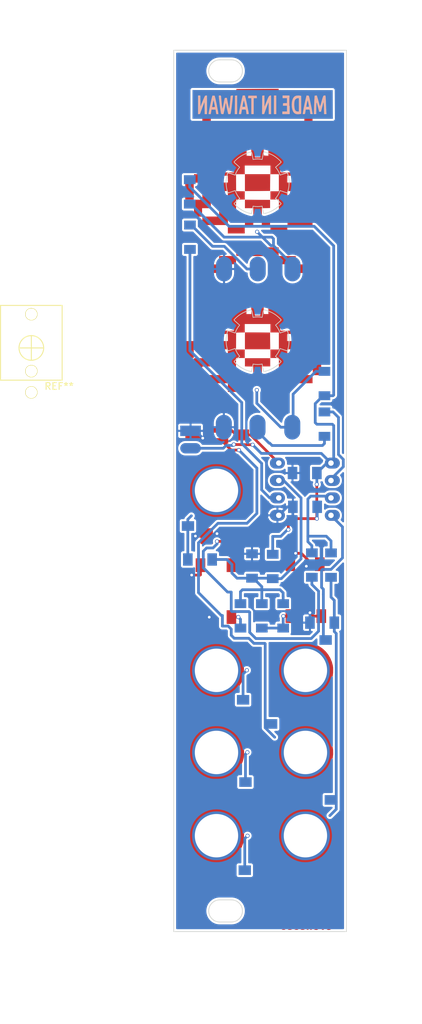
<source format=kicad_pcb>
(kicad_pcb (version 20171130) (host pcbnew 5.1.2-f72e74a~84~ubuntu16.04.1)
  (layers (0 F.Cu signal) (31 B.Cu signal) (34 B.Paste user) (35 F.Paste user) (36 B.SilkS user) (37 F.SilkS user) (38 B.Mask user) (39 F.Mask user) (44 Edge.Cuts user))
  (net 0 "")
  (net 1 AudioProg)
  (net 2 GND)
  (net 3 CV_OUT)
  (net 4 "Net-(D-OUT1-Pad2)")
  (net 5 Sync_OUT)
  (net 6 But-L)
  (net 7 But-R)
  (net 8 PB4/A2)
  (net 9 PB2/A1)
  (net 10 PB1)
  (net 11 PB0)
  (net 12 "Net-(POT1-MAIN1-Pad2)")
  (net 13 "Net-(POT2-CV1-Pad2)")
  (net 14 "Net-(J6-Pad1)")
  (net 15 Sync_IN)
  (net 16 +3V3)
  (net 17 CV1_IN)
  (net 18 CV2_IN)
  (module 8Bit_Eurorack:PJ301M-12 (layer F.Cu) (at 51.82 82.96)
    (fp_text reference REF** (at 4.064 5.588) (layer F.SilkS))
    (fp_text value PJ301M-12)
    (pad 3 thru_hole circle (at 0 -4.92) (size 1.8 1.8) (drill 1.6) (layers *.Cu *.Mask F.SilkS))
    (pad 1 thru_hole circle (at 0 6.48) (size 1.8 1.8) (drill 1.6) (layers *.Cu *.Mask F.SilkS))
    (pad 2 thru_hole circle (at 0 3.38) (size 1.8 1.8) (drill 1.6) (layers *.Cu *.Mask F.SilkS))
  )
  (module 8Bit_Eurorack:SW_SPST_FSMSM (layer F.Cu) (at 78.97 95.65 180)
    (fp_text reference SW4)
    (fp_text value SW_Push)
    (pad 1 smd rect (at -3.556 0 180) (size 2.18 1.6) (layers F.Cu F.Paste F.Mask) (net 14 "Net-(J6-Pad1)"))
    (pad 2 smd rect (at 3.556 0 180) (size 2.18 1.6) (layers F.Cu F.Paste F.Mask) (net 2 GND))
  )
  (module 8Bit_Eurorack:Sync_jumper (layer F.Cu) (at 78.99 95.72 270)
    (fp_text reference J6)
    (fp_text value Sync_Jumper)
    (pad 1 smd rect (at -0.8 0 270) (size 0.8 3.2) (layers F.Cu F.Paste F.Mask) (net 14 "Net-(J6-Pad1)"))
    (pad 2 smd rect (at 0.8 0 270) (size 0.8 3.2) (layers F.Cu F.Paste F.Mask) (net 5 Sync_OUT))
  )
  (module 8Bit_Eurorack:Jack_pads (layer F.Cu) (at 74.7 108.93)
    (fp_text reference "" (at 0 2.54) (layer F.SilkS))
    (fp_text value "")
    (pad "" smd rect (at 0 0) (size 1.8 1.4) (layers B.Cu B.Mask) (clearance 0.01))
  )
  (module 8Bit_Eurorack:8Bit_EuroRack-NEO_mini_frontplate (layer F.Cu) (at 85.272655 103.809858)
    (fp_text reference Ref** hide)
    (fp_text value Val** hide)
    (fp_line (start 0.517078 -26.409344) (end 0.517083 -26.409391) (layer Edge.Cuts) (width 0.1))
    (fp_line (start 0.557978 -26.403444) (end 0.517078 -26.409344) (layer Edge.Cuts) (width 0.1))
    (fp_line (start 0.831443 -26.336334) (end 0.557978 -26.403444) (layer Edge.Cuts) (width 0.1))
    (fp_line (start 1.139376 -26.239894) (end 0.831443 -26.336334) (layer Edge.Cuts) (width 0.1))
    (fp_line (start 1.439497 -26.121051) (end 1.139376 -26.239894) (layer Edge.Cuts) (width 0.1))
    (fp_line (start 1.730454 -25.98089) (end 1.439497 -26.121051) (layer Edge.Cuts) (width 0.1))
    (fp_line (start 2.010893 -25.820492) (end 1.730454 -25.98089) (layer Edge.Cuts) (width 0.1))
    (fp_line (start 2.27946 -25.64094) (end 2.010893 -25.820492) (layer Edge.Cuts) (width 0.1))
    (fp_line (start 2.534803 -25.443317) (end 2.27946 -25.64094) (layer Edge.Cuts) (width 0.1))
    (fp_line (start 2.775567 -25.228704) (end 2.534803 -25.443317) (layer Edge.Cuts) (width 0.1))
    (fp_line (start 2.930627 -25.077049) (end 2.775567 -25.228704) (layer Edge.Cuts) (width 0.1))
    (fp_line (start 3.001857 -24.998469) (end 2.930627 -25.077049) (layer Edge.Cuts) (width 0.1))
    (fp_line (start 3.039797 -24.916289) (end 3.001857 -24.998469) (layer Edge.Cuts) (width 0.1))
    (fp_line (start 2.844104 -24.724377) (end 3.039797 -24.916289) (layer Edge.Cuts) (width 0.1))
    (fp_line (start 2.637848 -24.541608) (end 2.844104 -24.724377) (layer Edge.Cuts) (width 0.1))
    (fp_line (start 2.222423 -24.178533) (end 2.637848 -24.541608) (layer Edge.Cuts) (width 0.1))
    (fp_line (start 2.429019 -23.917066) (end 2.222423 -24.178533) (layer Edge.Cuts) (width 0.1))
    (fp_line (start 2.608321 -23.636447) (end 2.429019 -23.917066) (layer Edge.Cuts) (width 0.1))
    (fp_line (start 2.760289 -23.339938) (end 2.608321 -23.636447) (layer Edge.Cuts) (width 0.1))
    (fp_line (start 2.884885 -23.030802) (end 2.760289 -23.339938) (layer Edge.Cuts) (width 0.1))
    (fp_line (start 3.445197 -23.220124) (end 2.884885 -23.030802) (layer Edge.Cuts) (width 0.1))
    (fp_line (start 3.574762 -23.260104) (end 3.445197 -23.220124) (layer Edge.Cuts) (width 0.1))
    (fp_line (start 3.703914 -23.312554) (end 3.574762 -23.260104) (layer Edge.Cuts) (width 0.1))
    (fp_line (start 3.833514 -23.350124) (end 3.703914 -23.312554) (layer Edge.Cuts) (width 0.1))
    (fp_line (start 3.898754 -23.354824) (end 3.833514 -23.350124) (layer Edge.Cuts) (width 0.1))
    (fp_line (start 3.964424 -23.345524) (end 3.898754 -23.354824) (layer Edge.Cuts) (width 0.1))
    (fp_line (start 4.056064 -23.037108) (end 3.964424 -23.345524) (layer Edge.Cuts) (width 0.1))
    (fp_line (start 4.125464 -22.723039) (end 4.056064 -23.037108) (layer Edge.Cuts) (width 0.1))
    (fp_line (start 4.172464 -22.404901) (end 4.125464 -22.723039) (layer Edge.Cuts) (width 0.1))
    (fp_line (start 4.196894 -22.084283) (end 4.172464 -22.404901) (layer Edge.Cuts) (width 0.1))
    (fp_line (start 4.198594 -21.76277) (end 4.196894 -22.084283) (layer Edge.Cuts) (width 0.1))
    (fp_line (start 4.177394 -21.44195) (end 4.198594 -21.76277) (layer Edge.Cuts) (width 0.1))
    (fp_line (start 4.133124 -21.123409) (end 4.177394 -21.44195) (layer Edge.Cuts) (width 0.1))
    (fp_line (start 4.065624 -20.808734) (end 4.133124 -21.123409) (layer Edge.Cuts) (width 0.1))
    (fp_line (start 4.035254 -20.709134) (end 4.065624 -20.808734) (layer Edge.Cuts) (width 0.1))
    (fp_line (start 4.013344 -20.598566) (end 4.035254 -20.709134) (layer Edge.Cuts) (width 0.1))
    (fp_line (start 3.977954 -20.500776) (end 4.013344 -20.598566) (layer Edge.Cuts) (width 0.1))
    (fp_line (start 3.948344 -20.464096) (end 3.977954 -20.500776) (layer Edge.Cuts) (width 0.1))
    (fp_line (start 3.907144 -20.439516) (end 3.948344 -20.464096) (layer Edge.Cuts) (width 0.1))
    (fp_line (start 3.649507 -20.510766) (end 3.907144 -20.439516) (layer Edge.Cuts) (width 0.1))
    (fp_line (start 3.392442 -20.596516) (end 3.649507 -20.510766) (layer Edge.Cuts) (width 0.1))
    (fp_line (start 2.878416 -20.772031) (end 3.392442 -20.596516) (layer Edge.Cuts) (width 0.1))
    (fp_line (start 2.7556 -20.462999) (end 2.878416 -20.772031) (layer Edge.Cuts) (width 0.1))
    (fp_line (start 2.602905 -20.167452) (end 2.7556 -20.462999) (layer Edge.Cuts) (width 0.1))
    (fp_line (start 2.422466 -19.887907) (end 2.602905 -20.167452) (layer Edge.Cuts) (width 0.1))
    (fp_line (start 2.216416 -19.62688) (end 2.422466 -19.887907) (layer Edge.Cuts) (width 0.1))
    (fp_line (start 2.68407 -19.21528) (end 2.216416 -19.62688) (layer Edge.Cuts) (width 0.1))
    (fp_line (start 2.77772 -19.12779) (end 2.68407 -19.21528) (layer Edge.Cuts) (width 0.1))
    (fp_line (start 2.882214 -19.04719) (end 2.77772 -19.12779) (layer Edge.Cuts) (width 0.1))
    (fp_line (start 2.974854 -18.95937) (end 2.882214 -19.04719) (layer Edge.Cuts) (width 0.1))
    (fp_line (start 3.032954 -18.850191) (end 2.974854 -18.95937) (layer Edge.Cuts) (width 0.1))
    (fp_line (start 2.81288 -18.620005) (end 3.032954 -18.850191) (layer Edge.Cuts) (width 0.1))
    (fp_line (start 2.577346 -18.405749) (end 2.81288 -18.620005) (layer Edge.Cuts) (width 0.1))
    (fp_line (start 2.327604 -18.208262) (end 2.577346 -18.405749) (layer Edge.Cuts) (width 0.1))
    (fp_line (start 2.064906 -18.028381) (end 2.327604 -18.208262) (layer Edge.Cuts) (width 0.1))
    (fp_line (start 1.7905 -17.866942) (end 2.064906 -18.028381) (layer Edge.Cuts) (width 0.1))
    (fp_line (start 1.50564 -17.724784) (end 1.7905 -17.866942) (layer Edge.Cuts) (width 0.1))
    (fp_line (start 1.211576 -17.602743) (end 1.50564 -17.724784) (layer Edge.Cuts) (width 0.1))
    (fp_line (start 0.909558 -17.501656) (end 1.211576 -17.602743) (layer Edge.Cuts) (width 0.1))
    (fp_line (start 0.803216 -17.475336) (end 0.909558 -17.501656) (layer Edge.Cuts) (width 0.1))
    (fp_line (start 0.692063 -17.438396) (end 0.803216 -17.475336) (layer Edge.Cuts) (width 0.1))
    (fp_line (start 0.584658 -17.418046) (end 0.692063 -17.438396) (layer Edge.Cuts) (width 0.1))
    (fp_line (start 0.535038 -17.422646) (end 0.584658 -17.418046) (layer Edge.Cuts) (width 0.1))
    (fp_line (start 0.489568 -17.441556) (end 0.535038 -17.422646) (layer Edge.Cuts) (width 0.1))
    (fp_line (start 0.422698 -17.701024) (end 0.489568 -17.441556) (layer Edge.Cuts) (width 0.1))
    (fp_line (start 0.368068 -17.967139) (end 0.422698 -17.701024) (layer Edge.Cuts) (width 0.1))
    (fp_line (start 0.263022 -18.50142) (end 0.368068 -17.967139) (layer Edge.Cuts) (width 0.1))
    (fp_line (start -0.066095 -18.45335) (end 0.263022 -18.50142) (layer Edge.Cuts) (width 0.1))
    (fp_line (start -0.398241 -18.43804) (end -0.066095 -18.45335) (layer Edge.Cuts) (width 0.1))
    (fp_line (start -0.730482 -18.45405) (end -0.398241 -18.43804) (layer Edge.Cuts) (width 0.1))
    (fp_line (start -1.059888 -18.49992) (end -0.730482 -18.45405) (layer Edge.Cuts) (width 0.1))
    (fp_line (start -1.178281 -17.909765) (end -1.059888 -18.49992) (layer Edge.Cuts) (width 0.1))
    (fp_line (start -1.208191 -17.778971) (end -1.178281 -17.909765) (layer Edge.Cuts) (width 0.1))
    (fp_line (start -1.227051 -17.642389) (end -1.208191 -17.778971) (layer Edge.Cuts) (width 0.1))
    (fp_line (start -1.258331 -17.512372) (end -1.227051 -17.642389) (layer Edge.Cuts) (width 0.1))
    (fp_line (start -1.325491 -17.401276) (end -1.258331 -17.512372) (layer Edge.Cuts) (width 0.1))
    (fp_line (start -1.638029 -17.477756) (end -1.325491 -17.401276) (layer Edge.Cuts) (width 0.1))
    (fp_line (start -1.944293 -17.576086) (end -1.638029 -17.477756) (layer Edge.Cuts) (width 0.1))
    (fp_line (start -2.242918 -17.695552) (end -1.944293 -17.576086) (layer Edge.Cuts) (width 0.1))
    (fp_line (start -2.532539 -17.835431) (end -2.242918 -17.695552) (layer Edge.Cuts) (width 0.1))
    (fp_line (start -2.811792 -17.995006) (end -2.532539 -17.835431) (layer Edge.Cuts) (width 0.1))
    (fp_line (start -3.079313 -18.173559) (end -2.811792 -17.995006) (layer Edge.Cuts) (width 0.1))
    (fp_line (start -3.333737 -18.370372) (end -3.079313 -18.173559) (layer Edge.Cuts) (width 0.1))
    (fp_line (start -3.5737 -18.584727) (end -3.333737 -18.370372) (layer Edge.Cuts) (width 0.1))
    (fp_line (start -3.643255 -18.660317) (end -3.5737 -18.584727) (layer Edge.Cuts) (width 0.1))
    (fp_line (start -3.727922 -18.733447) (end -3.643255 -18.660317) (layer Edge.Cuts) (width 0.1))
    (fp_line (start -3.796163 -18.811447) (end -3.727922 -18.733447) (layer Edge.Cuts) (width 0.1))
    (fp_line (start -3.814268 -18.854567) (end -3.796163 -18.811447) (layer Edge.Cuts) (width 0.1))
    (fp_line (start -3.816438 -18.901647) (end -3.814268 -18.854567) (layer Edge.Cuts) (width 0.1))
    (fp_line (start -3.625715 -19.089409) (end -3.816438 -18.901647) (layer Edge.Cuts) (width 0.1))
    (fp_line (start -3.422706 -19.269499) (end -3.625715 -19.089409) (layer Edge.Cuts) (width 0.1))
    (fp_line (start -3.012728 -19.626976) (end -3.422706 -19.269499) (layer Edge.Cuts) (width 0.1))
    (fp_line (start -3.220136 -19.887365) (end -3.012728 -19.626976) (layer Edge.Cuts) (width 0.1))
    (fp_line (start -3.399989 -20.167223) (end -3.220136 -19.887365) (layer Edge.Cuts) (width 0.1))
    (fp_line (start -3.552473 -20.463115) (end -3.399989 -20.167223) (layer Edge.Cuts) (width 0.1))
    (fp_line (start -3.677778 -20.771609) (end -3.552473 -20.463115) (layer Edge.Cuts) (width 0.1))
    (fp_line (start -4.242749 -20.580603) (end -3.677778 -20.771609) (layer Edge.Cuts) (width 0.1))
    (fp_line (start -4.371217 -20.541183) (end -4.242749 -20.580603) (layer Edge.Cuts) (width 0.1))
    (fp_line (start -4.499189 -20.489153) (end -4.371217 -20.541183) (layer Edge.Cuts) (width 0.1))
    (fp_line (start -4.627603 -20.451143) (end -4.499189 -20.489153) (layer Edge.Cuts) (width 0.1))
    (fp_line (start -4.757398 -20.453743) (end -4.627603 -20.451143) (layer Edge.Cuts) (width 0.1))
    (fp_line (start -4.849974 -20.762206) (end -4.757398 -20.453743) (layer Edge.Cuts) (width 0.1))
    (fp_line (start -4.92028 -21.076407) (end -4.849974 -20.762206) (layer Edge.Cuts) (width 0.1))
    (fp_line (start -4.968157 -21.39475) (end -4.92028 -21.076407) (layer Edge.Cuts) (width 0.1))
    (fp_line (start -4.993448 -21.715644) (end -4.968157 -21.39475) (layer Edge.Cuts) (width 0.1))
    (fp_line (start -4.995998 -22.037496) (end -4.993448 -21.715644) (layer Edge.Cuts) (width 0.1))
    (fp_line (start -4.975644 -22.358712) (end -4.995998 -22.037496) (layer Edge.Cuts) (width 0.1))
    (fp_line (start -4.932231 -22.677698) (end -4.975644 -22.358712) (layer Edge.Cuts) (width 0.1))
    (fp_line (start -4.8656 -22.992863) (end -4.932231 -22.677698) (layer Edge.Cuts) (width 0.1))
    (fp_line (start -4.835498 -23.093082) (end -4.8656 -22.992863) (layer Edge.Cuts) (width 0.1))
    (fp_line (start -4.813689 -23.204034) (end -4.835498 -23.093082) (layer Edge.Cuts) (width 0.1))
    (fp_line (start -4.777427 -23.301324) (end -4.813689 -23.204034) (layer Edge.Cuts) (width 0.1))
    (fp_line (start -4.746768 -23.337214) (end -4.777427 -23.301324) (layer Edge.Cuts) (width 0.1))
    (fp_line (start -4.703966 -23.360544) (end -4.746768 -23.337214) (layer Edge.Cuts) (width 0.1))
    (fp_line (start -4.44744 -23.289824) (end -4.703966 -23.360544) (layer Edge.Cuts) (width 0.1))
    (fp_line (start -4.191385 -23.204554) (end -4.44744 -23.289824) (layer Edge.Cuts) (width 0.1))
    (fp_line (start -3.67941 -23.029793) (end -4.191385 -23.204554) (layer Edge.Cuts) (width 0.1))
    (fp_line (start -3.557446 -23.339651) (end -3.67941 -23.029793) (layer Edge.Cuts) (width 0.1))
    (fp_line (start -3.405263 -23.635956) (end -3.557446 -23.339651) (layer Edge.Cuts) (width 0.1))
    (fp_line (start -3.225298 -23.916371) (end -3.405263 -23.635956) (layer Edge.Cuts) (width 0.1))
    (fp_line (start -3.01999 -24.178561) (end -3.225298 -23.916371) (layer Edge.Cuts) (width 0.1))
    (fp_line (start -3.442407 -24.549983) (end -3.01999 -24.178561) (layer Edge.Cuts) (width 0.1))
    (fp_line (start -3.547564 -24.647563) (end -3.442407 -24.549983) (layer Edge.Cuts) (width 0.1))
    (fp_line (start -3.663493 -24.738283) (end -3.547564 -24.647563) (layer Edge.Cuts) (width 0.1))
    (fp_line (start -3.766622 -24.837073) (end -3.663493 -24.738283) (layer Edge.Cuts) (width 0.1))
    (fp_line (start -3.806021 -24.894163) (end -3.766622 -24.837073) (layer Edge.Cuts) (width 0.1))
    (fp_line (start -3.83338 -24.958873) (end -3.806021 -24.894163) (layer Edge.Cuts) (width 0.1))
    (fp_line (start -3.611522 -25.19116) (end -3.83338 -24.958873) (layer Edge.Cuts) (width 0.1))
    (fp_line (start -3.373912 -25.407163) (end -3.611522 -25.19116) (layer Edge.Cuts) (width 0.1))
    (fp_line (start -3.121846 -25.606061) (end -3.373912 -25.407163) (layer Edge.Cuts) (width 0.1))
    (fp_line (start -2.856622 -25.787035) (end -3.121846 -25.606061) (layer Edge.Cuts) (width 0.1))
    (fp_line (start -2.579535 -25.949264) (end -2.856622 -25.787035) (layer Edge.Cuts) (width 0.1))
    (fp_line (start -2.291881 -26.091929) (end -2.579535 -25.949264) (layer Edge.Cuts) (width 0.1))
    (fp_line (start -1.994958 -26.214209) (end -2.291881 -26.091929) (layer Edge.Cuts) (width 0.1))
    (fp_line (start -1.690061 -26.315284) (end -1.994958 -26.214209) (layer Edge.Cuts) (width 0.1))
    (fp_line (start -1.586945 -26.338914) (end -1.690061 -26.315284) (layer Edge.Cuts) (width 0.1))
    (fp_line (start -1.478464 -26.376644) (end -1.586945 -26.338914) (layer Edge.Cuts) (width 0.1))
    (fp_line (start -1.374776 -26.394654) (end -1.478464 -26.376644) (layer Edge.Cuts) (width 0.1))
    (fp_line (start -1.327906 -26.385654) (end -1.374776 -26.394654) (layer Edge.Cuts) (width 0.1))
    (fp_line (start -1.286046 -26.359084) (end -1.327906 -26.385654) (layer Edge.Cuts) (width 0.1))
    (fp_line (start -1.219326 -26.102463) (end -1.286046 -26.359084) (layer Edge.Cuts) (width 0.1))
    (fp_line (start -1.165606 -25.838919) (end -1.219326 -26.102463) (layer Edge.Cuts) (width 0.1))
    (fp_line (start -1.060127 -25.310193) (end -1.165606 -25.838919) (layer Edge.Cuts) (width 0.1))
    (fp_line (start -0.730527 -25.358963) (end -1.060127 -25.310193) (layer Edge.Cuts) (width 0.1))
    (fp_line (start -0.39783 -25.374663) (end -0.730527 -25.358963) (layer Edge.Cuts) (width 0.1))
    (fp_line (start -0.065029 -25.358653) (end -0.39783 -25.374663) (layer Edge.Cuts) (width 0.1))
    (fp_line (start 0.264883 -25.312293) (end -0.065029 -25.358653) (layer Edge.Cuts) (width 0.1))
    (fp_line (start 0.348033 -25.728729) (end 0.264883 -25.312293) (layer Edge.Cuts) (width 0.1))
    (fp_line (start 0.385343 -25.900932) (end 0.348033 -25.728729) (layer Edge.Cuts) (width 0.1))
    (fp_line (start 0.414173 -26.07673) (end 0.385343 -25.900932) (layer Edge.Cuts) (width 0.1))
    (fp_line (start 0.452193 -26.248693) (end 0.414173 -26.07673) (layer Edge.Cuts) (width 0.1))
    (fp_line (start 0.517083 -26.409391) (end 0.452193 -26.248693) (layer Edge.Cuts) (width 0.1))
    (fp_line (start 0.517083 -49.436508) (end 0.517083 -49.436508) (layer Edge.Cuts) (width 0.1))
    (fp_line (start 0.557978 -49.430561) (end 0.517083 -49.436508) (layer Edge.Cuts) (width 0.1))
    (fp_line (start 0.831443 -49.363451) (end 0.557978 -49.430561) (layer Edge.Cuts) (width 0.1))
    (fp_line (start 1.139376 -49.267011) (end 0.831443 -49.363451) (layer Edge.Cuts) (width 0.1))
    (fp_line (start 1.439497 -49.148168) (end 1.139376 -49.267011) (layer Edge.Cuts) (width 0.1))
    (fp_line (start 1.730454 -49.008007) (end 1.439497 -49.148168) (layer Edge.Cuts) (width 0.1))
    (fp_line (start 2.010893 -48.847609) (end 1.730454 -49.008007) (layer Edge.Cuts) (width 0.1))
    (fp_line (start 2.27946 -48.668057) (end 2.010893 -48.847609) (layer Edge.Cuts) (width 0.1))
    (fp_line (start 2.534803 -48.470434) (end 2.27946 -48.668057) (layer Edge.Cuts) (width 0.1))
    (fp_line (start 2.775567 -48.255821) (end 2.534803 -48.470434) (layer Edge.Cuts) (width 0.1))
    (fp_line (start 2.930627 -48.104166) (end 2.775567 -48.255821) (layer Edge.Cuts) (width 0.1))
    (fp_line (start 3.001857 -48.025586) (end 2.930627 -48.104166) (layer Edge.Cuts) (width 0.1))
    (fp_line (start 3.039797 -47.943406) (end 3.001857 -48.025586) (layer Edge.Cuts) (width 0.1))
    (fp_line (start 2.844104 -47.751494) (end 3.039797 -47.943406) (layer Edge.Cuts) (width 0.1))
    (fp_line (start 2.637848 -47.568725) (end 2.844104 -47.751494) (layer Edge.Cuts) (width 0.1))
    (fp_line (start 2.222423 -47.20565) (end 2.637848 -47.568725) (layer Edge.Cuts) (width 0.1))
    (fp_line (start 2.429019 -46.944183) (end 2.222423 -47.20565) (layer Edge.Cuts) (width 0.1))
    (fp_line (start 2.608321 -46.663564) (end 2.429019 -46.944183) (layer Edge.Cuts) (width 0.1))
    (fp_line (start 2.760289 -46.367055) (end 2.608321 -46.663564) (layer Edge.Cuts) (width 0.1))
    (fp_line (start 2.884885 -46.057919) (end 2.760289 -46.367055) (layer Edge.Cuts) (width 0.1))
    (fp_line (start 3.445197 -46.247241) (end 2.884885 -46.057919) (layer Edge.Cuts) (width 0.1))
    (fp_line (start 3.574762 -46.287221) (end 3.445197 -46.247241) (layer Edge.Cuts) (width 0.1))
    (fp_line (start 3.703914 -46.339671) (end 3.574762 -46.287221) (layer Edge.Cuts) (width 0.1))
    (fp_line (start 3.833514 -46.377241) (end 3.703914 -46.339671) (layer Edge.Cuts) (width 0.1))
    (fp_line (start 3.898754 -46.381941) (end 3.833514 -46.377241) (layer Edge.Cuts) (width 0.1))
    (fp_line (start 3.964424 -46.372641) (end 3.898754 -46.381941) (layer Edge.Cuts) (width 0.1))
    (fp_line (start 4.056064 -46.064225) (end 3.964424 -46.372641) (layer Edge.Cuts) (width 0.1))
    (fp_line (start 4.125464 -45.750156) (end 4.056064 -46.064225) (layer Edge.Cuts) (width 0.1))
    (fp_line (start 4.172464 -45.432018) (end 4.125464 -45.750156) (layer Edge.Cuts) (width 0.1))
    (fp_line (start 4.196894 -45.1114) (end 4.172464 -45.432018) (layer Edge.Cuts) (width 0.1))
    (fp_line (start 4.198594 -44.789887) (end 4.196894 -45.1114) (layer Edge.Cuts) (width 0.1))
    (fp_line (start 4.177394 -44.469067) (end 4.198594 -44.789887) (layer Edge.Cuts) (width 0.1))
    (fp_line (start 4.133124 -44.150526) (end 4.177394 -44.469067) (layer Edge.Cuts) (width 0.1))
    (fp_line (start 4.065624 -43.835851) (end 4.133124 -44.150526) (layer Edge.Cuts) (width 0.1))
    (fp_line (start 4.035254 -43.736251) (end 4.065624 -43.835851) (layer Edge.Cuts) (width 0.1))
    (fp_line (start 4.013344 -43.625683) (end 4.035254 -43.736251) (layer Edge.Cuts) (width 0.1))
    (fp_line (start 3.977954 -43.527893) (end 4.013344 -43.625683) (layer Edge.Cuts) (width 0.1))
    (fp_line (start 3.948344 -43.491213) (end 3.977954 -43.527893) (layer Edge.Cuts) (width 0.1))
    (fp_line (start 3.907144 -43.466633) (end 3.948344 -43.491213) (layer Edge.Cuts) (width 0.1))
    (fp_line (start 3.649507 -43.537883) (end 3.907144 -43.466633) (layer Edge.Cuts) (width 0.1))
    (fp_line (start 3.392442 -43.623633) (end 3.649507 -43.537883) (layer Edge.Cuts) (width 0.1))
    (fp_line (start 2.878416 -43.799148) (end 3.392442 -43.623633) (layer Edge.Cuts) (width 0.1))
    (fp_line (start 2.7556 -43.490116) (end 2.878416 -43.799148) (layer Edge.Cuts) (width 0.1))
    (fp_line (start 2.602905 -43.194569) (end 2.7556 -43.490116) (layer Edge.Cuts) (width 0.1))
    (fp_line (start 2.422466 -42.915024) (end 2.602905 -43.194569) (layer Edge.Cuts) (width 0.1))
    (fp_line (start 2.216416 -42.653997) (end 2.422466 -42.915024) (layer Edge.Cuts) (width 0.1))
    (fp_line (start 2.68407 -42.242397) (end 2.216416 -42.653997) (layer Edge.Cuts) (width 0.1))
    (fp_line (start 2.77772 -42.154907) (end 2.68407 -42.242397) (layer Edge.Cuts) (width 0.1))
    (fp_line (start 2.882214 -42.074307) (end 2.77772 -42.154907) (layer Edge.Cuts) (width 0.1))
    (fp_line (start 2.974854 -41.986487) (end 2.882214 -42.074307) (layer Edge.Cuts) (width 0.1))
    (fp_line (start 3.032954 -41.877308) (end 2.974854 -41.986487) (layer Edge.Cuts) (width 0.1))
    (fp_line (start 2.81288 -41.647122) (end 3.032954 -41.877308) (layer Edge.Cuts) (width 0.1))
    (fp_line (start 2.577346 -41.432866) (end 2.81288 -41.647122) (layer Edge.Cuts) (width 0.1))
    (fp_line (start 2.327604 -41.235379) (end 2.577346 -41.432866) (layer Edge.Cuts) (width 0.1))
    (fp_line (start 2.064906 -41.055498) (end 2.327604 -41.235379) (layer Edge.Cuts) (width 0.1))
    (fp_line (start 1.7905 -40.894059) (end 2.064906 -41.055498) (layer Edge.Cuts) (width 0.1))
    (fp_line (start 1.50564 -40.751901) (end 1.7905 -40.894059) (layer Edge.Cuts) (width 0.1))
    (fp_line (start 1.211576 -40.62986) (end 1.50564 -40.751901) (layer Edge.Cuts) (width 0.1))
    (fp_line (start 0.909558 -40.528773) (end 1.211576 -40.62986) (layer Edge.Cuts) (width 0.1))
    (fp_line (start 0.803216 -40.502453) (end 0.909558 -40.528773) (layer Edge.Cuts) (width 0.1))
    (fp_line (start 0.692063 -40.465513) (end 0.803216 -40.502453) (layer Edge.Cuts) (width 0.1))
    (fp_line (start 0.584658 -40.445163) (end 0.692063 -40.465513) (layer Edge.Cuts) (width 0.1))
    (fp_line (start 0.535038 -40.449763) (end 0.584658 -40.445163) (layer Edge.Cuts) (width 0.1))
    (fp_line (start 0.489568 -40.468673) (end 0.535038 -40.449763) (layer Edge.Cuts) (width 0.1))
    (fp_line (start 0.422698 -40.728141) (end 0.489568 -40.468673) (layer Edge.Cuts) (width 0.1))
    (fp_line (start 0.368068 -40.994256) (end 0.422698 -40.728141) (layer Edge.Cuts) (width 0.1))
    (fp_line (start 0.263022 -41.528537) (end 0.368068 -40.994256) (layer Edge.Cuts) (width 0.1))
    (fp_line (start -0.066095 -41.480467) (end 0.263022 -41.528537) (layer Edge.Cuts) (width 0.1))
    (fp_line (start -0.398241 -41.465157) (end -0.066095 -41.480467) (layer Edge.Cuts) (width 0.1))
    (fp_line (start -0.730482 -41.481167) (end -0.398241 -41.465157) (layer Edge.Cuts) (width 0.1))
    (fp_line (start -1.059888 -41.527037) (end -0.730482 -41.481167) (layer Edge.Cuts) (width 0.1))
    (fp_line (start -1.178281 -40.936882) (end -1.059888 -41.527037) (layer Edge.Cuts) (width 0.1))
    (fp_line (start -1.208191 -40.806088) (end -1.178281 -40.936882) (layer Edge.Cuts) (width 0.1))
    (fp_line (start -1.227051 -40.669506) (end -1.208191 -40.806088) (layer Edge.Cuts) (width 0.1))
    (fp_line (start -1.258331 -40.539489) (end -1.227051 -40.669506) (layer Edge.Cuts) (width 0.1))
    (fp_line (start -1.325491 -40.428393) (end -1.258331 -40.539489) (layer Edge.Cuts) (width 0.1))
    (fp_line (start -1.638029 -40.504873) (end -1.325491 -40.428393) (layer Edge.Cuts) (width 0.1))
    (fp_line (start -1.944293 -40.603203) (end -1.638029 -40.504873) (layer Edge.Cuts) (width 0.1))
    (fp_line (start -2.242918 -40.722669) (end -1.944293 -40.603203) (layer Edge.Cuts) (width 0.1))
    (fp_line (start -2.532539 -40.862548) (end -2.242918 -40.722669) (layer Edge.Cuts) (width 0.1))
    (fp_line (start -2.811792 -41.022123) (end -2.532539 -40.862548) (layer Edge.Cuts) (width 0.1))
    (fp_line (start -3.079313 -41.200676) (end -2.811792 -41.022123) (layer Edge.Cuts) (width 0.1))
    (fp_line (start -3.333737 -41.397489) (end -3.079313 -41.200676) (layer Edge.Cuts) (width 0.1))
    (fp_line (start -3.5737 -41.611844) (end -3.333737 -41.397489) (layer Edge.Cuts) (width 0.1))
    (fp_line (start -3.643255 -41.687434) (end -3.5737 -41.611844) (layer Edge.Cuts) (width 0.1))
    (fp_line (start -3.727922 -41.760564) (end -3.643255 -41.687434) (layer Edge.Cuts) (width 0.1))
    (fp_line (start -3.796163 -41.838564) (end -3.727922 -41.760564) (layer Edge.Cuts) (width 0.1))
    (fp_line (start -3.814268 -41.881684) (end -3.796163 -41.838564) (layer Edge.Cuts) (width 0.1))
    (fp_line (start -3.816438 -41.928764) (end -3.814268 -41.881684) (layer Edge.Cuts) (width 0.1))
    (fp_line (start -3.625715 -42.116526) (end -3.816438 -41.928764) (layer Edge.Cuts) (width 0.1))
    (fp_line (start -3.422706 -42.296616) (end -3.625715 -42.116526) (layer Edge.Cuts) (width 0.1))
    (fp_line (start -3.012728 -42.654093) (end -3.422706 -42.296616) (layer Edge.Cuts) (width 0.1))
    (fp_line (start -3.220136 -42.914482) (end -3.012728 -42.654093) (layer Edge.Cuts) (width 0.1))
    (fp_line (start -3.399989 -43.19434) (end -3.220136 -42.914482) (layer Edge.Cuts) (width 0.1))
    (fp_line (start -3.552473 -43.490232) (end -3.399989 -43.19434) (layer Edge.Cuts) (width 0.1))
    (fp_line (start -3.677778 -43.798726) (end -3.552473 -43.490232) (layer Edge.Cuts) (width 0.1))
    (fp_line (start -4.242749 -43.60772) (end -3.677778 -43.798726) (layer Edge.Cuts) (width 0.1))
    (fp_line (start -4.371217 -43.5683) (end -4.242749 -43.60772) (layer Edge.Cuts) (width 0.1))
    (fp_line (start -4.499189 -43.51627) (end -4.371217 -43.5683) (layer Edge.Cuts) (width 0.1))
    (fp_line (start -4.627603 -43.47826) (end -4.499189 -43.51627) (layer Edge.Cuts) (width 0.1))
    (fp_line (start -4.757398 -43.48086) (end -4.627603 -43.47826) (layer Edge.Cuts) (width 0.1))
    (fp_line (start -4.849974 -43.789323) (end -4.757398 -43.48086) (layer Edge.Cuts) (width 0.1))
    (fp_line (start -4.92028 -44.103524) (end -4.849974 -43.789323) (layer Edge.Cuts) (width 0.1))
    (fp_line (start -4.968157 -44.421867) (end -4.92028 -44.103524) (layer Edge.Cuts) (width 0.1))
    (fp_line (start -4.993448 -44.742761) (end -4.968157 -44.421867) (layer Edge.Cuts) (width 0.1))
    (fp_line (start -4.995998 -45.064613) (end -4.993448 -44.742761) (layer Edge.Cuts) (width 0.1))
    (fp_line (start -4.975644 -45.385829) (end -4.995998 -45.064613) (layer Edge.Cuts) (width 0.1))
    (fp_line (start -4.932231 -45.704815) (end -4.975644 -45.385829) (layer Edge.Cuts) (width 0.1))
    (fp_line (start -4.8656 -46.01998) (end -4.932231 -45.704815) (layer Edge.Cuts) (width 0.1))
    (fp_line (start -4.835498 -46.120199) (end -4.8656 -46.01998) (layer Edge.Cuts) (width 0.1))
    (fp_line (start -4.813689 -46.231151) (end -4.835498 -46.120199) (layer Edge.Cuts) (width 0.1))
    (fp_line (start -4.777427 -46.328441) (end -4.813689 -46.231151) (layer Edge.Cuts) (width 0.1))
    (fp_line (start -4.746768 -46.364331) (end -4.777427 -46.328441) (layer Edge.Cuts) (width 0.1))
    (fp_line (start -4.703966 -46.387661) (end -4.746768 -46.364331) (layer Edge.Cuts) (width 0.1))
    (fp_line (start -4.44744 -46.316941) (end -4.703966 -46.387661) (layer Edge.Cuts) (width 0.1))
    (fp_line (start -4.191385 -46.231671) (end -4.44744 -46.316941) (layer Edge.Cuts) (width 0.1))
    (fp_line (start -3.67941 -46.05691) (end -4.191385 -46.231671) (layer Edge.Cuts) (width 0.1))
    (fp_line (start -3.557446 -46.366768) (end -3.67941 -46.05691) (layer Edge.Cuts) (width 0.1))
    (fp_line (start -3.405263 -46.663073) (end -3.557446 -46.366768) (layer Edge.Cuts) (width 0.1))
    (fp_line (start -3.225298 -46.943488) (end -3.405263 -46.663073) (layer Edge.Cuts) (width 0.1))
    (fp_line (start -3.01999 -47.205678) (end -3.225298 -46.943488) (layer Edge.Cuts) (width 0.1))
    (fp_line (start -3.442407 -47.5771) (end -3.01999 -47.205678) (layer Edge.Cuts) (width 0.1))
    (fp_line (start -3.547564 -47.67468) (end -3.442407 -47.5771) (layer Edge.Cuts) (width 0.1))
    (fp_line (start -3.663493 -47.7654) (end -3.547564 -47.67468) (layer Edge.Cuts) (width 0.1))
    (fp_line (start -3.766622 -47.86419) (end -3.663493 -47.7654) (layer Edge.Cuts) (width 0.1))
    (fp_line (start -3.806021 -47.92128) (end -3.766622 -47.86419) (layer Edge.Cuts) (width 0.1))
    (fp_line (start -3.83338 -47.98599) (end -3.806021 -47.92128) (layer Edge.Cuts) (width 0.1))
    (fp_line (start -3.611522 -48.218277) (end -3.83338 -47.98599) (layer Edge.Cuts) (width 0.1))
    (fp_line (start -3.373912 -48.43428) (end -3.611522 -48.218277) (layer Edge.Cuts) (width 0.1))
    (fp_line (start -3.121846 -48.633178) (end -3.373912 -48.43428) (layer Edge.Cuts) (width 0.1))
    (fp_line (start -2.856622 -48.814152) (end -3.121846 -48.633178) (layer Edge.Cuts) (width 0.1))
    (fp_line (start -2.579535 -48.976381) (end -2.856622 -48.814152) (layer Edge.Cuts) (width 0.1))
    (fp_line (start -2.291881 -49.119046) (end -2.579535 -48.976381) (layer Edge.Cuts) (width 0.1))
    (fp_line (start -1.994958 -49.241326) (end -2.291881 -49.119046) (layer Edge.Cuts) (width 0.1))
    (fp_line (start -1.690061 -49.342401) (end -1.994958 -49.241326) (layer Edge.Cuts) (width 0.1))
    (fp_line (start -1.586945 -49.366031) (end -1.690061 -49.342401) (layer Edge.Cuts) (width 0.1))
    (fp_line (start -1.478464 -49.403761) (end -1.586945 -49.366031) (layer Edge.Cuts) (width 0.1))
    (fp_line (start -1.374776 -49.421771) (end -1.478464 -49.403761) (layer Edge.Cuts) (width 0.1))
    (fp_line (start -1.327906 -49.412771) (end -1.374776 -49.421771) (layer Edge.Cuts) (width 0.1))
    (fp_line (start -1.286046 -49.386201) (end -1.327906 -49.412771) (layer Edge.Cuts) (width 0.1))
    (fp_line (start -1.219326 -49.12958) (end -1.286046 -49.386201) (layer Edge.Cuts) (width 0.1))
    (fp_line (start -1.165606 -48.866036) (end -1.219326 -49.12958) (layer Edge.Cuts) (width 0.1))
    (fp_line (start -1.060127 -48.33731) (end -1.165606 -48.866036) (layer Edge.Cuts) (width 0.1))
    (fp_line (start -0.730527 -48.38608) (end -1.060127 -48.33731) (layer Edge.Cuts) (width 0.1))
    (fp_line (start -0.39783 -48.40178) (end -0.730527 -48.38608) (layer Edge.Cuts) (width 0.1))
    (fp_line (start -0.065029 -48.38577) (end -0.39783 -48.40178) (layer Edge.Cuts) (width 0.1))
    (fp_line (start 0.264883 -48.33941) (end -0.065029 -48.38577) (layer Edge.Cuts) (width 0.1))
    (fp_line (start 0.348033 -48.755846) (end 0.264883 -48.33941) (layer Edge.Cuts) (width 0.1))
    (fp_line (start 0.385343 -48.928049) (end 0.348033 -48.755846) (layer Edge.Cuts) (width 0.1))
    (fp_line (start 0.414173 -49.103847) (end 0.385343 -48.928049) (layer Edge.Cuts) (width 0.1))
    (fp_line (start 0.452193 -49.27581) (end 0.414173 -49.103847) (layer Edge.Cuts) (width 0.1))
    (fp_line (start 0.517083 -49.436508) (end 0.452193 -49.27581) (layer Edge.Cuts) (width 0.1))
    (fp_line (start -5.926967 59.63628) (end -5.926967 59.63628) (layer Edge.Cuts) (width 0.1))
    (fp_line (start -5.926967 59.63628) (end -5.926967 59.63628) (layer Edge.Cuts) (width 0.1))
    (fp_line (start -6.092417 59.64428) (end -5.926967 59.63628) (layer Edge.Cuts) (width 0.1))
    (fp_line (start -6.252977 59.66868) (end -6.092417 59.64428) (layer Edge.Cuts) (width 0.1))
    (fp_line (start -6.407867 59.70828) (end -6.252977 59.66868) (layer Edge.Cuts) (width 0.1))
    (fp_line (start -6.556267 59.76238) (end -6.407867 59.70828) (layer Edge.Cuts) (width 0.1))
    (fp_line (start -6.697387 59.83018) (end -6.556267 59.76238) (layer Edge.Cuts) (width 0.1))
    (fp_line (start -6.830427 59.91088) (end -6.697387 59.83018) (layer Edge.Cuts) (width 0.1))
    (fp_line (start -7.069077 60.10762) (end -6.830427 59.91088) (layer Edge.Cuts) (width 0.1))
    (fp_line (start -7.265817 60.34627) (end -7.069077 60.10762) (layer Edge.Cuts) (width 0.1))
    (fp_line (start -7.346517 60.47931) (end -7.265817 60.34627) (layer Edge.Cuts) (width 0.1))
    (fp_line (start -7.414317 60.62043) (end -7.346517 60.47931) (layer Edge.Cuts) (width 0.1))
    (fp_line (start -7.468417 60.76883) (end -7.414317 60.62043) (layer Edge.Cuts) (width 0.1))
    (fp_line (start -7.508017 60.92371) (end -7.468417 60.76883) (layer Edge.Cuts) (width 0.1))
    (fp_line (start -7.532417 61.08428) (end -7.508017 60.92371) (layer Edge.Cuts) (width 0.1))
    (fp_line (start -7.540417 61.24973) (end -7.532417 61.08428) (layer Edge.Cuts) (width 0.1))
    (fp_line (start -7.532417 61.41518) (end -7.540417 61.24973) (layer Edge.Cuts) (width 0.1))
    (fp_line (start -7.508017 61.57575) (end -7.532417 61.41518) (layer Edge.Cuts) (width 0.1))
    (fp_line (start -7.468417 61.73063) (end -7.508017 61.57575) (layer Edge.Cuts) (width 0.1))
    (fp_line (start -7.414317 61.87903) (end -7.468417 61.73063) (layer Edge.Cuts) (width 0.1))
    (fp_line (start -7.346517 62.02015) (end -7.414317 61.87903) (layer Edge.Cuts) (width 0.1))
    (fp_line (start -7.265817 62.15319) (end -7.346517 62.02015) (layer Edge.Cuts) (width 0.1))
    (fp_line (start -7.069077 62.39184) (end -7.265817 62.15319) (layer Edge.Cuts) (width 0.1))
    (fp_line (start -6.830427 62.58858) (end -7.069077 62.39184) (layer Edge.Cuts) (width 0.1))
    (fp_line (start -6.697387 62.66928) (end -6.830427 62.58858) (layer Edge.Cuts) (width 0.1))
    (fp_line (start -6.556267 62.73708) (end -6.697387 62.66928) (layer Edge.Cuts) (width 0.1))
    (fp_line (start -6.407867 62.79118) (end -6.556267 62.73708) (layer Edge.Cuts) (width 0.1))
    (fp_line (start -6.252977 62.83078) (end -6.407867 62.79118) (layer Edge.Cuts) (width 0.1))
    (fp_line (start -6.092417 62.85518) (end -6.252977 62.83078) (layer Edge.Cuts) (width 0.1))
    (fp_line (start -5.926967 62.86318) (end -6.092417 62.85518) (layer Edge.Cuts) (width 0.1))
    (fp_line (start -4.226967 62.86318) (end -5.926967 62.86318) (layer Edge.Cuts) (width 0.1))
    (fp_line (start -4.061517 62.85518) (end -4.226967 62.86318) (layer Edge.Cuts) (width 0.1))
    (fp_line (start -3.900947 62.83078) (end -4.061517 62.85518) (layer Edge.Cuts) (width 0.1))
    (fp_line (start -3.746067 62.79118) (end -3.900947 62.83078) (layer Edge.Cuts) (width 0.1))
    (fp_line (start -3.597667 62.73708) (end -3.746067 62.79118) (layer Edge.Cuts) (width 0.1))
    (fp_line (start -3.456537 62.66928) (end -3.597667 62.73708) (layer Edge.Cuts) (width 0.1))
    (fp_line (start -3.323497 62.58858) (end -3.456537 62.66928) (layer Edge.Cuts) (width 0.1))
    (fp_line (start -3.084847 62.39184) (end -3.323497 62.58858) (layer Edge.Cuts) (width 0.1))
    (fp_line (start -2.888107 62.15319) (end -3.084847 62.39184) (layer Edge.Cuts) (width 0.1))
    (fp_line (start -2.807407 62.02015) (end -2.888107 62.15319) (layer Edge.Cuts) (width 0.1))
    (fp_line (start -2.739607 61.87903) (end -2.807407 62.02015) (layer Edge.Cuts) (width 0.1))
    (fp_line (start -2.685507 61.73063) (end -2.739607 61.87903) (layer Edge.Cuts) (width 0.1))
    (fp_line (start -2.645907 61.57575) (end -2.685507 61.73063) (layer Edge.Cuts) (width 0.1))
    (fp_line (start -2.621507 61.41518) (end -2.645907 61.57575) (layer Edge.Cuts) (width 0.1))
    (fp_line (start -2.613507 61.24973) (end -2.621507 61.41518) (layer Edge.Cuts) (width 0.1))
    (fp_line (start -2.621507 61.08428) (end -2.613507 61.24973) (layer Edge.Cuts) (width 0.1))
    (fp_line (start -2.645907 60.92371) (end -2.621507 61.08428) (layer Edge.Cuts) (width 0.1))
    (fp_line (start -2.685507 60.76883) (end -2.645907 60.92371) (layer Edge.Cuts) (width 0.1))
    (fp_line (start -2.739607 60.62043) (end -2.685507 60.76883) (layer Edge.Cuts) (width 0.1))
    (fp_line (start -2.807407 60.47931) (end -2.739607 60.62043) (layer Edge.Cuts) (width 0.1))
    (fp_line (start -2.888107 60.34627) (end -2.807407 60.47931) (layer Edge.Cuts) (width 0.1))
    (fp_line (start -3.084847 60.10762) (end -2.888107 60.34627) (layer Edge.Cuts) (width 0.1))
    (fp_line (start -3.323497 59.91088) (end -3.084847 60.10762) (layer Edge.Cuts) (width 0.1))
    (fp_line (start -3.456537 59.83018) (end -3.323497 59.91088) (layer Edge.Cuts) (width 0.1))
    (fp_line (start -3.597667 59.76238) (end -3.456537 59.83018) (layer Edge.Cuts) (width 0.1))
    (fp_line (start -3.746067 59.70828) (end -3.597667 59.76238) (layer Edge.Cuts) (width 0.1))
    (fp_line (start -3.900947 59.66868) (end -3.746067 59.70828) (layer Edge.Cuts) (width 0.1))
    (fp_line (start -4.061517 59.64428) (end -3.900947 59.66868) (layer Edge.Cuts) (width 0.1))
    (fp_line (start -4.226967 59.63628) (end -4.061517 59.64428) (layer Edge.Cuts) (width 0.1))
    (fp_line (start -5.926967 59.63628) (end -4.226967 59.63628) (layer Edge.Cuts) (width 0.1))
    (fp_line (start -5.926967 -62.86372) (end -5.926967 -62.86372) (layer Edge.Cuts) (width 0.1))
    (fp_line (start -5.926967 -62.86372) (end -5.926967 -62.86372) (layer Edge.Cuts) (width 0.1))
    (fp_line (start -6.092417 -62.855421) (end -5.926967 -62.86372) (layer Edge.Cuts) (width 0.1))
    (fp_line (start -6.252977 -62.831051) (end -6.092417 -62.855421) (layer Edge.Cuts) (width 0.1))
    (fp_line (start -6.407867 -62.79141) (end -6.252977 -62.831051) (layer Edge.Cuts) (width 0.1))
    (fp_line (start -6.556267 -62.737297) (end -6.407867 -62.79141) (layer Edge.Cuts) (width 0.1))
    (fp_line (start -6.697387 -62.669513) (end -6.556267 -62.737297) (layer Edge.Cuts) (width 0.1))
    (fp_line (start -6.830427 -62.588854) (end -6.697387 -62.669513) (layer Edge.Cuts) (width 0.1))
    (fp_line (start -7.069077 -62.392113) (end -6.830427 -62.588854) (layer Edge.Cuts) (width 0.1))
    (fp_line (start -7.265817 -62.153465) (end -7.069077 -62.392113) (layer Edge.Cuts) (width 0.1))
    (fp_line (start -7.346517 -62.020424) (end -7.265817 -62.153465) (layer Edge.Cuts) (width 0.1))
    (fp_line (start -7.414317 -61.879303) (end -7.346517 -62.020424) (layer Edge.Cuts) (width 0.1))
    (fp_line (start -7.468417 -61.730901) (end -7.414317 -61.879303) (layer Edge.Cuts) (width 0.1))
    (fp_line (start -7.508017 -61.576018) (end -7.468417 -61.730901) (layer Edge.Cuts) (width 0.1))
    (fp_line (start -7.532417 -61.415452) (end -7.508017 -61.576018) (layer Edge.Cuts) (width 0.1))
    (fp_line (start -7.540417 -61.250002) (end -7.532417 -61.415452) (layer Edge.Cuts) (width 0.1))
    (fp_line (start -7.532417 -61.084552) (end -7.540417 -61.250002) (layer Edge.Cuts) (width 0.1))
    (fp_line (start -7.508017 -60.923986) (end -7.532417 -61.084552) (layer Edge.Cuts) (width 0.1))
    (fp_line (start -7.468417 -60.769103) (end -7.508017 -60.923986) (layer Edge.Cuts) (width 0.1))
    (fp_line (start -7.414317 -60.620701) (end -7.468417 -60.769103) (layer Edge.Cuts) (width 0.1))
    (fp_line (start -7.346517 -60.47958) (end -7.414317 -60.620701) (layer Edge.Cuts) (width 0.1))
    (fp_line (start -7.265817 -60.346539) (end -7.346517 -60.47958) (layer Edge.Cuts) (width 0.1))
    (fp_line (start -7.069077 -60.107891) (end -7.265817 -60.346539) (layer Edge.Cuts) (width 0.1))
    (fp_line (start -6.830427 -59.911149) (end -7.069077 -60.107891) (layer Edge.Cuts) (width 0.1))
    (fp_line (start -6.697387 -59.83049) (end -6.830427 -59.911149) (layer Edge.Cuts) (width 0.1))
    (fp_line (start -6.556267 -59.762705) (end -6.697387 -59.83049) (layer Edge.Cuts) (width 0.1))
    (fp_line (start -6.407867 -59.708592) (end -6.556267 -59.762705) (layer Edge.Cuts) (width 0.1))
    (fp_line (start -6.252977 -59.668951) (end -6.407867 -59.708592) (layer Edge.Cuts) (width 0.1))
    (fp_line (start -6.092417 -59.644581) (end -6.252977 -59.668951) (layer Edge.Cuts) (width 0.1))
    (fp_line (start -5.926967 -59.636281) (end -6.092417 -59.644581) (layer Edge.Cuts) (width 0.1))
    (fp_line (start -4.226967 -59.636281) (end -5.926967 -59.636281) (layer Edge.Cuts) (width 0.1))
    (fp_line (start -4.061517 -59.644581) (end -4.226967 -59.636281) (layer Edge.Cuts) (width 0.1))
    (fp_line (start -3.900947 -59.668951) (end -4.061517 -59.644581) (layer Edge.Cuts) (width 0.1))
    (fp_line (start -3.746067 -59.708592) (end -3.900947 -59.668951) (layer Edge.Cuts) (width 0.1))
    (fp_line (start -3.597667 -59.762705) (end -3.746067 -59.708592) (layer Edge.Cuts) (width 0.1))
    (fp_line (start -3.456537 -59.83049) (end -3.597667 -59.762705) (layer Edge.Cuts) (width 0.1))
    (fp_line (start -3.323497 -59.911149) (end -3.456537 -59.83049) (layer Edge.Cuts) (width 0.1))
    (fp_line (start -3.084847 -60.107891) (end -3.323497 -59.911149) (layer Edge.Cuts) (width 0.1))
    (fp_line (start -2.888107 -60.346539) (end -3.084847 -60.107891) (layer Edge.Cuts) (width 0.1))
    (fp_line (start -2.807407 -60.47958) (end -2.888107 -60.346539) (layer Edge.Cuts) (width 0.1))
    (fp_line (start -2.739607 -60.620701) (end -2.807407 -60.47958) (layer Edge.Cuts) (width 0.1))
    (fp_line (start -2.685507 -60.769103) (end -2.739607 -60.620701) (layer Edge.Cuts) (width 0.1))
    (fp_line (start -2.645907 -60.923986) (end -2.685507 -60.769103) (layer Edge.Cuts) (width 0.1))
    (fp_line (start -2.621507 -61.084552) (end -2.645907 -60.923986) (layer Edge.Cuts) (width 0.1))
    (fp_line (start -2.613507 -61.250002) (end -2.621507 -61.084552) (layer Edge.Cuts) (width 0.1))
    (fp_line (start -2.621507 -61.415452) (end -2.613507 -61.250002) (layer Edge.Cuts) (width 0.1))
    (fp_line (start -2.645907 -61.576018) (end -2.621507 -61.415452) (layer Edge.Cuts) (width 0.1))
    (fp_line (start -2.685507 -61.730901) (end -2.645907 -61.576018) (layer Edge.Cuts) (width 0.1))
    (fp_line (start -2.739607 -61.879303) (end -2.685507 -61.730901) (layer Edge.Cuts) (width 0.1))
    (fp_line (start -2.807407 -62.020424) (end -2.739607 -61.879303) (layer Edge.Cuts) (width 0.1))
    (fp_line (start -2.888107 -62.153465) (end -2.807407 -62.020424) (layer Edge.Cuts) (width 0.1))
    (fp_line (start -3.084847 -62.392113) (end -2.888107 -62.153465) (layer Edge.Cuts) (width 0.1))
    (fp_line (start -3.323497 -62.588854) (end -3.084847 -62.392113) (layer Edge.Cuts) (width 0.1))
    (fp_line (start -3.456537 -62.669513) (end -3.323497 -62.588854) (layer Edge.Cuts) (width 0.1))
    (fp_line (start -3.597667 -62.737297) (end -3.456537 -62.669513) (layer Edge.Cuts) (width 0.1))
    (fp_line (start -3.746067 -62.79141) (end -3.597667 -62.737297) (layer Edge.Cuts) (width 0.1))
    (fp_line (start -3.900947 -62.831051) (end -3.746067 -62.79141) (layer Edge.Cuts) (width 0.1))
    (fp_line (start -4.061517 -62.855421) (end -3.900947 -62.831051) (layer Edge.Cuts) (width 0.1))
    (fp_line (start -4.226967 -62.86372) (end -4.061517 -62.855421) (layer Edge.Cuts) (width 0.1))
    (fp_line (start -5.926967 -62.86372) (end -4.226967 -62.86372) (layer Edge.Cuts) (width 0.1))
    (fp_line (start -12.651687 64.26487) (end -12.651687 64.26487) (layer Edge.Cuts) (width 0.1))
    (fp_line (start -12.651687 -64.264659) (end -12.651687 64.26487) (layer Edge.Cuts) (width 0.1))
    (fp_line (start 12.577103 -64.264659) (end -12.651687 -64.264659) (layer Edge.Cuts) (width 0.1))
    (fp_line (start 12.577103 64.26487) (end 12.577103 -64.264659) (layer Edge.Cuts) (width 0.1))
    (fp_line (start -12.651687 64.26487) (end 12.577103 64.26487) (layer Edge.Cuts) (width 0.1))
    (fp_poly (pts (xy 2.667 -57.361666) (xy -3.51593 -57.361666) (xy -3.4925 -58.6105) (xy 2.667 -58.63222) (xy 2.667 -57.361666)) (layer F.Cu) (width 0.01))
    (fp_poly (pts (xy 5.164667 -56.176333) (xy 2.709334 -56.176333) (xy 2.709334 -57.361666) (xy 5.164667 -57.361666) (xy 5.164667 -56.176333)) (layer F.Cu) (width 0.01))
    (fp_poly (pts (xy -3.556 -56.176333) (xy -6.011333 -56.176333) (xy -6.011333 -57.361666) (xy -3.556 -57.361666) (xy -3.556 -56.176333)) (layer F.Cu) (width 0.01))
    (fp_poly (pts (xy 6.425246 -55.509583) (xy 6.436991 -54.906333) (xy 5.162342 -54.906333) (xy 5.185834 -56.112833) (xy 6.4135 -56.112833) (xy 6.425246 -55.509583)) (layer F.Cu) (width 0.01))
    (fp_poly (pts (xy -6.011333 -54.906333) (xy -7.239 -54.906333) (xy -7.239 -56.134) (xy -6.011333 -56.134) (xy -6.011333 -54.906333)) (layer F.Cu) (width 0.01))
    (fp_poly (pts (xy 7.62 -52.408666) (xy 6.434667 -52.408666) (xy 6.434667 -54.864) (xy 7.62 -54.864) (xy 7.62 -52.408666)) (layer F.Cu) (width 0.01))
    (fp_poly (pts (xy -7.239 -52.408666) (xy -8.466666 -52.408666) (xy -8.466666 -54.864) (xy -7.239 -54.864) (xy -7.239 -52.408666)) (layer F.Cu) (width 0.01))
    (fp_poly (pts (xy 8.89 -47.455666) (xy 7.662334 -47.455666) (xy 7.662334 -52.408666) (xy 8.89 -52.408666) (xy 8.89 -47.455666)) (layer F.Cu) (width 0.01))
    (fp_poly (pts (xy -8.509 -47.455666) (xy -9.694333 -47.455666) (xy -9.694333 -52.408666) (xy -8.509 -52.408666) (xy -8.509 -47.455666)) (layer F.Cu) (width 0.01))
    (fp_poly (pts (xy 8.89 -44.958) (xy 7.662334 -44.958) (xy 7.662334 -46.185666) (xy 8.89 -46.185666) (xy 8.89 -44.958)) (layer F.Cu) (width 0.01))
    (fp_poly (pts (xy -8.509 -44.958) (xy -9.694333 -44.958) (xy -9.694333 -46.185666) (xy -8.509 -46.185666) (xy -8.509 -44.958)) (layer F.Cu) (width 0.01))
    (fp_poly (pts (xy 1.429399 -44.968583) (xy 1.418167 -43.7515) (xy -0.41275 -43.740467) (xy -2.243666 -43.729434) (xy -2.243666 -46.185666) (xy 1.440632 -46.185666) (xy 1.429399 -44.968583)) (layer F.Cu) (width 0.01))
    (fp_poly (pts (xy 10.117667 -42.502666) (xy 8.932334 -42.502666) (xy 8.932334 -44.958) (xy 10.117667 -44.958) (xy 10.117667 -42.502666)) (layer F.Cu) (width 0.01))
    (fp_poly (pts (xy -9.736666 -42.502666) (xy -10.964333 -42.502666) (xy -10.964333 -44.958) (xy -9.736666 -44.958) (xy -9.736666 -42.502666)) (layer F.Cu) (width 0.01))
    (fp_poly (pts (xy 7.62 -42.460333) (xy 8.89 -42.460333) (xy 8.89 -40.005) (xy 7.662334 -40.005) (xy 7.662334 -41.232666) (xy 6.434667 -41.232666) (xy 6.434667 -43.688) (xy 7.62 -43.688) (xy 7.62 -42.460333)) (layer F.Cu) (width 0.01))
    (fp_poly (pts (xy -7.239 -41.232666) (xy -8.509 -41.232666) (xy -8.509 -40.005) (xy -9.694333 -40.005) (xy -9.694333 -42.460333) (xy -8.466666 -42.460333) (xy -8.466666 -43.688) (xy -7.239 -43.688) (xy -7.239 -41.232666)) (layer F.Cu) (width 0.01))
    (fp_poly (pts (xy -0.41275 -42.4502) (xy 1.418167 -42.439166) (xy 1.418167 -41.253833) (xy 0.814917 -41.242088) (xy 0.211667 -41.230342) (xy 0.211667 -40.007324) (xy 0.814917 -39.995579) (xy 1.418167 -39.983833) (xy 1.418167 -38.7985) (xy 0.814917 -38.786754) (xy 0.211667 -38.775009) (xy 0.211667 -40.005) (xy -1.013675 -40.005) (xy -1.025421 -39.40175) (xy -1.037166 -38.7985) (xy -1.640416 -38.786754) (xy -2.243666 -38.775009) (xy -2.243666 -40.005) (xy -1.016 -40.005) (xy -1.016 -41.232666) (xy -2.243666 -41.232666) (xy -2.243666 -42.461233) (xy -0.41275 -42.4502)) (layer F.Cu) (width 0.01))
    (fp_poly (pts (xy -2.032 -51.437324) (xy -1.42875 -51.425579) (xy -0.8255 -51.413833) (xy -0.814338 -50.027416) (xy -0.803176 -48.641) (xy 0 -48.641) (xy 0 -50.88226) (xy 0.452212 -50.88226) (xy 0.479803 -49.903044) (xy 0.488086 -49.624627) (xy 0.496317 -49.376148) (xy 0.504031 -49.169543) (xy 0.510763 -49.016748) (xy 0.51605 -48.929699) (xy 0.518281 -48.91403) (xy 0.562607 -48.907487) (xy 0.670283 -48.898966) (xy 0.820069 -48.890085) (xy 0.85725 -48.88821) (xy 1.185334 -48.872188) (xy 1.185334 -50.207333) (xy 4.233334 -50.207333) (xy 4.233334 -47.201666) (xy 2.921 -47.201666) (xy 2.921 -46.848889) (xy 2.924179 -46.683554) (xy 2.932639 -46.552254) (xy 2.944768 -46.476764) (xy 2.949222 -46.467889) (xy 2.998057 -46.459634) (xy 3.118928 -46.452332) (xy 3.299208 -46.446356) (xy 3.52627 -46.442081) (xy 3.787486 -46.439882) (xy 3.901722 -46.439666) (xy 4.826 -46.439666) (xy 4.826 -47.201666) (xy 5.334 -47.201666) (xy 5.334 -46.721889) (xy 5.336355 -46.528215) (xy 5.342745 -46.366736) (xy 5.352162 -46.25563) (xy 5.362222 -46.213889) (xy 5.413147 -46.203071) (xy 5.531412 -46.19417) (xy 5.699697 -46.188075) (xy 5.900683 -46.185674) (xy 5.912556 -46.185666) (xy 6.434667 -46.185666) (xy 6.434667 -47.201666) (xy 5.334 -47.201666) (xy 4.826 -47.201666) (xy 4.826 -47.667333) (xy 6.180667 -47.667333) (xy 6.180667 -50.871988) (xy 5.793163 -50.899494) (xy 5.580043 -50.912416) (xy 5.361477 -50.922079) (xy 5.177479 -50.926793) (xy 5.142288 -50.927) (xy 4.998048 -50.928828) (xy 4.916881 -50.940885) (xy 4.877195 -50.973025) (xy 4.857398 -51.035103) (xy 4.852459 -51.059291) (xy 4.841682 -51.15518) (xy 4.83302 -51.312187) (xy 4.827489 -51.506772) (xy 4.826 -51.673125) (xy 4.826 -52.154666) (xy 3.926417 -52.154525) (xy 3.60169 -52.153008) (xy 3.252514 -52.14888) (xy 2.906894 -52.14264) (xy 2.592836 -52.134783) (xy 2.361206 -52.126777) (xy 1.695578 -52.09917) (xy 1.683872 -51.502502) (xy 1.672167 -50.905833) (xy 1.062189 -50.894046) (xy 0.452212 -50.88226) (xy 0 -50.88226) (xy 0 -51.435) (xy 1.185334 -51.435) (xy 1.185334 -52.620333) (xy 5.334 -52.620333) (xy 5.334 -51.437205) (xy 5.979584 -51.425519) (xy 6.625167 -51.413833) (xy 6.636169 -49.43475) (xy 6.647171 -47.455666) (xy 7.62 -47.455666) (xy 7.62 -46.185666) (xy 6.434667 -46.185666) (xy 6.434667 -43.730333) (xy 3.937 -43.730333) (xy 3.937 -41.232666) (xy 5.164667 -41.232666) (xy 5.164667 -40.005) (xy 7.62 -40.005) (xy 7.62 -38.777333) (xy 3.979334 -38.777333) (xy 3.979334 -40.005) (xy 2.709334 -40.005) (xy 2.709334 -42.502666) (xy 1.481667 -42.502666) (xy 1.481667 -43.688) (xy 2.709334 -43.688) (xy 2.709334 -45.974) (xy 3.937 -45.974) (xy 3.937 -44.958) (xy 5.164667 -44.958) (xy 5.164667 -45.974) (xy 3.937 -45.974) (xy 2.709334 -45.974) (xy 2.709334 -46.185666) (xy 1.481667 -46.185666) (xy 1.481667 -47.455666) (xy -2.286 -47.455666) (xy -2.286 -46.185666) (xy -3.557279 -46.185666) (xy -3.534833 -43.709166) (xy -2.910416 -43.697451) (xy -2.286 -43.685736) (xy -2.286 -42.50493) (xy -2.910416 -42.493215) (xy -3.534833 -42.4815) (xy -3.557279 -40.005) (xy -4.741333 -40.005) (xy -4.741333 -38.777333) (xy -8.466666 -38.777333) (xy -8.466666 -40.005) (xy -6.011333 -40.005) (xy -6.011333 -41.232666) (xy -4.741333 -41.232666) (xy -4.741333 -43.730333) (xy -7.239 -43.730333) (xy -7.239 -45.974) (xy -6.011333 -45.974) (xy -6.011333 -44.958) (xy -4.741333 -44.958) (xy -4.741333 -45.974) (xy -6.011333 -45.974) (xy -7.239 -45.974) (xy -7.239 -46.183342) (xy -7.84225 -46.195088) (xy -8.4455 -46.206833) (xy -8.457215 -46.83125) (xy -8.464164 -47.201666) (xy -7.239 -47.201666) (xy -7.239 -46.185666) (xy -6.265333 -46.185666) (xy -6.265333 -47.201666) (xy -7.239 -47.201666) (xy -8.464164 -47.201666) (xy -8.46893 -47.455666) (xy -7.450666 -47.455666) (xy -7.450666 -50.884666) (xy -6.985 -50.884666) (xy -6.985 -47.667333) (xy -5.799666 -47.667333) (xy -5.799666 -47.081722) (xy -5.797729 -46.867078) (xy -5.792413 -46.683558) (xy -5.784466 -46.547395) (xy -5.774633 -46.474818) (xy -5.771444 -46.467889) (xy -5.722682 -46.459723) (xy -5.60173 -46.452484) (xy -5.421061 -46.446533) (xy -5.193151 -46.442233) (xy -4.930474 -46.439944) (xy -4.797778 -46.439666) (xy -3.852333 -46.439666) (xy -3.852333 -47.201666) (xy -5.037666 -47.201666) (xy -5.037666 -50.207333) (xy -2.03415 -50.207333) (xy -2.022491 -49.540583) (xy -2.010833 -48.873833) (xy -1.661583 -48.861538) (xy -1.312333 -48.849242) (xy -1.312333 -50.884666) (xy -2.497666 -50.884666) (xy -2.497666 -51.302091) (xy -2.500486 -51.50809) (xy -2.50803 -51.706246) (xy -2.518923 -51.865242) (xy -2.524587 -51.915925) (xy -2.551508 -52.112333) (xy -5.757333 -52.112333) (xy -5.757799 -51.65725) (xy -5.760454 -51.450611) (xy -5.767234 -51.258665) (xy -5.776996 -51.107725) (xy -5.784505 -51.043416) (xy -5.810744 -50.884666) (xy -6.985 -50.884666) (xy -7.450666 -50.884666) (xy -7.450666 -51.435) (xy -6.265333 -51.435) (xy -6.265333 -52.620333) (xy -2.032 -52.620333) (xy -2.032 -51.437324)) (layer F.Cu) (width 0.01))
    (fp_poly (pts (xy 3.937 -37.549666) (xy 1.481667 -37.549666) (xy 1.481667 -38.735) (xy 3.937 -38.735) (xy 3.937 -37.549666)) (layer F.Cu) (width 0.01))
    (fp_poly (pts (xy -2.286 -37.549666) (xy -4.741333 -37.549666) (xy -4.741333 -38.735) (xy -2.286 -38.735) (xy -2.286 -37.549666)) (layer F.Cu) (width 0.01))
    (fp_poly (pts (xy 2.667 -34.247666) (xy -0.403495 -34.247666) (xy -1.005578 -34.247919) (xy -1.52808 -34.248736) (xy -1.976085 -34.250208) (xy -2.354677 -34.252426) (xy -2.668941 -34.255481) (xy -2.92396 -34.259463) (xy -3.124819 -34.264462) (xy -3.276603 -34.270569) (xy -3.384395 -34.277874) (xy -3.453279 -34.286469) (xy -3.48834 -34.296444) (xy -3.495116 -34.302719) (xy -3.502082 -34.363663) (xy -3.506273 -34.491738) (xy -3.507429 -34.669446) (xy -3.50529 -34.879288) (xy -3.504371 -34.927136) (xy -3.4925 -35.4965) (xy 2.667 -35.51822) (xy 2.667 -34.247666)) (layer F.Cu) (width 0.01))
    (fp_poly (pts (xy 5.164667 -33.062333) (xy 2.709334 -33.062333) (xy 2.709334 -34.247666) (xy 5.164667 -34.247666) (xy 5.164667 -33.062333)) (layer F.Cu) (width 0.01))
    (fp_poly (pts (xy -3.556 -33.062333) (xy -6.011333 -33.062333) (xy -6.011333 -34.247666) (xy -3.556 -34.247666) (xy -3.556 -33.062333)) (layer F.Cu) (width 0.01))
    (fp_poly (pts (xy 6.434667 -31.792333) (xy 5.164667 -31.792333) (xy 5.164667 -33.02) (xy 6.434667 -33.02) (xy 6.434667 -31.792333)) (layer F.Cu) (width 0.01))
    (fp_poly (pts (xy -6.011333 -31.792333) (xy -7.239 -31.792333) (xy -7.239 -33.02) (xy -6.011333 -33.02) (xy -6.011333 -31.792333)) (layer F.Cu) (width 0.01))
    (fp_poly (pts (xy 7.62 -29.294666) (xy 6.434667 -29.294666) (xy 6.434667 -31.75) (xy 7.62 -31.75) (xy 7.62 -29.294666)) (layer F.Cu) (width 0.01))
    (fp_poly (pts (xy -7.239 -29.294666) (xy -8.466666 -29.294666) (xy -8.466666 -31.75) (xy -7.239 -31.75) (xy -7.239 -29.294666)) (layer F.Cu) (width 0.01))
    (fp_poly (pts (xy 8.89 -24.341666) (xy 7.662334 -24.341666) (xy 7.662334 -29.294666) (xy 8.89 -29.294666) (xy 8.89 -24.341666)) (layer F.Cu) (width 0.01))
    (fp_poly (pts (xy -8.509 -24.341666) (xy -9.694333 -24.341666) (xy -9.694333 -29.294666) (xy -8.509 -29.294666) (xy -8.509 -24.341666)) (layer F.Cu) (width 0.01))
    (fp_poly (pts (xy 8.89 -21.844) (xy 7.66007 -21.844) (xy 7.671785 -22.468416) (xy 7.6835 -23.092833) (xy 8.28675 -23.104579) (xy 8.89 -23.116324) (xy 8.89 -21.844)) (layer F.Cu) (width 0.01))
    (fp_poly (pts (xy -8.509 -21.844) (xy -9.694333 -21.844) (xy -9.694333 -23.114) (xy -8.509 -23.114) (xy -8.509 -21.844)) (layer F.Cu) (width 0.01))
    (fp_poly (pts (xy -0.41275 -23.103866) (xy 1.418167 -23.092833) (xy 1.429399 -21.87575) (xy 1.440632 -20.658666) (xy -2.243666 -20.658666) (xy -2.243666 -23.114899) (xy -0.41275 -23.103866)) (layer F.Cu) (width 0.01))
    (fp_poly (pts (xy 10.117667 -19.388666) (xy 8.932334 -19.388666) (xy 8.932334 -21.844) (xy 10.117667 -21.844) (xy 10.117667 -19.388666)) (layer F.Cu) (width 0.01))
    (fp_poly (pts (xy -9.736666 -19.388666) (xy -10.964333 -19.388666) (xy -10.964333 -21.844) (xy -9.736666 -21.844) (xy -9.736666 -19.388666)) (layer F.Cu) (width 0.01))
    (fp_poly (pts (xy 7.62 -19.346333) (xy 8.89 -19.346333) (xy 8.89 -16.891) (xy 7.662334 -16.891) (xy 7.662334 -18.161) (xy 6.434667 -18.161) (xy 6.434667 -20.616333) (xy 7.62 -20.616333) (xy 7.62 -19.346333)) (layer F.Cu) (width 0.01))
    (fp_poly (pts (xy -7.248936 -19.379219) (xy -7.237705 -18.163271) (xy -8.487833 -18.139833) (xy -8.499548 -17.515416) (xy -8.511263 -16.891) (xy -9.694333 -16.891) (xy -9.694333 -19.346333) (xy -8.46893 -19.346333) (xy -8.457215 -19.97075) (xy -8.4455 -20.595166) (xy -7.260166 -20.595166) (xy -7.248936 -19.379219)) (layer F.Cu) (width 0.01))
    (fp_poly (pts (xy 1.439334 -18.161) (xy 0.211667 -18.161) (xy 0.211667 -16.891) (xy -1.013736 -16.891) (xy -1.025451 -17.515416) (xy -1.037166 -18.139833) (xy -1.640416 -18.151579) (xy -2.243666 -18.163324) (xy -2.243666 -19.346333) (xy 1.439334 -19.346333) (xy 1.439334 -18.161)) (layer F.Cu) (width 0.01))
    (fp_poly (pts (xy -1.016 -15.705666) (xy -2.243666 -15.705666) (xy -2.243666 -16.891) (xy -1.016 -16.891) (xy -1.016 -15.705666)) (layer F.Cu) (width 0.01))
    (fp_poly (pts (xy 1.439334 -15.705666) (xy 0.211667 -15.705666) (xy 0.211667 -16.891) (xy 1.439334 -16.891) (xy 1.439334 -15.705666)) (layer F.Cu) (width 0.01))
    (fp_poly (pts (xy -2.032 -28.321) (xy -0.804333 -28.321) (xy -0.804333 -25.569333) (xy 0 -25.569333) (xy 0 -27.813) (xy 0.465667 -27.813) (xy 0.465839 -27.33675) (xy 0.468403 -27.090353) (xy 0.475195 -26.800786) (xy 0.485086 -26.509372) (xy 0.493538 -26.32075) (xy 0.521066 -25.781) (xy 1.185334 -25.781) (xy 1.185334 -27.093333) (xy 4.233334 -27.093333) (xy 4.233334 -24.087666) (xy 2.921 -24.087666) (xy 2.921 -23.368) (xy 4.826 -23.368) (xy 4.826 -24.087666) (xy 5.334 -24.087666) (xy 5.334 -23.114) (xy 6.434667 -23.114) (xy 6.434667 -24.087666) (xy 5.334 -24.087666) (xy 4.826 -24.087666) (xy 4.826 -24.551183) (xy 5.49275 -24.562842) (xy 6.1595 -24.5745) (xy 6.1595 -27.791833) (xy 5.518993 -27.803492) (xy 4.878487 -27.81515) (xy 4.852243 -27.946367) (xy 4.841557 -28.041783) (xy 4.832967 -28.198378) (xy 4.82748 -28.39267) (xy 4.826 -28.559125) (xy 4.826 -29.040666) (xy 1.693334 -29.040666) (xy 1.693334 -27.813) (xy 0.465667 -27.813) (xy 0 -27.813) (xy 0 -28.321) (xy 1.185334 -28.321) (xy 1.185334 -29.506333) (xy 5.334 -29.506333) (xy 5.334 -28.321) (xy 6.646334 -28.321) (xy 6.646334 -24.341666) (xy 7.62 -24.341666) (xy 7.62 -23.114) (xy 6.434667 -23.114) (xy 6.434667 -20.658666) (xy 3.937 -20.658666) (xy 3.937 -18.161) (xy 5.164667 -18.161) (xy 5.164667 -16.891) (xy 7.62 -16.891) (xy 7.62 -15.705666) (xy 3.979334 -15.705666) (xy 3.979334 -16.891) (xy 2.709334 -16.891) (xy 2.709334 -19.388666) (xy 1.481667 -19.388666) (xy 1.481667 -20.616333) (xy 2.709334 -20.616333) (xy 2.709334 -22.902333) (xy 3.937 -22.902333) (xy 3.937 -21.844) (xy 5.164667 -21.844) (xy 5.164667 -22.902333) (xy 3.937 -22.902333) (xy 2.709334 -22.902333) (xy 2.709334 -23.114) (xy 1.481667 -23.114) (xy 1.481667 -24.341666) (xy -2.286 -24.341666) (xy -2.286 -23.116263) (xy -2.910416 -23.104548) (xy -3.534833 -23.092833) (xy -3.557279 -20.616333) (xy -2.286 -20.616333) (xy -2.286 -19.388666) (xy -3.556 -19.388666) (xy -3.556 -16.891) (xy -4.741333 -16.891) (xy -4.741333 -15.705666) (xy -8.466666 -15.705666) (xy -8.466666 -16.891) (xy -6.013597 -16.891) (xy -6.001882 -17.515416) (xy -5.990166 -18.139833) (xy -5.36575 -18.151548) (xy -4.741333 -18.163263) (xy -4.741333 -20.658666) (xy -7.239 -20.658666) (xy -7.239 -21.844) (xy -6.013939 -21.844) (xy -4.741333 -21.844) (xy -4.741333 -22.904597) (xy -5.36575 -22.892882) (xy -5.990166 -22.881166) (xy -6.002053 -22.362583) (xy -6.013939 -21.844) (xy -7.239 -21.844) (xy -7.239 -23.114) (xy -8.466666 -23.114) (xy -8.466666 -24.087666) (xy -7.239 -24.087666) (xy -7.239 -23.114) (xy -6.265333 -23.114) (xy -6.265333 -24.087666) (xy -7.239 -24.087666) (xy -8.466666 -24.087666) (xy -8.466666 -24.341666) (xy -7.450666 -24.341666) (xy -7.450666 -27.813) (xy -6.985 -27.813) (xy -6.985 -24.553333) (xy -5.799666 -24.553333) (xy -5.799666 -23.368) (xy -3.852333 -23.368) (xy -3.852333 -24.087666) (xy -5.037666 -24.087666) (xy -5.037666 -27.093333) (xy -2.032 -27.093333) (xy -2.032 -25.781) (xy -1.312333 -25.781) (xy -1.312333 -27.813) (xy -2.497666 -27.813) (xy -2.498034 -28.204583) (xy -2.501248 -28.410929) (xy -2.509468 -28.614978) (xy -2.52112 -28.780978) (xy -2.525098 -28.818416) (xy -2.551793 -29.040666) (xy -5.757333 -29.040666) (xy -5.757799 -28.585583) (xy -5.760454 -28.378944) (xy -5.767234 -28.186999) (xy -5.776996 -28.036058) (xy -5.784505 -27.97175) (xy -5.810744 -27.813) (xy -6.985 -27.813) (xy -7.450666 -27.813) (xy -7.450666 -28.321) (xy -6.265333 -28.321) (xy -6.265333 -29.506333) (xy -2.032 -29.506333) (xy -2.032 -28.321)) (layer F.Cu) (width 0.01))
    (fp_poly (pts (xy 2.69875 -15.653399) (xy 3.915834 -15.642166) (xy 3.927579 -15.038916) (xy 3.939325 -14.435666) (xy 1.481667 -14.435666) (xy 1.481667 -15.664632) (xy 2.69875 -15.653399)) (layer F.Cu) (width 0.01))
    (fp_poly (pts (xy -2.286 -14.435666) (xy -4.741333 -14.435666) (xy -4.741333 -15.663333) (xy -2.286 -15.663333) (xy -2.286 -14.435666)) (layer F.Cu) (width 0.01))
    (fp_poly (pts (xy -5.933587 -4.076765) (xy -5.376222 -3.9745) (xy -5.024459 -3.867161) (xy -4.508231 -3.63918) (xy -4.032491 -3.341002) (xy -3.60344 -2.979843) (xy -3.227276 -2.562919) (xy -2.910201 -2.097446) (xy -2.658412 -1.59064) (xy -2.478111 -1.049716) (xy -2.432326 -0.850148) (xy -2.386479 -0.512843) (xy -2.371177 -0.128584) (xy -2.38511 0.27252) (xy -2.42697 0.66036) (xy -2.495446 1.004824) (xy -2.516233 1.0795) (xy -2.721736 1.62468) (xy -2.998294 2.128403) (xy -3.340232 2.585009) (xy -3.741877 2.988837) (xy -4.197556 3.334224) (xy -4.701595 3.615509) (xy -5.248319 3.827031) (xy -5.279111 3.836407) (xy -5.442518 3.88207) (xy -5.593478 3.914546) (xy -5.754122 3.936555) (xy -5.946586 3.950818) (xy -6.193002 3.960058) (xy -6.307666 3.962869) (xy -6.64108 3.965956) (xy -6.90446 3.958126) (xy -7.111821 3.938675) (xy -7.239 3.916038) (xy -7.807827 3.747319) (xy -8.336548 3.50671) (xy -8.81992 3.199198) (xy -9.2527 2.829773) (xy -9.629644 2.403423) (xy -9.94551 1.925137) (xy -10.195055 1.399904) (xy -10.338675 0.966751) (xy -10.376353 0.817468) (xy -10.402794 0.677323) (xy -10.419791 0.526252) (xy -10.429134 0.344194) (xy -10.432615 0.111086) (xy -10.432606 0.079656) (xy -9.546956 0.079656) (xy -9.52284 0.408315) (xy -9.474605 0.697878) (xy -9.446157 0.804334) (xy -9.250523 1.304204) (xy -8.990242 1.749797) (xy -8.66627 2.139958) (xy -8.27956 2.473533) (xy -7.845123 2.742092) (xy -7.389773 2.932704) (xy -6.906551 3.049337) (xy -6.410945 3.090074) (xy -5.918448 3.052996) (xy -5.693833 3.008474) (xy -5.239959 2.869617) (xy -4.838956 2.679124) (xy -4.46893 2.425097) (xy -4.222642 2.208856) (xy -3.883896 1.828636) (xy -3.615274 1.403856) (xy -3.419728 0.941497) (xy -3.300209 0.448536) (xy -3.259667 -0.068047) (xy -3.259666 -0.068494) (xy -3.300969 -0.558734) (xy -3.420875 -1.039559) (xy -3.61338 -1.498389) (xy -3.872478 -1.922643) (xy -4.192166 -2.299741) (xy -4.424859 -2.509772) (xy -4.6892 -2.695332) (xy -5.002844 -2.871236) (xy -5.330816 -3.019747) (xy -5.630333 -3.121062) (xy -5.864401 -3.164341) (xy -6.152027 -3.188653) (xy -6.46427 -3.194075) (xy -6.77219 -3.180684) (xy -7.046847 -3.148556) (xy -7.196666 -3.116904) (xy -7.67831 -2.944999) (xy -8.12172 -2.701481) (xy -8.519744 -2.393491) (xy -8.86523 -2.028172) (xy -9.151024 -1.612664) (xy -9.369975 -1.15411) (xy -9.470284 -0.846666) (xy -9.521107 -0.577259) (xy -9.546521 -0.258677) (xy -9.546956 0.079656) (xy -10.432606 0.079656) (xy -10.432555 -0.084666) (xy -10.430411 -0.353878) (xy -10.424809 -0.55844) (xy -10.41354 -0.718359) (xy -10.394396 -0.853644) (xy -10.365166 -0.984301) (xy -10.323641 -1.130338) (xy -10.313356 -1.164166) (xy -10.098715 -1.735097) (xy -9.821446 -2.249085) (xy -9.481112 -2.706641) (xy -9.077276 -3.108274) (xy -8.609501 -3.454495) (xy -8.115542 -3.727753) (xy -7.601221 -3.927633) (xy -7.058107 -4.052789) (xy -6.498222 -4.102681) (xy -5.933587 -4.076765)) (layer F.Cu) (width 0.01))
    (fp_poly (pts (xy 6.748915 22.160678) (xy 7.06719 22.176167) (xy 7.35563 22.205319) (xy 7.59159 22.247931) (xy 7.628402 22.257472) (xy 8.183846 22.453152) (xy 8.696051 22.719083) (xy 9.160245 23.050093) (xy 9.571652 23.441007) (xy 9.925501 23.886652) (xy 10.217016 24.381855) (xy 10.441424 24.921442) (xy 10.586713 25.4635) (xy 10.615979 25.681208) (xy 10.631232 25.953876) (xy 10.632822 26.253026) (xy 10.621101 26.550181) (xy 10.596418 26.816861) (xy 10.567934 26.9875) (xy 10.400565 27.56203) (xy 10.161592 28.09557) (xy 9.854965 28.58316) (xy 9.484635 29.019837) (xy 9.054551 29.400639) (xy 8.568664 29.720603) (xy 8.271548 29.872337) (xy 7.965682 30.001252) (xy 7.675537 30.09385) (xy 7.375735 30.155489) (xy 7.040897 30.191526) (xy 6.688667 30.206496) (xy 6.460557 30.20975) (xy 6.25532 30.209802) (xy 6.091449 30.206856) (xy 5.987434 30.201115) (xy 5.969 30.198565) (xy 5.364892 30.040742) (xy 4.809213 29.816068) (xy 4.30467 29.526404) (xy 3.853969 29.173611) (xy 3.459817 28.759551) (xy 3.12492 28.286084) (xy 3.081697 28.213055) (xy 2.831844 27.698403) (xy 2.659053 27.158052) (xy 2.563323 26.601374) (xy 2.551516 26.244887) (xy 3.453141 26.244887) (xy 3.46685 26.554233) (xy 3.500302 26.828528) (xy 3.530466 26.966334) (xy 3.705203 27.45171) (xy 3.949357 27.897422) (xy 4.256155 28.296271) (xy 4.618821 28.641056) (xy 5.030582 28.92458) (xy 5.484661 29.139641) (xy 5.620317 29.187211) (xy 6.063865 29.291792) (xy 6.536598 29.332163) (xy 7.010884 29.306884) (xy 7.230202 29.271164) (xy 7.458477 29.209502) (xy 7.725359 29.11227) (xy 7.995522 28.992753) (xy 8.216296 28.880405) (xy 8.388969 28.775883) (xy 8.543966 28.657597) (xy 8.711714 28.503958) (xy 8.782759 28.434172) (xy 9.105606 28.072086) (xy 9.357935 27.692097) (xy 9.553792 27.272145) (xy 9.596101 27.156834) (xy 9.642661 27.017295) (xy 9.675147 26.896526) (xy 9.696063 26.773927) (xy 9.707912 26.628897) (xy 9.713199 26.440836) (xy 9.714426 26.189145) (xy 9.714426 26.183167) (xy 9.713256 25.929954) (xy 9.708078 25.740795) (xy 9.696389 25.595088) (xy 9.675684 25.472236) (xy 9.64346 25.351636) (xy 9.597215 25.21269) (xy 9.596101 25.2095) (xy 9.412316 24.775929) (xy 9.175615 24.387906) (xy 8.871952 24.023372) (xy 8.782759 23.932162) (xy 8.60242 23.759872) (xy 8.445948 23.630872) (xy 8.282865 23.523529) (xy 8.082696 23.416206) (xy 7.995522 23.373329) (xy 7.598372 23.203198) (xy 7.225893 23.094733) (xy 6.851343 23.042333) (xy 6.447975 23.040399) (xy 6.41427 23.042222) (xy 5.902486 23.112308) (xy 5.421118 23.258472) (xy 4.976332 23.475672) (xy 4.574295 23.758868) (xy 4.221174 24.103016) (xy 3.923134 24.503076) (xy 3.686343 24.954005) (xy 3.530466 25.4) (xy 3.484949 25.638424) (xy 3.459173 25.929835) (xy 3.453141 26.244887) (xy 2.551516 26.244887) (xy 2.544655 26.03774) (xy 2.60305 25.476522) (xy 2.738506 24.927091) (xy 2.951024 24.398818) (xy 3.081697 24.153278) (xy 3.407889 23.671495) (xy 3.794665 23.24829) (xy 4.240183 22.885048) (xy 4.742602 22.583152) (xy 5.300078 22.343985) (xy 5.630334 22.239446) (xy 5.841513 22.198237) (xy 6.113432 22.171509) (xy 6.423447 22.159057) (xy 6.748915 22.160678)) (layer F.Cu) (width 0.01))
    (fp_poly (pts (xy -5.816689 22.182065) (xy -5.259603 22.301287) (xy -4.733512 22.494293) (xy -4.243995 22.756818) (xy -3.796631 23.084601) (xy -3.396999 23.473378) (xy -3.050677 23.918885) (xy -2.763245 24.41686) (xy -2.54028 24.963039) (xy -2.488638 25.129277) (xy -2.451573 25.267753) (xy -2.4252 25.398948) (xy -2.407779 25.541783) (xy -2.397573 25.715176) (xy -2.392844 25.938049) (xy -2.391833 26.183167) (xy -2.393247 26.463593) (xy -2.398646 26.678303) (xy -2.409769 26.846214) (xy -2.428353 26.986249) (xy -2.456136 27.117325) (xy -2.488638 27.237057) (xy -2.690282 27.790328) (xy -2.959596 28.301108) (xy -3.290782 28.763913) (xy -3.678037 29.17326) (xy -4.11556 29.523666) (xy -4.597552 29.809647) (xy -5.118211 30.025721) (xy -5.566082 30.146096) (xy -5.865166 30.191169) (xy -6.207495 30.215899) (xy -6.562159 30.219975) (xy -6.898246 30.203083) (xy -7.184844 30.164911) (xy -7.196666 30.16257) (xy -7.754425 30.008285) (xy -8.276527 29.780647) (xy -8.757145 29.485544) (xy -9.19045 29.128861) (xy -9.570614 28.716485) (xy -9.89181 28.254303) (xy -10.148209 27.7482) (xy -10.333982 27.204064) (xy -10.396402 26.93086) (xy -10.435008 26.641408) (xy -10.452145 26.315781) (xy -9.551205 26.315781) (xy -9.524572 26.666822) (xy -9.46719 26.976901) (xy -9.446362 27.049932) (xy -9.248602 27.549925) (xy -8.9862 27.997544) (xy -8.66322 28.389006) (xy -8.283728 28.720526) (xy -7.85179 28.988321) (xy -7.371471 29.188605) (xy -7.054201 29.276526) (xy -6.805827 29.312747) (xy -6.506782 29.325163) (xy -6.187247 29.3151) (xy -5.877402 29.28388) (xy -5.607429 29.232828) (xy -5.5245 29.209435) (xy -5.033242 29.012838) (xy -4.592549 28.753163) (xy -4.206887 28.436377) (xy -3.880721 28.06845) (xy -3.618516 27.655349) (xy -3.424739 27.203043) (xy -3.303855 26.717499) (xy -3.260329 26.204688) (xy -3.26026 26.183167) (xy -3.300396 25.668245) (xy -3.417964 25.181217) (xy -3.608703 24.727736) (xy -3.868352 24.313453) (xy -4.19265 23.94402) (xy -4.577336 23.625089) (xy -5.018149 23.362312) (xy -5.510829 23.161341) (xy -5.547158 23.14973) (xy -5.83873 23.084313) (xy -6.179675 23.049473) (xy -6.540418 23.0452) (xy -6.891384 23.071482) (xy -7.202998 23.128309) (xy -7.281333 23.150361) (xy -7.780342 23.346753) (xy -8.226967 23.608864) (xy -8.61802 23.933507) (xy -8.950312 24.317494) (xy -9.220655 24.757636) (xy -9.425862 25.250748) (xy -9.446581 25.315334) (xy -9.512214 25.610193) (xy -9.547087 25.953623) (xy -9.551205 26.315781) (xy -10.452145 26.315781) (xy -10.452721 26.304855) (xy -10.449541 25.956147) (xy -10.425469 25.630231) (xy -10.396402 25.435474) (xy -10.244727 24.868841) (xy -10.015911 24.335422) (xy -9.712695 23.840375) (xy -9.337822 23.388857) (xy -9.273523 23.323144) (xy -8.828441 22.935059) (xy -8.3461 22.622764) (xy -7.828911 22.387251) (xy -7.279283 22.22951) (xy -6.699625 22.150532) (xy -6.399193 22.14089) (xy -5.816689 22.182065)) (layer F.Cu) (width 0.01))
    (fp_poly (pts (xy 6.942667 34.125359) (xy 7.390821 34.182307) (xy 7.812414 34.291285) (xy 8.242017 34.461455) (xy 8.283711 34.480766) (xy 8.581806 34.628934) (xy 8.827942 34.774114) (xy 9.051593 34.936489) (xy 9.282233 35.136245) (xy 9.392037 35.239752) (xy 9.788772 35.677109) (xy 10.112725 36.156087) (xy 10.361842 36.672497) (xy 10.534068 37.222149) (xy 10.622164 37.746976) (xy 10.640621 38.319368) (xy 10.580524 38.874036) (xy 10.447033 39.40531) (xy 10.245309 39.907519) (xy 9.980513 40.374992) (xy 9.657804 40.802059) (xy 9.282344 41.183049) (xy 8.859291 41.51229) (xy 8.393808 41.784113) (xy 7.891054 41.992847) (xy 7.35619 42.132821) (xy 6.794376 42.198364) (xy 6.567574 42.202513) (xy 6.345189 42.19451) (xy 6.112954 42.176591) (xy 5.911879 42.152164) (xy 5.863167 42.143966) (xy 5.304171 41.998633) (xy 4.776923 41.777643) (xy 4.288426 41.486312) (xy 3.845681 41.129953) (xy 3.45569 40.713879) (xy 3.125455 40.243405) (xy 2.961008 39.9415) (xy 2.779185 39.526338) (xy 2.655588 39.129427) (xy 2.581554 38.717119) (xy 2.552207 38.354) (xy 2.550882 38.208994) (xy 3.452133 38.208994) (xy 3.46502 38.5144) (xy 3.496425 38.78616) (xy 3.529011 38.939498) (xy 3.696203 39.403853) (xy 3.930241 39.83522) (xy 4.222722 40.225436) (xy 4.565244 40.566337) (xy 4.949405 40.849762) (xy 5.366803 41.067548) (xy 5.809037 41.211532) (xy 5.884334 41.227734) (xy 6.030333 41.257326) (xy 6.152768 41.282961) (xy 6.201834 41.293769) (xy 6.328632 41.306841) (xy 6.515173 41.306105) (xy 6.738014 41.293526) (xy 6.973712 41.271071) (xy 7.198825 41.240706) (xy 7.38991 41.204395) (xy 7.449975 41.189096) (xy 7.92141 41.013393) (xy 8.354989 40.765619) (xy 8.744045 40.452413) (xy 9.081913 40.080416) (xy 9.361928 39.656268) (xy 9.577425 39.186611) (xy 9.637158 39.010167) (xy 9.671353 38.877712) (xy 9.694341 38.729266) (xy 9.707825 38.545595) (xy 9.713504 38.307468) (xy 9.713907 38.142334) (xy 9.711754 37.889612) (xy 9.705054 37.69982) (xy 9.691179 37.551245) (xy 9.667499 37.422171) (xy 9.631384 37.290884) (xy 9.598574 37.189834) (xy 9.449359 36.816851) (xy 9.260937 36.484122) (xy 9.017927 36.16742) (xy 8.805572 35.940762) (xy 8.439431 35.614151) (xy 8.066801 35.365457) (xy 7.673286 35.1883) (xy 7.244489 35.076299) (xy 6.766012 35.023075) (xy 6.731 35.021417) (xy 6.482855 35.014356) (xy 6.286349 35.019765) (xy 6.109036 35.040222) (xy 5.918466 35.078306) (xy 5.868979 35.089918) (xy 5.387483 35.247494) (xy 4.941581 35.477699) (xy 4.538633 35.773338) (xy 4.185999 36.127218) (xy 3.891039 36.532147) (xy 3.661114 36.980932) (xy 3.525272 37.380334) (xy 3.482189 37.613018) (xy 3.457833 37.898886) (xy 3.452133 38.208994) (xy 2.550882 38.208994) (xy 2.548361 37.93334) (xy 2.582155 37.554587) (xy 2.658711 37.181477) (xy 2.768963 36.818889) (xy 2.97724 36.319586) (xy 3.24853 35.865726) (xy 3.592157 35.442292) (xy 3.683 35.347018) (xy 4.130587 34.945068) (xy 4.607762 34.622349) (xy 5.11525 34.37859) (xy 5.653779 34.213517) (xy 6.224076 34.126859) (xy 6.826867 34.118343) (xy 6.942667 34.125359)) (layer F.Cu) (width 0.01))
    (fp_poly (pts (xy -5.985269 34.132618) (xy -5.704809 34.162994) (xy -5.607973 34.180664) (xy -5.038289 34.341153) (xy -4.515635 34.571319) (xy -4.035378 34.873761) (xy -3.592887 35.251077) (xy -3.461654 35.384718) (xy -3.117918 35.79285) (xy -2.845216 36.218822) (xy -2.631033 36.68436) (xy -2.513963 37.029461) (xy -2.441294 37.348656) (xy -2.393705 37.719561) (xy -2.372452 38.11264) (xy -2.378789 38.498358) (xy -2.413972 38.847179) (xy -2.432326 38.950149) (xy -2.58618 39.501666) (xy -2.814361 40.020744) (xy -3.110567 40.500725) (xy -3.468497 40.934949) (xy -3.881847 41.316761) (xy -4.344316 41.6395) (xy -4.8496 41.896508) (xy -5.391398 42.081128) (xy -5.3975 42.082722) (xy -5.659621 42.134332) (xy -5.973206 42.170252) (xy -6.310237 42.189447) (xy -6.642698 42.190885) (xy -6.942572 42.173529) (xy -7.133166 42.1468) (xy -7.709471 41.993603) (xy -8.245119 41.767912) (xy -8.735652 41.473772) (xy -9.176612 41.115228) (xy -9.56354 40.696325) (xy -9.891979 40.221106) (xy -10.157469 39.693618) (xy -10.314225 39.260826) (xy -10.358253 39.110204) (xy -10.389617 38.978518) (xy -10.41051 38.845812) (xy -10.423126 38.692129) (xy -10.429662 38.497511) (xy -10.43231 38.242001) (xy -10.432472 38.203956) (xy -9.550316 38.203956) (xy -9.536238 38.534481) (xy -9.497197 38.830656) (xy -9.470935 38.946667) (xy -9.301052 39.424145) (xy -9.059917 39.863503) (xy -8.75493 40.257957) (xy -8.393495 40.600723) (xy -7.983013 40.885016) (xy -7.530887 41.104052) (xy -7.044518 41.251045) (xy -6.93261 41.27323) (xy -6.732136 41.294105) (xy -6.478612 41.298754) (xy -6.201794 41.288608) (xy -5.931435 41.2651) (xy -5.697292 41.229661) (xy -5.609166 41.209542) (xy -5.135314 41.042913) (xy -4.707247 40.81095) (xy -4.328192 40.521486) (xy -4.001375 40.182356) (xy -3.730022 39.801393) (xy -3.517358 39.386431) (xy -3.36661 38.945306) (xy -3.281002 38.485851) (xy -3.263762 38.015899) (xy -3.318114 37.543286) (xy -3.447285 37.075845) (xy -3.6545 36.621411) (xy -3.692523 36.554834) (xy -3.868394 36.300595) (xy -4.09763 36.035011) (xy -4.356529 35.781789) (xy -4.621384 35.564632) (xy -4.804833 35.442524) (xy -5.244033 35.23156) (xy -5.719646 35.087941) (xy -6.213063 35.015051) (xy -6.705671 35.016273) (xy -6.966972 35.049319) (xy -7.450782 35.175128) (xy -7.902089 35.37569) (xy -8.314504 35.645215) (xy -8.681639 35.977918) (xy -8.997103 36.36801) (xy -9.254506 36.809705) (xy -9.446978 37.295667) (xy -9.505266 37.555611) (xy -9.539852 37.86802) (xy -9.550316 38.203956) (xy -10.432472 38.203956) (xy -10.432555 38.184667) (xy -10.432034 37.906413) (xy -10.42689 37.692639) (xy -10.415312 37.523206) (xy -10.39549 37.377975) (xy -10.36561 37.236806) (xy -10.337616 37.129163) (xy -10.143514 36.572753) (xy -9.879731 36.059365) (xy -9.551703 35.594131) (xy -9.164868 35.182183) (xy -8.724662 34.828652) (xy -8.236522 34.538671) (xy -7.705886 34.31737) (xy -7.219119 34.185777) (xy -6.953208 34.146475) (xy -6.639145 34.124452) (xy -6.306606 34.119802) (xy -5.985269 34.132618)) (layer F.Cu) (width 0.01))
    (fp_poly (pts (xy 7.327377 46.310556) (xy 7.864178 46.447456) (xy 8.375116 46.654839) (xy 8.852932 46.929324) (xy 9.29037 47.267534) (xy 9.680172 47.666089) (xy 10.015081 48.12161) (xy 10.223033 48.492834) (xy 10.442276 49.027794) (xy 10.581188 49.572021) (xy 10.642566 50.118694) (xy 10.629202 50.66099) (xy 10.543892 51.192088) (xy 10.38943 51.705165) (xy 10.168609 52.1934) (xy 9.884225 52.64997) (xy 9.539072 53.068055) (xy 9.135944 53.440831) (xy 8.677635 53.761477) (xy 8.16694 54.023171) (xy 7.917681 54.120991) (xy 7.554656 54.225851) (xy 7.152117 54.3004) (xy 6.741564 54.340936) (xy 6.354495 54.343763) (xy 6.1595 54.327466) (xy 5.581724 54.21448) (xy 5.033669 54.026098) (xy 4.522003 53.767141) (xy 4.053397 53.442433) (xy 3.63452 53.056796) (xy 3.272044 52.615053) (xy 2.972637 52.122025) (xy 2.898254 51.969484) (xy 2.766641 51.658606) (xy 2.672199 51.366869) (xy 2.610019 51.069741) (xy 2.575192 50.742687) (xy 2.566389 50.47151) (xy 3.447883 50.47151) (xy 3.481061 50.824657) (xy 3.547839 51.131799) (xy 3.549954 51.138667) (xy 3.741493 51.625755) (xy 3.997848 52.069825) (xy 4.312579 52.461751) (xy 4.679249 52.792407) (xy 4.75709 52.849562) (xy 5.19838 53.117883) (xy 5.652415 53.304791) (xy 6.124419 53.411319) (xy 6.619618 53.438498) (xy 7.143237 53.387361) (xy 7.31572 53.355026) (xy 7.504634 53.303117) (xy 7.727333 53.223074) (xy 7.944448 53.129391) (xy 7.993054 53.105632) (xy 8.433521 52.844314) (xy 8.806777 52.535163) (xy 9.119804 52.171135) (xy 9.379583 51.745184) (xy 9.418118 51.667834) (xy 9.591045 51.247076) (xy 9.694468 50.832488) (xy 9.735367 50.393922) (xy 9.736667 50.292) (xy 9.708498 49.844237) (xy 9.619341 49.426969) (xy 9.462219 49.010057) (xy 9.418214 48.916167) (xy 9.156568 48.467684) (xy 8.836936 48.078496) (xy 8.465159 47.752268) (xy 8.047077 47.492665) (xy 7.588531 47.303351) (xy 7.09536 47.187991) (xy 6.604 47.150252) (xy 6.222318 47.165077) (xy 5.882362 47.21824) (xy 5.551834 47.317282) (xy 5.198435 47.469742) (xy 5.164667 47.486211) (xy 4.971678 47.586405) (xy 4.813673 47.684114) (xy 4.665924 47.797642) (xy 4.503703 47.945296) (xy 4.379804 48.067221) (xy 4.083112 48.397513) (xy 3.851726 48.735732) (xy 3.66964 49.108455) (xy 3.549954 49.445334) (xy 3.482329 49.750918) (xy 3.448306 50.103287) (xy 3.447883 50.47151) (xy 2.566389 50.47151) (xy 2.562807 50.361177) (xy 2.562581 50.292) (xy 2.564606 50.015989) (xy 2.572073 49.802776) (xy 2.587065 49.630556) (xy 2.611666 49.477526) (xy 2.647959 49.321884) (xy 2.659424 49.278829) (xy 2.850248 48.729864) (xy 3.11128 48.21995) (xy 3.43636 47.75514) (xy 3.819329 47.341483) (xy 4.254027 46.98503) (xy 4.734294 46.691833) (xy 5.253971 46.467941) (xy 5.634369 46.356534) (xy 6.205215 46.261716) (xy 6.77197 46.247516) (xy 7.327377 46.310556)) (layer F.Cu) (width 0.01))
    (fp_poly (pts (xy -6.026481 46.267115) (xy -5.719236 46.296984) (xy -5.466712 46.34406) (xy -5.453573 46.347508) (xy -4.879379 46.542576) (xy -4.352833 46.805145) (xy -3.877956 47.13099) (xy -3.458773 47.515886) (xy -3.099305 47.95561) (xy -2.803577 48.445935) (xy -2.57561 48.982638) (xy -2.426559 49.52634) (xy -2.396415 49.742489) (xy -2.380304 50.013438) (xy -2.377592 50.31468) (xy -2.387645 50.621709) (xy -2.409831 50.910017) (xy -2.443515 51.1551) (xy -2.471951 51.282035) (xy -2.672056 51.849579) (xy -2.938311 52.371139) (xy -3.265848 52.842028) (xy -3.649801 53.257557) (xy -4.085303 53.61304) (xy -4.567487 53.903789) (xy -5.091487 54.125115) (xy -5.556567 54.253137) (xy -5.805701 54.293916) (xy -6.09487 54.322144) (xy -6.394885 54.336563) (xy -6.676556 54.335912) (xy -6.910695 54.318934) (xy -6.950542 54.313264) (xy -7.536528 54.18316) (xy -8.074081 53.985248) (xy -8.569171 53.716592) (xy -9.027768 53.374258) (xy -9.222704 53.196469) (xy -9.613791 52.764845) (xy -9.932849 52.293258) (xy -10.183977 51.774835) (xy -10.336817 51.328398) (xy -10.374714 51.185714) (xy -10.401476 51.050807) (xy -10.418944 50.904058) (xy -10.428959 50.725847) (xy -10.433363 50.496554) (xy -10.434093 50.292) (xy -10.432147 50.173885) (xy -9.563274 50.173885) (xy -9.544092 50.673707) (xy -9.44465 51.158764) (xy -9.267147 51.622253) (xy -9.013782 52.057372) (xy -8.686754 52.45732) (xy -8.55536 52.587677) (xy -8.149792 52.915449) (xy -7.714717 53.163997) (xy -7.25132 53.333004) (xy -6.760785 53.422155) (xy -6.244295 53.431133) (xy -5.703036 53.359622) (xy -5.680613 53.355026) (xy -5.236953 53.220736) (xy -4.816144 53.011279) (xy -4.427004 52.734986) (xy -4.078349 52.400185) (xy -3.778994 52.015205) (xy -3.537758 51.588375) (xy -3.379376 51.181) (xy -3.31569 50.895483) (xy -3.280331 50.559822) (xy -3.273287 50.202848) (xy -3.294546 49.853389) (xy -3.344097 49.540275) (xy -3.380063 49.404492) (xy -3.575095 48.917046) (xy -3.836681 48.476414) (xy -4.15904 48.088191) (xy -4.536389 47.757969) (xy -4.962947 47.491343) (xy -5.432931 47.293907) (xy -5.618195 47.23911) (xy -5.935765 47.179674) (xy -6.29569 47.151779) (xy -6.662971 47.155894) (xy -7.00261 47.192491) (xy -7.133166 47.218741) (xy -7.577106 47.364194) (xy -8.006698 47.581342) (xy -8.398866 47.857663) (xy -8.540693 47.982526) (xy -8.88208 48.344829) (xy -9.147089 48.722076) (xy -9.344005 49.128813) (xy -9.481115 49.57958) (xy -9.499996 49.666098) (xy -9.563274 50.173885) (xy -10.432147 50.173885) (xy -10.42815 49.931305) (xy -10.407031 49.630996) (xy -10.365801 49.367411) (xy -10.299526 49.116892) (xy -10.203273 48.855779) (xy -10.073661 48.563726) (xy -9.796007 48.069176) (xy -9.451071 47.62006) (xy -9.04658 47.222548) (xy -8.590264 46.882809) (xy -8.089851 46.607012) (xy -7.55307 46.401328) (xy -7.270433 46.326014) (xy -7.010423 46.283903) (xy -6.698686 46.26026) (xy -6.361835 46.254769) (xy -6.026481 46.267115)) (layer F.Cu) (width 0.01))
    (fp_poly (pts (xy 7.235644 55.46725) (xy 7.269358 55.635694) (xy 7.308617 55.834466) (xy 7.333896 55.963852) (xy 7.387167 56.238204) (xy 7.736875 56.382753) (xy 8.086582 56.527303) (xy 8.943672 55.956649) (xy 9.295728 56.306877) (xy 9.647785 56.657104) (xy 9.374726 57.048751) (xy 9.265411 57.209207) (xy 9.176936 57.346053) (xy 9.119196 57.443514) (xy 9.101667 57.483981) (xy 9.117799 57.540531) (xy 9.160779 57.653294) (xy 9.222482 57.801377) (xy 9.246858 57.857366) (xy 9.392048 58.187167) (xy 9.871274 58.273664) (xy 10.3505 58.360162) (xy 10.362394 58.851959) (xy 10.374288 59.343755) (xy 10.171894 59.386977) (xy 10.016944 59.418261) (xy 9.82693 59.454172) (xy 9.689908 59.478706) (xy 9.410315 59.527214) (xy 9.257899 59.909999) (xy 9.105482 60.292784) (xy 9.378425 60.67869) (xy 9.651368 61.064597) (xy 9.324594 61.393298) (xy 9.186777 61.526869) (xy 9.066335 61.634323) (xy 8.977908 61.703152) (xy 8.939876 61.722) (xy 8.882002 61.699499) (xy 8.772467 61.638854) (xy 8.629058 61.550357) (xy 8.524353 61.481596) (xy 8.166773 61.241192) (xy 7.976921 61.33343) (xy 7.865429 61.386416) (xy 7.79057 61.41977) (xy 7.773765 61.425667) (xy 7.752876 61.389444) (xy 7.709561 61.293498) (xy 7.652345 61.15691) (xy 7.639237 61.124539) (xy 7.518012 60.823411) (xy 7.642996 60.732956) (xy 7.906694 60.496733) (xy 8.138716 60.201045) (xy 8.32867 59.86595) (xy 8.466165 59.511507) (xy 8.540808 59.157775) (xy 8.551334 58.979668) (xy 8.521542 58.71097) (xy 8.439606 58.448621) (xy 8.316686 58.226177) (xy 8.2888 58.190198) (xy 8.209056 58.100577) (xy 8.150102 58.047086) (xy 8.135501 58.04033) (xy 8.092852 58.071979) (xy 8.031309 58.145454) (xy 7.982217 58.226024) (xy 7.986569 58.289157) (xy 8.024236 58.353718) (xy 8.076235 58.484738) (xy 8.049549 58.593674) (xy 7.947838 58.678132) (xy 7.774763 58.735722) (xy 7.533984 58.764049) (xy 7.392649 58.766525) (xy 7.013868 58.762952) (xy 6.853004 58.940726) (xy 6.757144 59.036567) (xy 6.704525 59.061174) (xy 6.69243 59.012654) (xy 6.718145 58.889115) (xy 6.728045 58.853637) (xy 6.749776 58.750301) (xy 6.735212 58.721136) (xy 6.685977 58.764612) (xy 6.603693 58.879201) (xy 6.489984 59.063372) (xy 6.47069 59.096265) (xy 6.37841 59.251907) (xy 6.302813 59.374574) (xy 6.253155 59.449543) (xy 6.238507 59.465618) (xy 6.242432 59.422533) (xy 6.261948 59.316458) (xy 6.293342 59.16684) (xy 6.309045 59.09627) (xy 6.346083 58.925927) (xy 6.3745 58.78284) (xy 6.389753 58.690387) (xy 6.391146 58.674) (xy 6.356734 58.622506) (xy 6.266173 58.552013) (xy 6.157683 58.487995) (xy 5.956384 58.362265) (xy 5.935956 58.342675) (xy 7.066058 58.342675) (xy 7.077933 58.364876) (xy 7.221801 58.432132) (xy 7.343236 58.427492) (xy 7.394399 58.392355) (xy 7.494494 58.30338) (xy 7.634989 58.16891) (xy 7.807353 57.997287) (xy 8.003052 57.796852) (xy 8.206507 57.58343) (xy 8.983515 56.759033) (xy 8.896749 56.672267) (xy 8.809983 56.585502) (xy 8.183242 57.181993) (xy 7.878903 57.472474) (xy 7.63162 57.71071) (xy 7.436392 57.902053) (xy 7.288219 58.051854) (xy 7.1821 58.165465) (xy 7.113034 58.248237) (xy 7.07602 58.305524) (xy 7.066058 58.342675) (xy 5.935956 58.342675) (xy 5.823067 58.234419) (xy 5.760666 58.111172) (xy 5.772112 57.999237) (xy 5.860337 57.905329) (xy 5.894579 57.885535) (xy 6.053288 57.832489) (xy 6.266763 57.80088) (xy 6.507405 57.792539) (xy 6.747616 57.809298) (xy 6.835583 57.823099) (xy 6.9778 57.847122) (xy 7.065249 57.849367) (xy 7.126066 57.825248) (xy 7.188384 57.770179) (xy 7.193877 57.764699) (xy 7.260948 57.67675) (xy 7.258924 57.61996) (xy 7.258627 57.619669) (xy 7.183304 57.583999) (xy 7.044384 57.549838) (xy 6.862922 57.520449) (xy 6.659969 57.499095) (xy 6.45658 57.489039) (xy 6.413409 57.488667) (xy 6.046202 57.520733) (xy 5.73271 57.617942) (xy 5.470789 57.781813) (xy 5.258294 58.013863) (xy 5.093082 58.31561) (xy 5.037575 58.462606) (xy 4.982141 58.698274) (xy 4.95168 58.982077) (xy 4.947247 59.280931) (xy 4.969898 59.561752) (xy 4.997732 59.711167) (xy 5.113304 60.046324) (xy 5.286338 60.358463) (xy 5.503438 60.627623) (xy 5.750973 60.833688) (xy 5.849685 60.897876) (xy 5.738592 61.149078) (xy 5.67948 61.280106) (xy 5.633945 61.376188) (xy 5.612868 61.41491) (xy 5.569981 61.406547) (xy 5.476615 61.369049) (xy 5.408959 61.337582) (xy 5.219681 61.245623) (xy 4.840316 61.500707) (xy 4.460952 61.755791) (xy 4.114309 61.438931) (xy 3.974553 61.307001) (xy 3.861759 61.192566) (xy 3.788786 61.109196) (xy 3.767667 61.0731) (xy 3.790544 61.01995) (xy 3.852416 60.914423) (xy 3.943145 60.773094) (xy 4.026216 60.650412) (xy 4.284765 60.276695) (xy 4.128244 59.90344) (xy 3.971722 59.530185) (xy 3.710945 59.481383) (xy 3.523672 59.445976) (xy 3.328203 59.408473) (xy 3.227917 59.388956) (xy 3.005667 59.345331) (xy 3.005667 58.866028) (xy 3.008658 58.638688) (xy 3.018344 58.485992) (xy 3.035797 58.398101) (xy 3.060084 58.365843) (xy 3.122665 58.350162) (xy 3.248477 58.324377) (xy 3.417271 58.292501) (xy 3.551729 58.268436) (xy 3.988955 58.191911) (xy 4.132311 57.877337) (xy 4.199496 57.721871) (xy 4.249812 57.590128) (xy 4.274517 57.505468) (xy 4.275667 57.49428) (xy 4.252618 57.432541) (xy 4.190379 57.319915) (xy 4.099307 57.17417) (xy 4.021667 57.058655) (xy 3.916886 56.903946) (xy 3.833126 56.774079) (xy 3.78054 56.685183) (xy 3.767667 56.65518) (xy 3.796016 56.612463) (xy 3.872927 56.524235) (xy 3.986197 56.403944) (xy 4.105196 56.283297) (xy 4.442726 55.947748) (xy 4.867407 56.235032) (xy 5.292089 56.522317) (xy 5.598794 56.405398) (xy 5.752982 56.343214) (xy 5.879344 56.286043) (xy 5.953896 56.244853) (xy 5.959436 56.240458) (xy 5.988486 56.181365) (xy 6.026182 56.057662) (xy 6.067357 55.888272) (xy 6.101939 55.718719) (xy 6.190506 55.245) (xy 7.190664 55.245) (xy 7.235644 55.46725)) (layer F.Cu) (width 0.01))
    (fp_poly (pts (xy 10.218167 61.990538) (xy 10.284781 62.025939) (xy 10.288603 62.069883) (xy 10.220401 62.110051) (xy 10.202334 62.115266) (xy 10.128574 62.155699) (xy 10.1294 62.201777) (xy 10.200288 62.228981) (xy 10.2235 62.23) (xy 10.307629 62.254671) (xy 10.326925 62.309253) (xy 10.277223 62.364603) (xy 10.244667 62.378167) (xy 10.175259 62.418871) (xy 10.165223 62.462469) (xy 10.219562 62.483954) (xy 10.2235 62.484) (xy 10.279719 62.513523) (xy 10.287 62.539034) (xy 10.251203 62.623433) (xy 10.162795 62.678422) (xy 10.050248 62.698955) (xy 9.942038 62.679988) (xy 9.866637 62.616474) (xy 9.865156 62.613783) (xy 9.838266 62.522012) (xy 9.822801 62.388811) (xy 9.821334 62.335834) (xy 9.832577 62.157892) (xy 9.873653 62.048167) (xy 9.955584 61.992326) (xy 10.089388 61.976034) (xy 10.09799 61.976) (xy 10.218167 61.990538)) (layer F.Cu) (width 0.01))
    (fp_poly (pts (xy 9.557112 61.982958) (xy 9.643534 62.0268) (xy 9.690492 62.112303) (xy 9.682567 62.195125) (xy 9.634503 62.25268) (xy 9.561044 62.262383) (xy 9.508409 62.233797) (xy 9.463619 62.215361) (xy 9.436521 62.264964) (xy 9.428175 62.302904) (xy 9.418561 62.418467) (xy 9.45019 62.462974) (xy 9.524786 62.441781) (xy 9.640104 62.401834) (xy 9.714854 62.42082) (xy 9.736667 62.480976) (xy 9.701002 62.590333) (xy 9.609532 62.663501) (xy 9.485547 62.6945) (xy 9.352337 62.677352) (xy 9.236649 62.609351) (xy 9.169358 62.496385) (xy 9.143119 62.343258) (xy 9.159661 62.184788) (xy 9.209901 62.070086) (xy 9.299107 62.004956) (xy 9.427519 61.974648) (xy 9.557112 61.982958)) (layer F.Cu) (width 0.01))
    (fp_poly (pts (xy 8.844142 61.991584) (xy 8.935117 62.019823) (xy 8.987855 62.083615) (xy 9.015692 62.183637) (xy 9.015528 62.285869) (xy 8.984265 62.356288) (xy 8.966711 62.366708) (xy 8.944386 62.402136) (xy 8.984551 62.480722) (xy 8.986672 62.483767) (xy 9.030955 62.573925) (xy 9.010944 62.639462) (xy 9.010611 62.639865) (xy 8.921009 62.691145) (xy 8.817898 62.6751) (xy 8.76078 62.629492) (xy 8.713328 62.585127) (xy 8.679913 62.610541) (xy 8.668826 62.629492) (xy 8.601447 62.681317) (xy 8.506338 62.692845) (xy 8.423192 62.664102) (xy 8.396217 62.62932) (xy 8.382631 62.538871) (xy 8.385447 62.405999) (xy 8.399937 62.269971) (xy 8.654647 62.269971) (xy 8.665373 62.287596) (xy 8.726825 62.313348) (xy 8.761771 62.268037) (xy 8.763 62.251167) (xy 8.741467 62.194811) (xy 8.723165 62.187667) (xy 8.667886 62.215677) (xy 8.654647 62.269971) (xy 8.399937 62.269971) (xy 8.401121 62.258859) (xy 8.426111 62.125605) (xy 8.456872 62.034391) (xy 8.473774 62.013045) (xy 8.568972 61.985093) (xy 8.705831 61.978136) (xy 8.844142 61.991584)) (layer F.Cu) (width 0.01))
    (fp_poly (pts (xy 8.203249 62.003474) (xy 8.25256 62.079063) (xy 8.274878 62.206038) (xy 8.270382 62.355596) (xy 8.23925 62.498936) (xy 8.19965 62.583336) (xy 8.12473 62.663777) (xy 8.021189 62.693719) (xy 7.96711 62.695667) (xy 7.834049 62.678045) (xy 7.722198 62.635086) (xy 7.714086 62.629766) (xy 7.659393 62.577637) (xy 7.630801 62.502541) (xy 7.620631 62.37869) (xy 7.62 62.313756) (xy 7.62488 62.166424) (xy 7.644131 62.079937) (xy 7.684665 62.030802) (xy 7.707373 62.016885) (xy 7.808487 61.991405) (xy 7.872225 62.038983) (xy 7.895181 62.155126) (xy 7.888048 62.255217) (xy 7.877558 62.37387) (xy 7.891608 62.42955) (xy 7.92624 62.441667) (xy 7.973808 62.407678) (xy 8.00472 62.300427) (xy 8.011876 62.247485) (xy 8.044521 62.080461) (xy 8.096637 61.994129) (xy 8.169852 61.986413) (xy 8.203249 62.003474)) (layer F.Cu) (width 0.01))
    (fp_poly (pts (xy 7.304004 62.013029) (xy 7.413139 62.109297) (xy 7.482867 62.242578) (xy 7.505011 62.390644) (xy 7.471395 62.531267) (xy 7.401096 62.621584) (xy 7.288551 62.674342) (xy 7.14096 62.692247) (xy 7.002499 62.670325) (xy 6.994693 62.667333) (xy 6.921056 62.60041) (xy 6.861984 62.48484) (xy 6.836112 62.373765) (xy 7.118143 62.373765) (xy 7.140197 62.443351) (xy 7.182215 62.468479) (xy 7.196368 62.463018) (xy 7.232559 62.402958) (xy 7.239 62.357) (xy 7.219238 62.277281) (xy 7.175916 62.246903) (xy 7.132983 62.28019) (xy 7.128339 62.290817) (xy 7.118143 62.373765) (xy 6.836112 62.373765) (xy 6.832124 62.356644) (xy 6.836527 62.278357) (xy 6.905735 62.129829) (xy 7.017942 62.022234) (xy 7.150629 61.976388) (xy 7.163637 61.976) (xy 7.304004 62.013029)) (layer F.Cu) (width 0.01))
    (fp_poly (pts (xy 6.618074 61.995822) (xy 6.693031 62.04864) (xy 6.698822 62.124483) (xy 6.687537 62.146753) (xy 6.644224 62.186263) (xy 6.5792 62.165307) (xy 6.562959 62.155558) (xy 6.497692 62.123743) (xy 6.477453 62.14583) (xy 6.477 62.157014) (xy 6.510313 62.213547) (xy 6.591744 62.279272) (xy 6.604 62.286766) (xy 6.697349 62.376553) (xy 6.734889 62.48639) (xy 6.713368 62.589947) (xy 6.649117 62.651844) (xy 6.535314 62.686361) (xy 6.400467 62.693331) (xy 6.282537 62.673388) (xy 6.231467 62.644867) (xy 6.179718 62.563548) (xy 6.195556 62.508284) (xy 6.27166 62.498164) (xy 6.2865 62.501384) (xy 6.364655 62.508466) (xy 6.392334 62.489675) (xy 6.360455 62.441476) (xy 6.2865 62.38206) (xy 6.19888 62.287989) (xy 6.182095 62.182638) (xy 6.227444 62.083746) (xy 6.326222 62.00905) (xy 6.469727 61.976287) (xy 6.485733 61.976) (xy 6.618074 61.995822)) (layer F.Cu) (width 0.01))
    (fp_poly (pts (xy 5.664755 62.008939) (xy 5.725599 62.106877) (xy 5.755211 62.268321) (xy 5.757334 62.335834) (xy 5.738217 62.514377) (xy 5.68712 62.634947) (xy 5.613426 62.6912) (xy 5.526516 62.676793) (xy 5.43577 62.58538) (xy 5.421404 62.562991) (xy 5.340719 62.430316) (xy 5.326776 62.552408) (xy 5.293077 62.651453) (xy 5.221578 62.687504) (xy 5.136146 62.678423) (xy 5.100657 62.652508) (xy 5.085104 62.584387) (xy 5.076776 62.462638) (xy 5.075566 62.317983) (xy 5.081366 62.181145) (xy 5.094071 62.082843) (xy 5.102726 62.058144) (xy 5.168964 62.020364) (xy 5.266572 62.027544) (xy 5.359427 62.073526) (xy 5.39158 62.107394) (xy 5.45396 62.196454) (xy 5.468063 62.096811) (xy 5.514637 62.008343) (xy 5.577349 61.983648) (xy 5.664755 62.008939)) (layer F.Cu) (width 0.01))
    (fp_poly (pts (xy 4.849219 61.985648) (xy 4.906201 62.016535) (xy 4.910667 62.034563) (xy 4.875199 62.091425) (xy 4.826 62.115266) (xy 4.752241 62.155699) (xy 4.753067 62.201777) (xy 4.823955 62.228981) (xy 4.847167 62.23) (xy 4.931296 62.254671) (xy 4.950591 62.309253) (xy 4.90089 62.364603) (xy 4.868334 62.378167) (xy 4.798925 62.418871) (xy 4.78889 62.462469) (xy 4.843229 62.483954) (xy 4.847167 62.484) (xy 4.903385 62.513523) (xy 4.910667 62.539034) (xy 4.87487 62.623433) (xy 4.786461 62.678422) (xy 4.673915 62.698955) (xy 4.565705 62.679988) (xy 4.490304 62.616474) (xy 4.488823 62.613783) (xy 4.455563 62.494951) (xy 4.446763 62.334625) (xy 4.462612 62.172425) (xy 4.486286 62.084589) (xy 4.523793 62.016291) (xy 4.585936 61.98449) (xy 4.700854 61.976064) (xy 4.719119 61.976) (xy 4.849219 61.985648)) (layer F.Cu) (width 0.01))
    (fp_poly (pts (xy 4.185013 61.99523) (xy 4.297229 62.043322) (xy 4.318 62.060667) (xy 4.391507 62.180895) (xy 4.389456 62.300856) (xy 4.31848 62.399957) (xy 4.190497 62.456584) (xy 4.102307 62.489537) (xy 4.066823 62.533748) (xy 4.067009 62.53626) (xy 4.065595 62.642541) (xy 4.016588 62.689219) (xy 3.959656 62.695667) (xy 3.858078 62.663445) (xy 3.81149 62.613783) (xy 3.783178 62.515852) (xy 3.770038 62.377296) (xy 3.771704 62.229058) (xy 3.773951 62.211332) (xy 4.064 62.211332) (xy 4.084523 62.255149) (xy 4.106334 62.251167) (xy 4.147052 62.197045) (xy 4.148667 62.185168) (xy 4.116377 62.146474) (xy 4.106334 62.145334) (xy 4.069181 62.179791) (xy 4.064 62.211332) (xy 3.773951 62.211332) (xy 3.787805 62.102078) (xy 3.817976 62.0273) (xy 3.818467 62.0268) (xy 3.910432 61.984583) (xy 4.044348 61.974855) (xy 4.185013 61.99523)) (layer F.Cu) (width 0.01))
    (fp_poly (pts (xy 3.409173 61.987837) (xy 3.52779 62.046827) (xy 3.622244 62.155849) (xy 3.676236 62.312446) (xy 3.683 62.401325) (xy 3.647918 62.542242) (xy 3.556252 62.64133) (xy 3.428372 62.692066) (xy 3.284651 62.687926) (xy 3.145458 62.622386) (xy 3.104434 62.586615) (xy 3.033916 62.500244) (xy 3.010929 62.410033) (xy 3.014877 62.357) (xy 3.302 62.357) (xy 3.316735 62.449103) (xy 3.3507 62.485059) (xy 3.388538 62.452942) (xy 3.397416 62.431084) (xy 3.403448 62.347101) (xy 3.380522 62.266717) (xy 3.340203 62.230014) (xy 3.339396 62.23) (xy 3.313133 62.266807) (xy 3.302003 62.355482) (xy 3.302 62.357) (xy 3.014877 62.357) (xy 3.019024 62.301298) (xy 3.071318 62.135609) (xy 3.164639 62.029773) (xy 3.28269 61.981334) (xy 3.409173 61.987837)) (layer F.Cu) (width 0.01))
    (fp_poly (pts (xy 9.309502 63.103318) (xy 9.440112 63.145001) (xy 9.505218 63.189932) (xy 9.554803 63.269635) (xy 9.524703 63.33535) (xy 9.416611 63.39125) (xy 9.339583 63.426989) (xy 9.306163 63.478365) (xy 9.302435 63.574489) (xy 9.305535 63.623605) (xy 9.309274 63.813156) (xy 9.284834 63.932755) (xy 9.227674 63.99375) (xy 9.15166 64.008) (xy 9.046128 63.990728) (xy 8.983134 63.9572) (xy 8.955444 63.889389) (xy 8.936993 63.767339) (xy 8.932334 63.659819) (xy 8.928808 63.518744) (xy 8.912388 63.438482) (xy 8.87431 63.39528) (xy 8.8265 63.373) (xy 8.74146 63.310199) (xy 8.720667 63.248747) (xy 8.758496 63.177833) (xy 8.857706 63.126228) (xy 8.996887 63.095537) (xy 9.154623 63.087366) (xy 9.309502 63.103318)) (layer F.Cu) (width 0.01))
    (fp_poly (pts (xy 7.427363 63.085338) (xy 7.511143 63.143191) (xy 7.547135 63.222926) (xy 7.570153 63.359509) (xy 7.579817 63.526063) (xy 7.57575 63.695711) (xy 7.557573 63.841575) (xy 7.524906 63.93678) (xy 7.522378 63.940429) (xy 7.435929 64.002787) (xy 7.333874 63.990528) (xy 7.230025 63.908427) (xy 7.166758 63.8175) (xy 7.10893 63.718955) (xy 7.080663 63.688686) (xy 7.071305 63.720462) (xy 7.070363 63.761121) (xy 7.06037 63.873122) (xy 7.043971 63.941038) (xy 6.98528 63.99361) (xy 6.891448 64.005283) (xy 6.802563 63.974008) (xy 6.781591 63.954449) (xy 6.742076 63.859672) (xy 6.721363 63.712744) (xy 6.718777 63.542142) (xy 6.733645 63.376343) (xy 6.765294 63.243826) (xy 6.799822 63.183226) (xy 6.906529 63.125831) (xy 7.020851 63.143805) (xy 7.124605 63.231877) (xy 7.160214 63.287673) (xy 7.239 63.435179) (xy 7.239 63.281619) (xy 7.265179 63.151333) (xy 7.333216 63.083236) (xy 7.427363 63.085338)) (layer F.Cu) (width 0.01))
    (fp_poly (pts (xy 6.320107 63.138863) (xy 6.456522 63.245136) (xy 6.547189 63.39832) (xy 6.58741 63.574496) (xy 6.572487 63.749749) (xy 6.497723 63.90016) (xy 6.474639 63.925695) (xy 6.38316 63.982747) (xy 6.244308 64.006362) (xy 6.17741 64.008) (xy 6.033318 63.999268) (xy 5.934244 63.96365) (xy 5.841507 63.887011) (xy 5.838744 63.884257) (xy 5.740683 63.738116) (xy 5.709464 63.578913) (xy 5.709557 63.578345) (xy 6.099317 63.578345) (xy 6.109049 63.683178) (xy 6.11352 63.696262) (xy 6.150571 63.742409) (xy 6.188472 63.719029) (xy 6.215967 63.640395) (xy 6.223 63.557474) (xy 6.210661 63.45149) (xy 6.173172 63.424814) (xy 6.170084 63.425705) (xy 6.122337 63.479722) (xy 6.099317 63.578345) (xy 5.709557 63.578345) (xy 5.735516 63.421466) (xy 5.809271 63.280593) (xy 5.921159 63.171111) (xy 6.061611 63.107838) (xy 6.221059 63.105592) (xy 6.320107 63.138863)) (layer F.Cu) (width 0.01))
    (fp_poly (pts (xy 5.391918 63.113827) (xy 5.49039 63.179935) (xy 5.566285 63.257553) (xy 5.581121 63.31699) (xy 5.562296 63.359852) (xy 5.474735 63.438747) (xy 5.367569 63.439936) (xy 5.288517 63.391316) (xy 5.239187 63.351558) (xy 5.215301 63.359446) (xy 5.207642 63.428918) (xy 5.207 63.514606) (xy 5.210175 63.641103) (xy 5.232937 63.697339) (xy 5.29514 63.69772) (xy 5.40739 63.659993) (xy 5.508916 63.630643) (xy 5.564042 63.640983) (xy 5.589346 63.670576) (xy 5.609966 63.774022) (xy 5.571162 63.88785) (xy 5.512134 63.955084) (xy 5.39909 63.999694) (xy 5.247654 64.006453) (xy 5.093981 63.977647) (xy 4.98145 63.921499) (xy 4.881363 63.791933) (xy 4.836673 63.616301) (xy 4.851998 63.416286) (xy 4.864097 63.370448) (xy 4.949171 63.207465) (xy 5.077322 63.10677) (xy 5.230816 63.073759) (xy 5.391918 63.113827)) (layer F.Cu) (width 0.01))
    (fp_poly (pts (xy 4.460891 63.140501) (xy 4.595986 63.245822) (xy 4.685214 63.397358) (xy 4.724226 63.571371) (xy 4.70867 63.744125) (xy 4.634196 63.891881) (xy 4.604401 63.923501) (xy 4.49956 63.984579) (xy 4.345574 64.007399) (xy 4.306761 64.008) (xy 4.164436 63.998319) (xy 4.064337 63.958717) (xy 3.970878 63.879057) (xy 3.893346 63.791795) (xy 3.859395 63.711576) (xy 3.856996 63.600764) (xy 3.858892 63.578345) (xy 4.23665 63.578345) (xy 4.246383 63.683178) (xy 4.250853 63.696262) (xy 4.287904 63.742409) (xy 4.325806 63.719029) (xy 4.353301 63.640395) (xy 4.360334 63.557474) (xy 4.347994 63.45149) (xy 4.310506 63.424814) (xy 4.307417 63.425705) (xy 4.25967 63.479722) (xy 4.23665 63.578345) (xy 3.858892 63.578345) (xy 3.862219 63.539009) (xy 3.912904 63.336152) (xy 4.013648 63.189888) (xy 4.153412 63.107564) (xy 4.321155 63.09653) (xy 4.460891 63.140501)) (layer F.Cu) (width 0.01))
    (fp_poly (pts (xy 3.495906 63.100286) (xy 3.609851 63.160341) (xy 3.688216 63.24063) (xy 3.711888 63.324953) (xy 3.699629 63.359852) (xy 3.612068 63.438747) (xy 3.504903 63.439936) (xy 3.42585 63.391316) (xy 3.376521 63.351558) (xy 3.352634 63.359446) (xy 3.344975 63.428918) (xy 3.344334 63.514606) (xy 3.347508 63.641103) (xy 3.37027 63.697339) (xy 3.432473 63.69772) (xy 3.544724 63.659993) (xy 3.64687 63.630625) (xy 3.701753 63.640955) (xy 3.723729 63.666737) (xy 3.739747 63.769909) (xy 3.679124 63.895815) (xy 3.648838 63.933917) (xy 3.546503 63.991902) (xy 3.398016 64.008) (xy 3.256357 63.994219) (xy 3.149747 63.940087) (xy 3.081404 63.878583) (xy 3.008165 63.798404) (xy 2.972923 63.726797) (xy 2.96649 63.631265) (xy 2.976688 63.508167) (xy 3.025751 63.298095) (xy 3.122899 63.157602) (xy 3.268388 63.086404) (xy 3.3655 63.076667) (xy 3.495906 63.100286)) (layer F.Cu) (width 0.01))
    (fp_poly (pts (xy 10.165504 63.101696) (xy 10.274721 63.166657) (xy 10.327572 63.256366) (xy 10.329334 63.276554) (xy 10.294988 63.330137) (xy 10.220826 63.35466) (xy 10.150164 63.33712) (xy 10.144455 63.332055) (xy 10.078298 63.294782) (xy 10.014341 63.293224) (xy 9.990667 63.322518) (xy 10.022534 63.363849) (xy 10.104601 63.434111) (xy 10.181167 63.490979) (xy 10.297802 63.583101) (xy 10.355603 63.661161) (xy 10.371651 63.748577) (xy 10.371667 63.752152) (xy 10.334267 63.876086) (xy 10.234313 63.967051) (xy 10.090176 64.016974) (xy 9.920226 64.017782) (xy 9.821334 63.994008) (xy 9.706346 63.93441) (xy 9.659768 63.849215) (xy 9.658932 63.843854) (xy 9.656652 63.778901) (xy 9.69018 63.757778) (xy 9.781576 63.768915) (xy 9.796515 63.771689) (xy 9.908285 63.780063) (xy 9.94484 63.75361) (xy 9.904883 63.698796) (xy 9.822542 63.642147) (xy 9.72115 63.553652) (xy 9.654005 63.445221) (xy 9.654 63.445206) (xy 9.633974 63.357471) (xy 9.657034 63.287202) (xy 9.734202 63.199619) (xy 9.852999 63.109016) (xy 9.986622 63.077584) (xy 10.023183 63.076667) (xy 10.165504 63.101696)) (layer F.Cu) (width 0.01))
    (fp_poly (pts (xy 8.46189 63.096317) (xy 8.565532 63.162917) (xy 8.614797 63.283292) (xy 8.611425 63.463432) (xy 8.595388 63.555208) (xy 8.528851 63.778895) (xy 8.434 63.927011) (xy 8.303807 64.005932) (xy 8.131242 64.022033) (xy 8.085667 64.017627) (xy 7.901496 63.96357) (xy 7.779517 63.85383) (xy 7.718608 63.686679) (xy 7.717649 63.460387) (xy 7.718642 63.451757) (xy 7.752591 63.273726) (xy 7.807751 63.167819) (xy 7.891513 63.12263) (xy 7.934217 63.119) (xy 8.03571 63.138419) (xy 8.086418 63.204887) (xy 8.092736 63.330718) (xy 8.083377 63.406274) (xy 8.066384 63.552088) (xy 8.074812 63.632903) (xy 8.112768 63.665662) (xy 8.147136 63.669334) (xy 8.211371 63.632024) (xy 8.246809 63.518584) (xy 8.255 63.377629) (xy 8.276088 63.217481) (xy 8.335034 63.118306) (xy 8.425363 63.08891) (xy 8.46189 63.096317)) (layer F.Cu) (width 0.01))
    (fp_poly (pts (xy 6.928314 -56.934851) (xy 6.954418 -56.840436) (xy 6.987867 -56.702724) (xy 7.024265 -56.541626) (xy 7.059217 -56.377049) (xy 7.088328 -56.228904) (xy 7.107204 -56.117099) (xy 7.112 -56.068889) (xy 7.087144 -56.029266) (xy 7.002938 -56.010301) (xy 6.904854 -56.007) (xy 6.697709 -56.007) (xy 6.797506 -56.478207) (xy 6.838536 -56.666808) (xy 6.874467 -56.822535) (xy 6.901181 -56.928132) (xy 6.913949 -56.96606) (xy 6.928314 -56.934851)) (layer B.Cu) (width 0.01))
    (fp_poly (pts (xy -2.301908 -56.557333) (xy -2.261512 -56.369991) (xy -2.228951 -56.211031) (xy -2.208143 -56.100081) (xy -2.202601 -56.059916) (xy -2.241212 -56.024037) (xy -2.360253 -56.008002) (xy -2.415853 -56.007) (xy -2.542172 -56.010976) (xy -2.601981 -56.027493) (xy -2.613244 -56.063431) (xy -2.609268 -56.081083) (xy -2.590185 -56.161387) (xy -2.562587 -56.292726) (xy -2.539679 -56.409166) (xy -2.50452 -56.581247) (xy -2.466588 -56.7489) (xy -2.445572 -56.8325) (xy -2.399948 -57.001833) (xy -2.301908 -56.557333)) (layer B.Cu) (width 0.01))
    (fp_poly (pts (xy -6.815448 -56.977139) (xy -6.807086 -56.931186) (xy -6.784532 -56.819596) (xy -6.751305 -56.659526) (xy -6.714135 -56.48325) (xy -6.613042 -56.007) (xy -6.820187 -56.007) (xy -6.95545 -56.015225) (xy -7.018899 -56.042067) (xy -7.027333 -56.06584) (xy -7.019059 -56.136023) (xy -6.997233 -56.261068) (xy -6.966351 -56.419605) (xy -6.93091 -56.590265) (xy -6.895404 -56.751679) (xy -6.864331 -56.882479) (xy -6.842186 -56.961294) (xy -6.836213 -56.974232) (xy -6.815453 -56.977392) (xy -6.815448 -56.977139)) (layer B.Cu) (width 0.01))
    (fp_poly (pts (xy 5.630334 -55.329666) (xy 5.47042 -55.329666) (xy 5.337069 -55.347225) (xy 5.224858 -55.390068) (xy 5.216178 -55.395736) (xy 5.114867 -55.49313) (xy 5.042842 -55.629911) (xy 4.995338 -55.819972) (xy 4.96759 -56.077205) (xy 4.964435 -56.129712) (xy 4.959595 -56.49078) (xy 4.989816 -56.778069) (xy 5.056746 -56.995592) (xy 5.162035 -57.147365) (xy 5.307328 -57.237401) (xy 5.430647 -57.265503) (xy 5.630334 -57.288011) (xy 5.630334 -55.329666)) (layer B.Cu) (width 0.01))
    (fp_poly (pts (xy 0.328084 -58.451836) (xy 10.562167 -58.441166) (xy 10.573149 -56.35625) (xy 10.584131 -54.271333) (xy -9.906 -54.271333) (xy -9.906 -54.943484) (xy 0.252804 -54.943484) (xy 0.406366 -54.956659) (xy 0.559929 -54.969833) (xy 0.739846 -55.477833) (xy 0.82556 -55.715933) (xy 0.918234 -55.966995) (xy 1.005497 -56.197818) (xy 1.063132 -56.345666) (xy 1.2065 -56.7055) (xy 1.217942 -55.827083) (xy 1.229385 -54.948666) (xy 1.566334 -54.948666) (xy 1.566334 -57.658) (xy 1.989667 -57.658) (xy 1.989667 -54.948666) (xy 2.328334 -54.948666) (xy 2.328334 -55.329666) (xy 3.217334 -55.329666) (xy 3.217334 -54.948666) (xy 4.276856 -54.948666) (xy 4.265776 -56.281082) (xy 4.588025 -56.281082) (xy 4.610193 -55.957868) (xy 4.682105 -55.606033) (xy 4.793636 -55.328153) (xy 4.945634 -55.122917) (xy 5.138947 -54.989013) (xy 5.264772 -54.944894) (xy 5.384422 -54.93094) (xy 5.548437 -54.930745) (xy 5.720103 -54.942419) (xy 5.830955 -54.95925) (xy 6.180857 -54.95925) (xy 6.218324 -54.952606) (xy 6.312091 -54.948927) (xy 6.349194 -54.948666) (xy 6.462922 -54.957143) (xy 6.5192 -54.991314) (xy 6.540041 -55.043916) (xy 6.558426 -55.139693) (xy 6.581071 -55.280643) (xy 6.594208 -55.372) (xy 6.626053 -55.604833) (xy 6.910075 -55.617321) (xy 7.046525 -55.623027) (xy 7.135893 -55.616011) (xy 7.190851 -55.581736) (xy 7.224069 -55.505664) (xy 7.248217 -55.373257) (xy 7.27147 -55.202666) (xy 7.303244 -54.969833) (xy 7.475993 -54.957148) (xy 7.648742 -54.944462) (xy 7.64799 -54.948666) (xy 7.820157 -54.948666) (xy 8.170334 -54.948666) (xy 8.172773 -55.678916) (xy 8.175321 -55.932677) (xy 8.180814 -56.169089) (xy 8.188595 -56.369957) (xy 8.198009 -56.517088) (xy 8.205218 -56.578357) (xy 8.217706 -56.635962) (xy 8.231564 -56.657439) (xy 8.250144 -56.634321) (xy 8.276796 -56.55814) (xy 8.314869 -56.42043) (xy 8.367715 -56.212724) (xy 8.397863 -56.091523) (xy 8.454742 -55.862398) (xy 8.505578 -55.658177) (xy 8.546381 -55.494853) (xy 8.573158 -55.388418) (xy 8.580703 -55.359004) (xy 8.620546 -55.304514) (xy 8.712795 -55.293788) (xy 8.7337 -55.295504) (xy 8.818381 -55.313079) (xy 8.868605 -55.360352) (xy 8.905695 -55.461154) (xy 8.9158 -55.499) (xy 8.945309 -55.613036) (xy 8.990141 -55.786313) (xy 9.044416 -55.996102) (xy 9.102254 -56.219673) (xy 9.107469 -56.239833) (xy 9.249834 -56.790166) (xy 9.276014 -56.303333) (xy 9.287965 -56.047974) (xy 9.29835 -55.765999) (xy 9.305654 -55.50129) (xy 9.307764 -55.382583) (xy 9.313334 -54.948666) (xy 9.658117 -54.948666) (xy 9.634554 -55.424916) (xy 9.624146 -55.649371) (xy 9.612359 -55.926129) (xy 9.600517 -56.222869) (xy 9.589943 -56.507271) (xy 9.588183 -56.557333) (xy 9.578432 -56.80513) (xy 9.567071 -57.04193) (xy 9.555283 -57.246072) (xy 9.544247 -57.3959) (xy 9.540309 -57.43575) (xy 9.523156 -57.564729) (xy 9.498748 -57.630661) (xy 9.450975 -57.6547) (xy 9.371048 -57.658) (xy 9.313741 -57.656883) (xy 9.267736 -57.646916) (xy 9.228273 -57.618172) (xy 9.190592 -57.560724) (xy 9.149934 -57.464647) (xy 9.101538 -57.320013) (xy 9.040645 -57.116896) (xy 8.962495 -56.845371) (xy 8.934614 -56.747833) (xy 8.867635 -56.521098) (xy 8.807211 -56.330763) (xy 8.75736 -56.188361) (xy 8.722101 -56.105423) (xy 8.705964 -56.091666) (xy 8.686366 -56.155975) (xy 8.650227 -56.283344) (xy 8.602792 -56.455016) (xy 8.552059 -56.642) (xy 8.49036 -56.866212) (xy 8.426182 -57.090909) (xy 8.36819 -57.286165) (xy 8.333825 -57.39572) (xy 8.246564 -57.662608) (xy 8.092032 -57.64972) (xy 7.9375 -57.636833) (xy 7.910421 -57.255833) (xy 7.900887 -57.097937) (xy 7.88972 -56.874435) (xy 7.877749 -56.604354) (xy 7.865807 -56.30672) (xy 7.854722 -56.000558) (xy 7.851749 -55.91175) (xy 7.820157 -54.948666) (xy 7.64799 -54.948666) (xy 7.548019 -55.507481) (xy 7.50623 -55.730674) (xy 7.453098 -55.998875) (xy 7.392579 -56.293593) (xy 7.328628 -56.596339) (xy 7.265197 -56.888622) (xy 7.206243 -57.151952) (xy 7.15572 -57.36784) (xy 7.119765 -57.509833) (xy 7.085493 -57.594048) (xy 7.02442 -57.634013) (xy 6.916071 -57.649461) (xy 6.746945 -57.662089) (xy 6.588775 -56.993294) (xy 6.548042 -56.814665) (xy 6.499653 -56.592329) (xy 6.446475 -56.340582) (xy 6.391376 -56.073719) (xy 6.337223 -55.806036) (xy 6.286881 -55.551829) (xy 6.24322 -55.325394) (xy 6.209104 -55.141026) (xy 6.187402 -55.013022) (xy 6.180857 -54.95925) (xy 5.830955 -54.95925) (xy 5.862708 -54.964071) (xy 5.912137 -54.978238) (xy 5.928669 -54.999249) (xy 5.941826 -55.053481) (xy 5.951945 -55.148836) (xy 5.959367 -55.293216) (xy 5.964431 -55.494524) (xy 5.967476 -55.760662) (xy 5.968841 -56.099533) (xy 5.969 -56.302571) (xy 5.969 -57.605083) (xy 5.836708 -57.631541) (xy 5.518064 -57.665089) (xy 5.245296 -57.629853) (xy 5.020357 -57.526578) (xy 4.845203 -57.356008) (xy 4.766021 -57.224139) (xy 4.667618 -56.951823) (xy 4.607204 -56.628677) (xy 4.588025 -56.281082) (xy 4.265776 -56.281082) (xy 4.265678 -56.29275) (xy 4.2545 -57.636833) (xy 3.757084 -57.64876) (xy 3.259667 -57.660687) (xy 3.259667 -57.277) (xy 3.894667 -57.277) (xy 3.894667 -56.561202) (xy 3.323167 -56.536166) (xy 3.310149 -56.35625) (xy 3.297132 -56.176333) (xy 3.894667 -56.176333) (xy 3.894667 -55.329666) (xy 3.217334 -55.329666) (xy 2.328334 -55.329666) (xy 2.328334 -57.658) (xy 1.989667 -57.658) (xy 1.566334 -57.658) (xy 1.422136 -57.658) (xy 1.359613 -57.655524) (xy 1.311842 -57.639295) (xy 1.269072 -57.596113) (xy 1.22155 -57.512779) (xy 1.159524 -57.376093) (xy 1.085926 -57.202916) (xy 0.989089 -56.970457) (xy 0.885622 -56.71731) (xy 0.791015 -56.481563) (xy 0.745925 -56.366833) (xy 0.597935 -55.985833) (xy 0.592667 -57.663111) (xy 0.275167 -57.636833) (xy 0.263985 -56.290159) (xy 0.252804 -54.943484) (xy -9.906 -54.943484) (xy -9.906 -57.658) (xy -9.101666 -57.658) (xy -9.101666 -54.948666) (xy -8.957386 -54.948666) (xy -8.878548 -54.953203) (xy -8.826697 -54.978923) (xy -8.785811 -55.043994) (xy -8.73987 -55.166584) (xy -8.724067 -55.21325) (xy -8.677011 -55.347474) (xy -8.60735 -55.539053) (xy -8.523052 -55.76639) (xy -8.432089 -56.007888) (xy -8.392097 -56.112833) (xy -8.149166 -56.747833) (xy -8.137741 -55.84825) (xy -8.126316 -54.948666) (xy -7.789333 -54.948666) (xy -7.789333 -54.988554) (xy -7.563777 -54.988554) (xy -7.53962 -54.956505) (xy -7.462167 -54.952618) (xy -7.397545 -54.956844) (xy -7.218577 -54.969833) (xy -7.186803 -55.202666) (xy -7.160304 -55.395338) (xy -7.135658 -55.519138) (xy -7.100181 -55.588602) (xy -7.041187 -55.618269) (xy -6.94599 -55.622675) (xy -6.824965 -55.617321) (xy -6.5405 -55.604833) (xy -6.49024 -55.287333) (xy -6.465941 -55.134589) (xy -6.447325 -55.01899) (xy -6.437817 -54.961769) (xy -6.437323 -54.95925) (xy -6.397979 -54.952517) (xy -6.303416 -54.948877) (xy -6.270914 -54.948666) (xy -6.107162 -54.948666) (xy -6.208526 -55.53075) (xy -6.254774 -55.780427) (xy -6.314498 -56.07943) (xy -6.382806 -56.40528) (xy -6.454807 -56.735497) (xy -6.525607 -57.047601) (xy -6.590317 -57.319113) (xy -6.639207 -57.509833) (xy -6.671581 -57.592947) (xy -6.727532 -57.628944) (xy -6.837095 -57.636832) (xy -6.839879 -57.636833) (xy -6.074534 -57.636833) (xy -6.062084 -57.4675) (xy -6.045379 -57.27909) (xy -6.019811 -57.039455) (xy -5.987368 -56.76327) (xy -5.95004 -56.465211) (xy -5.909819 -56.159952) (xy -5.868694 -55.862169) (xy -5.828655 -55.586536) (xy -5.791692 -55.34773) (xy -5.759794 -55.160425) (xy -5.734953 -55.039295) (xy -5.730565 -55.02275) (xy -5.686625 -54.969681) (xy -5.584053 -54.949447) (xy -5.546606 -54.948666) (xy -5.383918 -54.948666) (xy -5.299523 -55.319083) (xy -5.248971 -55.547833) (xy -5.194936 -55.803084) (xy -5.148455 -56.03262) (xy -5.145194 -56.049333) (xy -5.110703 -56.220682) (xy -5.0796 -56.364405) (xy -5.057084 -56.456837) (xy -5.052203 -56.472666) (xy -5.035377 -56.459913) (xy -5.006888 -56.377711) (xy -4.970799 -56.239806) (xy -4.933337 -56.0705) (xy -4.884894 -55.837916) (xy -4.833202 -55.594365) (xy -4.786043 -55.376338) (xy -4.764014 -55.27675) (xy -4.690501 -54.948666) (xy -4.52827 -54.948666) (xy -3.726522 -54.948666) (xy -3.386666 -54.948666) (xy -3.386666 -54.987057) (xy -3.132666 -54.987057) (xy -3.095166 -54.962754) (xy -3.001767 -54.949494) (xy -2.96773 -54.948666) (xy -2.802793 -54.948666) (xy -2.74548 -55.27675) (xy -2.688166 -55.604833) (xy -2.407462 -55.617236) (xy -2.272001 -55.622611) (xy -2.182887 -55.614722) (xy -2.128011 -55.579109) (xy -2.095263 -55.501311) (xy -2.072533 -55.366868) (xy -2.051427 -55.192083) (xy -2.022244 -54.948666) (xy -1.857789 -54.948666) (xy -1.738554 -54.96125) (xy -1.693981 -55.000551) (xy -1.693333 -55.008224) (xy -1.701549 -55.08086) (xy -1.724257 -55.221294) (xy -1.758551 -55.414464) (xy -1.801524 -55.64531) (xy -1.850268 -55.898768) (xy -1.901877 -56.159779) (xy -1.953442 -56.41328) (xy -2.002059 -56.64421) (xy -2.044818 -56.837507) (xy -2.05434 -56.878562) (xy -2.11787 -57.149977) (xy -2.16585 -57.350058) (xy -2.203229 -57.489616) (xy -2.234955 -57.579465) (xy -2.265979 -57.630418) (xy -2.301248 -57.653287) (xy -2.338682 -57.658) (xy -1.778 -57.658) (xy -1.778 -57.277) (xy -1.312333 -57.277) (xy -1.312333 -54.948666) (xy -0.973666 -54.948666) (xy -0.973666 -57.277) (xy -0.508 -57.277) (xy -0.508 -57.658) (xy -1.778 -57.658) (xy -2.338682 -57.658) (xy -2.345712 -57.658885) (xy -2.40432 -57.658025) (xy -2.411092 -57.658) (xy -2.575254 -57.658) (xy -2.724808 -57.033583) (xy -2.769511 -56.839796) (xy -2.820896 -56.605425) (xy -2.876122 -56.344729) (xy -2.932346 -56.071963) (xy -2.986728 -55.801385) (xy -3.036426 -55.547253) (xy -3.0786 -55.323822) (xy -3.110407 -55.145351) (xy -3.129006 -55.026096) (xy -3.132666 -54.987057) (xy -3.386666 -54.987057) (xy -3.386666 -57.663111) (xy -3.704166 -57.636833) (xy -3.715344 -56.29275) (xy -3.726522 -54.948666) (xy -4.52827 -54.948666) (xy -4.407951 -54.961889) (xy -4.350877 -55.006377) (xy -4.344527 -55.02275) (xy -4.31845 -55.137832) (xy -4.285381 -55.322275) (xy -4.247328 -55.561253) (xy -4.206297 -55.839941) (xy -4.164299 -56.143511) (xy -4.123339 -56.457139) (xy -4.085426 -56.765998) (xy -4.052568 -57.055262) (xy -4.026773 -57.310106) (xy -4.013436 -57.4675) (xy -4.000799 -57.636833) (xy -4.169983 -57.636833) (xy -4.27885 -57.631804) (xy -4.329165 -57.602431) (xy -4.346994 -57.527284) (xy -4.350199 -57.488666) (xy -4.36424 -57.318786) (xy -4.384138 -57.102764) (xy -4.408013 -56.858551) (xy -4.433989 -56.604096) (xy -4.460187 -56.357349) (xy -4.484728 -56.136259) (xy -4.505734 -55.958777) (xy -4.521327 -55.842852) (xy -4.524339 -55.824581) (xy -4.536375 -55.771581) (xy -4.549679 -55.754069) (xy -4.566587 -55.77998) (xy -4.589435 -55.857251) (xy -4.620559 -55.993815) (xy -4.662298 -56.19761) (xy -4.716986 -56.47657) (xy -4.718282 -56.48325) (xy -4.880489 -57.319333) (xy -5.040381 -57.319333) (xy -5.148037 -57.311381) (xy -5.199991 -57.275448) (xy -5.222841 -57.202916) (xy -5.238123 -57.123552) (xy -5.266153 -56.97748) (xy -5.303779 -56.781153) (xy -5.347846 -56.551021) (xy -5.382741 -56.368674) (xy -5.434054 -56.10699) (xy -5.473679 -55.921729) (xy -5.503632 -55.805762) (xy -5.52593 -55.751963) (xy -5.542588 -55.753204) (xy -5.550381 -55.776007) (xy -5.563558 -55.855503) (xy -5.582467 -56.002377) (xy -5.605347 -56.199675) (xy -5.630439 -56.430441) (xy -5.655981 -56.67772) (xy -5.680213 -56.924556) (xy -5.701374 -57.153994) (xy -5.717704 -57.349079) (xy -5.726016 -57.4675) (xy -5.73701 -57.575848) (xy -5.769643 -57.624027) (xy -5.849748 -57.636427) (xy -5.90535 -57.636833) (xy -6.074534 -57.636833) (xy -6.839879 -57.636833) (xy -7.006166 -57.636833) (xy -7.103172 -57.255833) (xy -7.137627 -57.110823) (xy -7.184514 -56.899792) (xy -7.2403 -56.639871) (xy -7.301453 -56.348186) (xy -7.364443 -56.041867) (xy -7.425736 -55.738042) (xy -7.481802 -55.453839) (xy -7.529108 -55.206387) (xy -7.555391 -55.062677) (xy -7.563777 -54.988554) (xy -7.789333 -54.988554) (xy -7.789333 -57.658) (xy -7.932962 -57.658) (xy -7.99652 -57.655205) (xy -8.045135 -57.637868) (xy -8.089112 -57.592559) (xy -8.138754 -57.505851) (xy -8.204365 -57.364315) (xy -8.265897 -57.224083) (xy -8.363678 -56.994755) (xy -8.46748 -56.742895) (xy -8.560965 -56.508445) (xy -8.598518 -56.410803) (xy -8.741833 -56.031439) (xy -8.753331 -56.844719) (xy -8.764828 -57.658) (xy -9.101666 -57.658) (xy -9.906 -57.658) (xy -9.906 -58.462506) (xy 0.328084 -58.451836)) (layer B.Cu) (width 0.01))
    (fp_poly (pts (xy -5.986766 -3.583868) (xy -5.635584 -3.528827) (xy -5.290071 -3.429031) (xy -4.922681 -3.277719) (xy -4.783666 -3.211258) (xy -4.593231 -3.114279) (xy -4.442177 -3.026649) (xy -4.308998 -2.932354) (xy -4.172188 -2.815381) (xy -4.010239 -2.659718) (xy -3.915833 -2.565116) (xy -3.647424 -2.277914) (xy -3.444183 -2.022643) (xy -3.314936 -1.820333) (xy -3.082176 -1.320927) (xy -2.929871 -0.804801) (xy -2.857382 -0.279569) (xy -2.864071 0.247152) (xy -2.949297 0.767749) (xy -3.112424 1.274604) (xy -3.35281 1.760103) (xy -3.651705 2.194039) (xy -3.966962 2.530357) (xy -4.344555 2.833429) (xy -4.764703 3.090635) (xy -5.207626 3.289356) (xy -5.521904 3.387225) (xy -5.806268 3.442678) (xy -6.127702 3.479141) (xy -6.45405 3.494722) (xy -6.753152 3.487531) (xy -6.919852 3.469417) (xy -7.447901 3.345604) (xy -7.944048 3.14831) (xy -8.401543 2.883683) (xy -8.813637 2.557871) (xy -9.17358 2.177023) (xy -9.474623 1.747287) (xy -9.710016 1.274812) (xy -9.868831 0.783167) (xy -9.936242 0.393861) (xy -9.9619 -0.024809) (xy -9.951721 -0.288608) (xy -9.165077 -0.288608) (xy -9.164832 0.169415) (xy -9.079977 0.627822) (xy -8.910495 1.087361) (xy -8.867258 1.177827) (xy -8.621312 1.58324) (xy -8.318248 1.931603) (xy -7.966582 2.219349) (xy -7.57483 2.442914) (xy -7.151508 2.598731) (xy -6.705132 2.683236) (xy -6.244216 2.692862) (xy -5.777278 2.624046) (xy -5.557752 2.56346) (xy -5.130374 2.383792) (xy -4.740162 2.133069) (xy -4.395788 1.819964) (xy -4.10593 1.453152) (xy -3.87926 1.041305) (xy -3.780583 0.786486) (xy -3.729392 0.619724) (xy -3.69618 0.472137) (xy -3.677285 0.316157) (xy -3.669045 0.124217) (xy -3.667655 -0.0635) (xy -3.670365 -0.299919) (xy -3.680605 -0.478348) (xy -3.701943 -0.625372) (xy -3.737947 -0.767575) (xy -3.779138 -0.894079) (xy -3.978832 -1.357278) (xy -4.23767 -1.759925) (xy -4.555864 -2.102256) (xy -4.933622 -2.384508) (xy -5.260828 -2.559049) (xy -5.583912 -2.688698) (xy -5.88695 -2.767284) (xy -6.208672 -2.803162) (xy -6.4135 -2.80771) (xy -6.895355 -2.766389) (xy -7.350691 -2.647501) (xy -7.772315 -2.455655) (xy -8.153034 -2.195461) (xy -8.485655 -1.87153) (xy -8.762987 -1.488471) (xy -8.911786 -1.2065) (xy -9.080723 -0.746997) (xy -9.165077 -0.288608) (xy -9.951721 -0.288608) (xy -9.945835 -0.441134) (xy -9.888082 -0.823403) (xy -9.867072 -0.910166) (xy -9.688223 -1.430299) (xy -9.440293 -1.909358) (xy -9.129503 -2.341459) (xy -8.762072 -2.720718) (xy -8.344221 -3.041248) (xy -7.882169 -3.297164) (xy -7.382138 -3.482582) (xy -7.069666 -3.556939) (xy -6.926717 -3.575702) (xy -6.729698 -3.590455) (xy -6.509183 -3.599274) (xy -6.371166 -3.600916) (xy -5.986766 -3.583868)) (layer B.Cu) (width 0.01))
    (fp_poly (pts (xy 6.965043 22.644245) (xy 7.241405 22.675408) (xy 7.3025 22.687201) (xy 7.830419 22.842597) (xy 8.319558 23.070689) (xy 8.764332 23.366286) (xy 9.159152 23.724195) (xy 9.498434 24.139223) (xy 9.77659 24.606179) (xy 9.988034 25.119871) (xy 10.016346 25.2095) (xy 10.064376 25.377728) (xy 10.097031 25.524115) (xy 10.117179 25.672886) (xy 10.12769 25.848262) (xy 10.131434 26.074468) (xy 10.131679 26.183167) (xy 10.129818 26.436128) (xy 10.122324 26.62869) (xy 10.106325 26.785077) (xy 10.078954 26.929511) (xy 10.037341 27.086216) (xy 10.016346 27.156834) (xy 9.816822 27.679003) (xy 9.551913 28.152687) (xy 9.227267 28.573375) (xy 8.848531 28.936557) (xy 8.421352 29.23772) (xy 7.951378 29.472355) (xy 7.444256 29.63595) (xy 6.905634 29.723995) (xy 6.792063 29.73229) (xy 6.578384 29.738164) (xy 6.356808 29.733797) (xy 6.169398 29.720201) (xy 6.140898 29.716626) (xy 5.608056 29.601825) (xy 5.106852 29.412011) (xy 4.643839 29.153034) (xy 4.225569 28.830748) (xy 3.858597 28.451003) (xy 3.549474 28.019651) (xy 3.304755 27.542544) (xy 3.132088 27.029834) (xy 3.07173 26.696292) (xy 3.04409 26.317965) (xy 3.045845 26.183167) (xy 3.839397 26.183167) (xy 3.87937 26.66199) (xy 3.995685 27.112605) (xy 4.182931 27.52884) (xy 4.435701 27.904517) (xy 4.748585 28.233464) (xy 5.116175 28.509505) (xy 5.533061 28.726465) (xy 5.993835 28.87817) (xy 6.244167 28.928453) (xy 6.404018 28.939761) (xy 6.616997 28.935801) (xy 6.853394 28.91881) (xy 7.083498 28.891028) (xy 7.2776 28.854692) (xy 7.301039 28.848834) (xy 7.733943 28.693638) (xy 8.130255 28.468072) (xy 8.483108 28.181043) (xy 8.785639 27.841459) (xy 9.030981 27.458225) (xy 9.21227 27.040248) (xy 9.322641 26.596434) (xy 9.355667 26.183167) (xy 9.314798 25.719877) (xy 9.196486 25.276353) (xy 9.007173 24.860888) (xy 8.753302 24.481774) (xy 8.441315 24.147304) (xy 8.077654 23.865769) (xy 7.668763 23.645463) (xy 7.278275 23.509261) (xy 7.015294 23.461291) (xy 6.705929 23.439138) (xy 6.383921 23.442739) (xy 6.083015 23.472031) (xy 5.887719 23.51184) (xy 5.437838 23.675964) (xy 5.031865 23.907851) (xy 4.675582 24.199963) (xy 4.374768 24.544762) (xy 4.135202 24.93471) (xy 3.962666 25.362269) (xy 3.862938 25.8199) (xy 3.839397 26.183167) (xy 3.045845 26.183167) (xy 3.049167 25.928154) (xy 3.086963 25.560163) (xy 3.132088 25.3365) (xy 3.307399 24.816291) (xy 3.554071 24.336924) (xy 3.866455 23.904051) (xy 4.238903 23.523328) (xy 4.665768 23.200408) (xy 5.141401 22.940945) (xy 5.660154 22.750593) (xy 5.736167 22.72971) (xy 6.000693 22.678487) (xy 6.314083 22.646616) (xy 6.645735 22.634925) (xy 6.965043 22.644245)) (layer B.Cu) (width 0.01))
    (fp_poly (pts (xy -6.062817 22.643472) (xy -5.530809 22.736147) (xy -5.113504 22.867657) (xy -4.645426 23.090057) (xy -4.215497 23.382765) (xy -3.830906 23.737288) (xy -3.49884 24.145131) (xy -3.226484 24.597801) (xy -3.021026 25.086805) (xy -2.917053 25.4635) (xy -2.88645 25.671285) (xy -2.868764 25.933582) (xy -2.863996 26.221225) (xy -2.872146 26.505051) (xy -2.893213 26.755895) (xy -2.917053 26.902834) (xy -3.068513 27.413066) (xy -3.290729 27.890722) (xy -3.576623 28.328615) (xy -3.919118 28.719552) (xy -4.311136 29.056346) (xy -4.745602 29.331806) (xy -5.215438 29.538743) (xy -5.623753 29.652595) (xy -5.840206 29.689097) (xy -6.08833 29.717545) (xy -6.339273 29.735823) (xy -6.564182 29.741815) (xy -6.731 29.73379) (xy -7.29232 29.629144) (xy -7.809616 29.452421) (xy -8.28464 29.202773) (xy -8.719142 28.87935) (xy -8.957989 28.652766) (xy -9.317136 28.226507) (xy -9.596882 27.770973) (xy -9.797621 27.285199) (xy -9.919747 26.768216) (xy -9.963654 26.219058) (xy -9.96381 26.183167) (xy -9.955274 26.062404) (xy -9.156946 26.062404) (xy -9.153602 26.385507) (xy -9.12399 26.68733) (xy -9.084826 26.878282) (xy -8.920318 27.328472) (xy -8.687079 27.735851) (xy -8.392572 28.094519) (xy -8.044265 28.398575) (xy -7.649623 28.642119) (xy -7.216112 28.819252) (xy -6.751196 28.924072) (xy -6.463942 28.949657) (xy -6.338423 28.946349) (xy -6.16765 28.931505) (xy -5.998276 28.909709) (xy -5.530967 28.797545) (xy -5.100203 28.611436) (xy -4.711822 28.356342) (xy -4.371668 28.03722) (xy -4.085582 27.65903) (xy -3.859404 27.226731) (xy -3.783403 27.029427) (xy -3.730962 26.868089) (xy -3.696723 26.727664) (xy -3.676955 26.581289) (xy -3.667929 26.402098) (xy -3.665905 26.183167) (xy -3.668303 25.949536) (xy -3.677984 25.773633) (xy -3.698677 25.628594) (xy -3.734112 25.487556) (xy -3.783403 25.336906) (xy -3.984718 24.876535) (xy -4.24727 24.472578) (xy -4.566896 24.128527) (xy -4.939433 23.847869) (xy -5.360718 23.634094) (xy -5.826588 23.490691) (xy -6.031628 23.452726) (xy -6.4907 23.424308) (xy -6.939842 23.475004) (xy -7.370748 23.599279) (xy -7.775114 23.791597) (xy -8.144635 24.04642) (xy -8.471005 24.358213) (xy -8.74592 24.721439) (xy -8.961076 25.130563) (xy -9.084826 25.488052) (xy -9.134021 25.751945) (xy -9.156946 26.062404) (xy -9.955274 26.062404) (xy -9.924844 25.631938) (xy -9.807684 25.112946) (xy -9.611937 24.625224) (xy -9.337207 24.167803) (xy -8.983101 23.739718) (xy -8.957989 23.713568) (xy -8.54928 23.350096) (xy -8.100782 23.058416) (xy -7.620192 22.84022) (xy -7.115204 22.697202) (xy -6.593514 22.631055) (xy -6.062817 22.643472)) (layer B.Cu) (width 0.01))
    (fp_poly (pts (xy 6.78398 34.6022) (xy 7.177277 34.646042) (xy 7.532373 34.725436) (xy 7.884993 34.849982) (xy 8.149167 34.969016) (xy 8.620661 35.237775) (xy 9.026985 35.558811) (xy 9.373332 35.937315) (xy 9.664897 36.378474) (xy 9.778813 36.597167) (xy 9.919745 36.907335) (xy 10.019436 37.179759) (xy 10.084085 37.442194) (xy 10.119893 37.722397) (xy 10.133061 38.048125) (xy 10.133442 38.184667) (xy 10.130056 38.437834) (xy 10.120393 38.631851) (xy 10.101338 38.792176) (xy 10.069778 38.944267) (xy 10.0226 39.113581) (xy 10.017941 39.129016) (xy 9.815738 39.658319) (xy 9.54679 40.136636) (xy 9.214203 40.560833) (xy 8.821082 40.927771) (xy 8.370532 41.234316) (xy 7.865657 41.477331) (xy 7.598834 41.57244) (xy 7.351113 41.630276) (xy 7.046751 41.669102) (xy 6.711743 41.688337) (xy 6.372082 41.687403) (xy 6.053765 41.66572) (xy 5.782785 41.622708) (xy 5.745281 41.613739) (xy 5.227944 41.44085) (xy 4.750282 41.197736) (xy 4.318368 40.890783) (xy 3.938274 40.526379) (xy 3.616071 40.110912) (xy 3.357832 39.65077) (xy 3.169628 39.152341) (xy 3.089395 38.819667) (xy 3.03996 38.370725) (xy 3.045586 38.142334) (xy 3.840354 38.142334) (xy 3.873658 38.62167) (xy 3.979351 39.059613) (xy 4.160237 39.463001) (xy 4.419118 39.83867) (xy 4.631538 40.072222) (xy 5.013908 40.401754) (xy 5.419775 40.65009) (xy 5.848163 40.816951) (xy 6.298095 40.902056) (xy 6.768597 40.905127) (xy 7.25869 40.825883) (xy 7.260167 40.825526) (xy 7.70422 40.675837) (xy 8.111875 40.453917) (xy 8.475171 40.167285) (xy 8.786145 39.823458) (xy 9.036835 39.429954) (xy 9.219278 38.994292) (xy 9.227616 38.967834) (xy 9.306176 38.621261) (xy 9.343052 38.243857) (xy 9.336402 37.871645) (xy 9.297631 37.597689) (xy 9.164956 37.164335) (xy 8.961432 36.75539) (xy 8.696574 36.383188) (xy 8.379899 36.060063) (xy 8.020926 35.798348) (xy 7.829289 35.694729) (xy 7.366813 35.516074) (xy 6.899025 35.419376) (xy 6.433216 35.403396) (xy 5.976677 35.466898) (xy 5.5367 35.608644) (xy 5.120574 35.827397) (xy 4.735593 36.12192) (xy 4.611453 36.240753) (xy 4.308563 36.605666) (xy 4.0793 37.010927) (xy 3.925509 37.451982) (xy 3.849038 37.924277) (xy 3.840354 38.142334) (xy 3.045586 38.142334) (xy 3.051782 37.890859) (xy 3.122161 37.404625) (xy 3.248398 36.936577) (xy 3.316557 36.753461) (xy 3.542176 36.307681) (xy 3.836373 35.900151) (xy 4.189427 35.536901) (xy 4.591621 35.22396) (xy 5.033234 34.967359) (xy 5.504548 34.773129) (xy 5.995843 34.647297) (xy 6.497401 34.595896) (xy 6.78398 34.6022)) (layer B.Cu) (width 0.01))
    (fp_poly (pts (xy -6.147357 34.616232) (xy -5.755819 34.65966) (xy -5.439833 34.73102) (xy -4.917908 34.929802) (xy -4.443609 35.195866) (xy -4.02153 35.523583) (xy -3.656266 35.907318) (xy -3.352409 36.341441) (xy -3.114554 36.820318) (xy -2.947295 37.338319) (xy -2.855226 37.889811) (xy -2.8542 37.900964) (xy -2.847816 38.225971) (xy -2.879004 38.590172) (xy -2.943355 38.959231) (xy -3.031942 39.285334) (xy -3.171154 39.643005) (xy -3.344049 39.965745) (xy -3.564307 40.274883) (xy -3.845608 40.591747) (xy -3.915833 40.663394) (xy -4.110531 40.854125) (xy -4.270964 40.997127) (xy -4.418266 41.108695) (xy -4.573572 41.205124) (xy -4.720166 41.283535) (xy -5.018487 41.428493) (xy -5.276037 41.533198) (xy -5.519526 41.604335) (xy -5.775664 41.648589) (xy -6.071157 41.672645) (xy -6.307666 41.680864) (xy -6.648561 41.68307) (xy -6.917123 41.671915) (xy -7.124718 41.646797) (xy -7.185857 41.634418) (xy -7.700189 41.474549) (xy -8.178793 41.241512) (xy -8.615279 40.941562) (xy -9.003259 40.58095) (xy -9.336343 40.165931) (xy -9.608143 39.702757) (xy -9.81227 39.197683) (xy -9.867072 39.010167) (xy -9.933676 38.651899) (xy -9.96119 38.251216) (xy -9.960775 38.236622) (xy -9.171967 38.236622) (xy -9.121766 38.682898) (xy -8.998936 39.110071) (xy -8.80946 39.510308) (xy -8.559322 39.875773) (xy -8.254506 40.198631) (xy -7.900995 40.471048) (xy -7.504773 40.685189) (xy -7.071825 40.833219) (xy -6.766717 40.891181) (xy -6.341417 40.90964) (xy -5.894981 40.859534) (xy -5.736166 40.825526) (xy -5.295072 40.676322) (xy -4.887548 40.453577) (xy -4.523238 40.164964) (xy -4.211784 39.818159) (xy -3.962829 39.420834) (xy -3.957229 39.409805) (xy -3.823111 39.11691) (xy -3.73484 38.848743) (xy -3.684694 38.5725) (xy -3.664951 38.255376) (xy -3.66385 38.1635) (xy -3.696179 37.685089) (xy -3.799664 37.248648) (xy -3.977692 36.846034) (xy -4.233654 36.469099) (xy -4.483308 36.193883) (xy -4.844417 35.889982) (xy -5.231952 35.660959) (xy -5.63823 35.504202) (xy -6.055568 35.417096) (xy -6.476282 35.397028) (xy -6.892689 35.441385) (xy -7.297107 35.547553) (xy -7.681851 35.712919) (xy -8.039239 35.934869) (xy -8.361588 36.21079) (xy -8.641213 36.538068) (xy -8.870433 36.91409) (xy -9.041564 37.336242) (xy -9.143554 37.779079) (xy -9.171967 38.236622) (xy -9.960775 38.236622) (xy -9.94951 37.84086) (xy -9.898531 37.453573) (xy -9.872454 37.333901) (xy -9.702065 36.806981) (xy -9.46096 36.323169) (xy -9.154023 35.887458) (xy -8.786139 35.504839) (xy -8.362192 35.180304) (xy -7.887067 34.918844) (xy -7.36565 34.72545) (xy -7.3025 34.70768) (xy -6.951671 34.639854) (xy -6.556298 34.6095) (xy -6.147357 34.616232)) (layer B.Cu) (width 0.01))
    (fp_poly (pts (xy 6.909268 46.764187) (xy 7.17887 46.785349) (xy 7.418854 46.826543) (xy 7.656433 46.892672) (xy 7.918822 46.988639) (xy 7.965347 47.007261) (xy 8.268632 47.146382) (xy 8.541592 47.310981) (xy 8.808173 47.517464) (xy 9.083185 47.773167) (xy 9.433545 48.162913) (xy 9.706846 48.565483) (xy 9.910683 48.995203) (xy 10.05265 49.466398) (xy 10.09641 49.68444) (xy 10.143759 50.026102) (xy 10.156149 50.334676) (xy 10.133517 50.650409) (xy 10.094442 50.91085) (xy 9.963155 51.427497) (xy 9.759439 51.909437) (xy 9.490135 52.35098) (xy 9.162088 52.746436) (xy 8.782139 53.090114) (xy 8.357132 53.376324) (xy 7.893909 53.599376) (xy 7.399313 53.753578) (xy 6.880186 53.83324) (xy 6.568526 53.843021) (xy 6.370685 53.836637) (xy 6.178258 53.824232) (xy 6.027132 53.808243) (xy 6.004173 53.804687) (xy 5.504321 53.679382) (xy 5.020825 53.47899) (xy 4.567857 53.212) (xy 4.15959 52.886896) (xy 3.810196 52.512166) (xy 3.778946 52.472167) (xy 3.485044 52.024418) (xy 3.266843 51.551853) (xy 3.122533 51.062314) (xy 3.050302 50.563646) (xy 3.048972 50.224677) (xy 3.83518 50.224677) (xy 3.859708 50.646423) (xy 3.947229 51.059164) (xy 4.095744 51.454849) (xy 4.303253 51.825423) (xy 4.567758 52.162834) (xy 4.887261 52.459027) (xy 5.259762 52.705951) (xy 5.683263 52.895551) (xy 5.893457 52.960978) (xy 6.245385 53.023648) (xy 6.634012 53.037559) (xy 7.027907 53.00421) (xy 7.395634 52.925102) (xy 7.522427 52.883188) (xy 7.874311 52.729576) (xy 8.18048 52.54026) (xy 8.468545 52.296737) (xy 8.608013 52.155667) (xy 8.902074 51.786073) (xy 9.12178 51.3857) (xy 9.267736 50.963125) (xy 9.34055 50.526927) (xy 9.340829 50.085685) (xy 9.269181 49.647976) (xy 9.126211 49.222379) (xy 8.912528 48.817471) (xy 8.628737 48.441831) (xy 8.324182 48.144572) (xy 7.9605 47.889388) (xy 7.560504 47.704225) (xy 7.134955 47.588729) (xy 6.694614 47.542546) (xy 6.250242 47.565323) (xy 5.812598 47.656706) (xy 5.392443 47.816342) (xy 5.000538 48.043877) (xy 4.72738 48.262752) (xy 4.406965 48.608719) (xy 4.159536 48.985948) (xy 3.983095 49.386387) (xy 3.875642 49.801981) (xy 3.83518 50.224677) (xy 3.048972 50.224677) (xy 3.048339 50.063691) (xy 3.114833 49.570295) (xy 3.247973 49.091299) (xy 3.445947 48.634549) (xy 3.706944 48.207887) (xy 4.029153 47.819157) (xy 4.410762 47.476204) (xy 4.849961 47.18687) (xy 5.019849 47.098307) (xy 5.334774 46.957916) (xy 5.627389 46.859635) (xy 5.924848 46.797556) (xy 6.254307 46.765769) (xy 6.582834 46.758152) (xy 6.909268 46.764187)) (layer B.Cu) (width 0.01))
    (fp_poly (pts (xy -5.867694 46.776682) (xy -5.346269 46.895997) (xy -4.855588 47.089852) (xy -4.402015 47.354153) (xy -3.991912 47.684807) (xy -3.631644 48.07772) (xy -3.327574 48.528798) (xy -3.178776 48.816958) (xy -3.046602 49.12626) (xy -2.955193 49.406657) (xy -2.898494 49.686993) (xy -2.87045 49.996109) (xy -2.864659 50.313167) (xy -2.868395 50.565238) (xy -2.879279 50.759639) (xy -2.900649 50.923282) (xy -2.935843 51.083078) (xy -2.979092 51.235889) (xy -3.179827 51.767298) (xy -3.444997 52.248282) (xy -3.770093 52.674685) (xy -4.150604 53.042356) (xy -4.582021 53.347141) (xy -5.059835 53.584885) (xy -5.579536 53.751437) (xy -5.750474 53.788353) (xy -6.070455 53.829445) (xy -6.428274 53.842167) (xy -6.785873 53.826807) (xy -7.105196 53.783653) (xy -7.133166 53.777904) (xy -7.655677 53.624516) (xy -8.141291 53.398097) (xy -8.583924 53.104475) (xy -8.977493 52.749481) (xy -9.315916 52.338942) (xy -9.593107 51.878688) (xy -9.802984 51.374547) (xy -9.86789 51.157548) (xy -9.92916 50.834795) (xy -9.959019 50.46534) (xy -9.958263 50.277811) (xy -9.165494 50.277811) (xy -9.142799 50.670514) (xy -9.071224 51.030468) (xy -9.064249 51.054) (xy -8.885243 51.502122) (xy -8.636963 51.907731) (xy -8.326747 52.263692) (xy -7.961934 52.562869) (xy -7.549865 52.798126) (xy -7.102876 52.960978) (xy -6.841163 53.009791) (xy -6.535899 53.031897) (xy -6.215958 53.02802) (xy -5.910214 52.998886) (xy -5.647542 52.94522) (xy -5.576346 52.922646) (xy -5.209537 52.769909) (xy -4.892607 52.584241) (xy -4.594541 52.346085) (xy -4.461461 52.219713) (xy -4.282755 52.034381) (xy -4.150358 51.873399) (xy -4.043832 51.709027) (xy -3.945676 51.519667) (xy -3.763792 51.052936) (xy -3.666535 50.588169) (xy -3.653905 50.12476) (xy -3.725902 49.662106) (xy -3.882525 49.199602) (xy -3.944298 49.064334) (xy -4.122202 48.764123) (xy -4.356813 48.468308) (xy -4.628027 48.197443) (xy -4.915738 47.972087) (xy -5.142436 47.839278) (xy -5.556201 47.675739) (xy -5.992304 47.57374) (xy -6.430822 47.535736) (xy -6.85183 47.564182) (xy -7.050189 47.604254) (xy -7.500877 47.760964) (xy -7.915078 47.989707) (xy -8.284714 48.282761) (xy -8.601707 48.632402) (xy -8.857978 49.030904) (xy -9.045449 49.470546) (xy -9.064249 49.53) (xy -9.139311 49.88632) (xy -9.165494 50.277811) (xy -9.958263 50.277811) (xy -9.957468 50.081107) (xy -9.924507 49.714019) (xy -9.86785 49.424167) (xy -9.689062 48.905713) (xy -9.442236 48.43046) (xy -9.133847 48.003447) (xy -8.770366 47.62971) (xy -8.358269 47.314288) (xy -7.904028 47.062218) (xy -7.414117 46.878539) (xy -6.895011 46.768286) (xy -6.4135 46.736) (xy -5.867694 46.776682)) (layer B.Cu) (width 0.01))
    (pad 7 thru_hole circle (at 6.587345 50.27742) (size 6.325864 6.325864) (drill 6.325864) (layers *.Cu *.Mask))
    (pad 6 thru_hole circle (at 6.587345 38.13964) (size 6.325864 6.325864) (drill 6.325864) (layers *.Cu *.Mask))
    (pad 5 thru_hole circle (at 6.587345 26.165977) (size 6.325864 6.325864) (drill 6.325864) (layers *.Cu *.Mask))
    (pad 4 thru_hole circle (at -6.405915 -0.078712) (size 6.325864 6.325864) (drill 6.325864) (layers *.Cu *.Mask))
    (pad 3 thru_hole circle (at -6.405915 50.27742) (size 6.325864 6.325864) (drill 6.325864) (layers *.Cu *.Mask))
    (pad 2 thru_hole circle (at -6.405915 38.13964) (size 6.325864 6.325864) (drill 6.325864) (layers *.Cu *.Mask))
    (pad 1 thru_hole circle (at -6.405915 26.165977) (size 6.325864 6.325864) (drill 6.325864) (layers *.Cu *.Mask))
  )
  (module 8Bit_Eurorack:Jack_pads (layer F.Cu) (at 83 159.12)
    (fp_text reference "" (at 0 2.54) (layer F.SilkS))
    (fp_text value "")
    (pad "" smd rect (at 0 0) (size 1.8 1.4) (layers B.Cu B.Mask) (clearance 0.01))
  )
  (module 8Bit_Eurorack:Jack_pads (layer F.Cu) (at 82.75 134.27)
    (fp_text reference "" (at 0 2.54) (layer F.SilkS))
    (fp_text value "")
    (pad "" smd rect (at 0 0) (size 1.8 1.4) (layers B.Cu B.Mask) (clearance 0.01))
  )
  (module 8Bit_Eurorack:Jack_pads (layer F.Cu) (at 83.1 146.27)
    (fp_text reference "" (at 0 2.54) (layer F.SilkS))
    (fp_text value "")
    (pad "" smd rect (at 0 0) (size 1.8 1.4) (layers B.Cu B.Mask) (clearance 0.01))
  )
  (module 8Bit_Eurorack:Jack_pads (layer F.Cu) (at 95.57 148.87)
    (fp_text reference "" (at 0 2.54) (layer F.SilkS))
    (fp_text value "")
    (pad "" smd rect (at 0 0) (size 1.8 1.4) (layers B.Cu B.Mask) (clearance 0.01))
  )
  (module 8Bit_Eurorack:Jack_pads (layer F.Cu) (at 86.85 137.79)
    (fp_text reference "" (at 0 2.54) (layer F.SilkS))
    (fp_text value "")
    (pad "" smd rect (at 0 0) (size 1.8 1.4) (layers B.Cu B.Mask) (clearance 0.01))
  )
  (module 8Bit_Eurorack:LED_2835_minimal (layer F.Cu) (at 78.94 110.41)
    (fp_text reference D-OUT1)
    (fp_text value LED)
    (pad 1 smd rect (at -1.5 0) (size 1.8 2.3) (layers F.Cu F.Paste F.Mask) (net 2 GND))
    (pad 2 smd rect (at 1.5 0) (size 1.8 2.3) (layers F.Cu F.Paste F.Mask) (net 4 "Net-(D-OUT1-Pad2)"))
  )
  (module 8Bitmixtape_reworked:R_1206_HandSoldering (layer B.Cu) (at 92.8 114.622 270)
    (fp_text reference R13)
    (fp_text value 1K)
    (pad 1 smd rect (at -1.778 0 270) (size 1.3 1.7) (layers B.Cu B.Paste B.Mask) (net 10 PB1))
    (pad 2 smd rect (at 1.778 0 270) (size 1.3 1.7) (layers B.Cu B.Paste B.Mask) (net 4 "Net-(D-OUT1-Pad2)"))
  )
  (module 8Bitmixtape_reworked:R_1206_HandSoldering (layer B.Cu) (at 94.64 88.15 90)
    (fp_text reference R11)
    (fp_text value 4.7K)
    (pad 1 smd rect (at -1.778 0 90) (size 1.3 1.7) (layers B.Cu B.Paste B.Mask) (net 16 +3V3))
    (pad 2 smd rect (at 1.778 0 90) (size 1.3 1.7) (layers B.Cu B.Paste B.Mask) (net 18 CV2_IN))
  )
  (module 8Bitmixtape_reworked:R_1206_HandSoldering (layer B.Cu) (at 74.96 60.2 270)
    (fp_text reference R10)
    (fp_text value 4.7K)
    (pad 1 smd rect (at -1.778 0 270) (size 1.3 1.7) (layers B.Cu B.Paste B.Mask) (net 16 +3V3))
    (pad 2 smd rect (at 1.778 0 270) (size 1.3 1.7) (layers B.Cu B.Paste B.Mask) (net 17 CV1_IN))
  )
  (module 8Bitmixtape_reworked:R_1206_HandSoldering (layer B.Cu) (at 95.6 114.63 90)
    (fp_text reference R8)
    (fp_text value 330)
    (pad 1 smd rect (at -1.778 0 90) (size 1.3 1.7) (layers B.Cu B.Paste B.Mask) (net 3 CV_OUT))
    (pad 2 smd rect (at 1.778 0 90) (size 1.3 1.7) (layers B.Cu B.Paste B.Mask) (net 10 PB1))
  )
  (module 8Bitmixtape_reworked:R_1206_HandSoldering (layer B.Cu) (at 94.64 94.07 270)
    (fp_text reference R7)
    (fp_text value 22K)
    (pad 1 smd rect (at -1.778 0 270) (size 1.3 1.7) (layers B.Cu B.Paste B.Mask) (net 9 PB2/A1))
    (pad 2 smd rect (at 1.778 0 270) (size 1.3 1.7) (layers B.Cu B.Paste B.Mask) (net 12 "Net-(POT1-MAIN1-Pad2)"))
  )
  (module 8Bitmixtape_reworked:R_1206_HandSoldering (layer B.Cu) (at 74.99 66.812 90)
    (fp_text reference R6)
    (fp_text value 22K)
    (pad 1 smd rect (at -1.778 0 90) (size 1.3 1.7) (layers B.Cu B.Paste B.Mask) (net 8 PB4/A2))
    (pad 2 smd rect (at 1.778 0 90) (size 1.3 1.7) (layers B.Cu B.Paste B.Mask) (net 13 "Net-(POT2-CV1-Pad2)"))
  )
  (module 8Bitmixtape_reworked:R_1206_HandSoldering (layer B.Cu) (at 85.49 122.032 270)
    (fp_text reference R5)
    (fp_text value 22k)
    (pad 1 smd rect (at -1.778 0 270) (size 1.3 1.7) (layers B.Cu B.Paste B.Mask) (net 15 Sync_IN))
    (pad 2 smd rect (at 1.778 0 270) (size 1.3 1.7) (layers B.Cu B.Paste B.Mask) (net 7 But-R))
  )
  (module 8Bitmixtape_reworked:R_1206_HandSoldering (layer B.Cu) (at 88.61 122.032 270)
    (fp_text reference R4)
    (fp_text value 22k)
    (pad 1 smd rect (at -1.778 0 270) (size 1.3 1.7) (layers B.Cu B.Paste B.Mask) (net 15 Sync_IN))
    (pad 2 smd rect (at 1.778 0 270) (size 1.3 1.7) (layers B.Cu B.Paste B.Mask) (net 7 But-R))
  )
  (module 8Bitmixtape_reworked:R_1206_HandSoldering (layer B.Cu) (at 82.37 122.032 270)
    (fp_text reference R3)
    (fp_text value 22k)
    (pad 1 smd rect (at -1.778 0 270) (size 1.3 1.7) (layers B.Cu B.Paste B.Mask) (net 15 Sync_IN))
    (pad 2 smd rect (at 1.778 0 270) (size 1.3 1.7) (layers B.Cu B.Paste B.Mask) (net 6 But-L))
  )
  (module 8Bitmixtape_reworked:R_1206_HandSoldering (layer B.Cu) (at 84.06 114.758 90)
    (fp_text reference R2)
    (fp_text value 22k)
    (pad 1 smd rect (at -1.778 0 90) (size 1.3 1.7) (layers B.Cu B.Paste B.Mask) (net 15 Sync_IN))
    (pad 2 smd rect (at 1.778 0 90) (size 1.3 1.7) (layers B.Cu B.Paste B.Mask) (net 2 GND))
  )
  (module 8Bitmixtape_reworked:R_1206_HandSoldering (layer B.Cu) (at 87.08 114.83 270)
    (fp_text reference R1)
    (fp_text value 22k)
    (pad 1 smd rect (at -1.778 0 270) (size 1.3 1.7) (layers B.Cu B.Paste B.Mask) (net 16 +3V3))
    (pad 2 smd rect (at 1.778 0 270) (size 1.3 1.7) (layers B.Cu B.Paste B.Mask) (net 15 Sync_IN))
  )
  (module 8Bit_Eurorack:C_1206_HandSoldering (layer B.Cu) (at 76.458 113.81)
    (fp_text reference C1)
    (fp_text value 100nF)
    (pad 1 smd rect (at -1.778 0) (size 1.4 1.8) (layers B.Cu B.Paste B.Mask) (net 1 AudioProg))
    (pad 2 smd rect (at 1.778 0) (size 1.4 1.8) (layers B.Cu B.Paste B.Mask) (net 15 Sync_IN))
  )
  (module 8Bit_Eurorack:C_1206_HandSoldering (layer B.Cu) (at 91.8 106.13 180)
    (fp_text reference C2)
    (fp_text value 100nF)
    (pad 1 smd rect (at -1.778 0 180) (size 1.4 1.8) (layers B.Cu B.Paste B.Mask) (net 16 +3V3))
    (pad 2 smd rect (at 1.778 0 180) (size 1.4 1.8) (layers B.Cu B.Paste B.Mask) (net 2 GND))
  )
  (module 8Bit_Eurorack:C_1206_HandSoldering (layer B.Cu) (at 94.298 123.02 180)
    (fp_text reference C3)
    (fp_text value 100nF)
    (pad 1 smd rect (at -1.778 0 180) (size 1.4 1.8) (layers B.Cu B.Paste B.Mask) (net 3 CV_OUT))
    (pad 2 smd rect (at 1.778 0 180) (size 1.4 1.8) (layers B.Cu B.Paste B.Mask) (net 2 GND))
  )
  (module 8Bit_Eurorack:C_1206_HandSoldering (layer B.Cu) (at 91.75 101.2 180)
    (fp_text reference C4)
    (fp_text value 10uF)
    (pad 1 smd rect (at -1.778 0 180) (size 1.4 1.8) (layers B.Cu B.Paste B.Mask) (net 16 +3V3))
    (pad 2 smd rect (at 1.778 0 180) (size 1.4 1.8) (layers B.Cu B.Paste B.Mask) (net 2 GND))
  )
  (module 8Bit_Eurorack:Bat_connector_SMD (layer B.Cu) (at 75.08 95.05 270)
    (fp_text reference J4)
    (fp_text value Con_3-5V)
    (pad 1 smd rect (at 0 0 270) (size 1.51 3.01) (layers B.Cu B.Paste B.Mask) (net 2 GND))
    (pad 2 smd oval (at 2.54 0 270) (size 1.51 3.01) (layers B.Cu B.Paste B.Mask) (net 16 +3V3))
  )
  (module 8Bit_Eurorack:TACTILE-PTH_6mm_SMD (layer F.Cu) (at 78.7894 118.4008 270)
    (fp_text reference SW2)
    (fp_text value SW_Push)
    (pad 1 smd rect (at -3.7592 -2.2606 270) (size 2 1.4) (layers F.Cu F.Paste F.Mask) (net 6 But-L))
    (pad 1 smd rect (at 3.81 -2.2606 270) (size 2 1.4) (layers F.Cu F.Paste F.Mask) (net 6 But-L))
    (pad 2 smd rect (at -3.7592 2.2606 270) (size 2 1.4) (layers F.Cu F.Paste F.Mask) (net 2 GND))
    (pad 2 smd rect (at 3.81 2.032 270) (size 2 1.4) (layers F.Cu F.Paste F.Mask) (net 2 GND))
  )
  (module 8Bit_Eurorack:TACTILE-PTH_6mm_SMD (layer F.Cu) (at 91.9194 118.3108 90)
    (fp_text reference SW3)
    (fp_text value SW_Push)
    (pad 1 smd rect (at -3.7592 -2.2606 90) (size 2 1.4) (layers F.Cu F.Paste F.Mask) (net 7 But-R))
    (pad 1 smd rect (at 3.81 -2.2606 90) (size 2 1.4) (layers F.Cu F.Paste F.Mask) (net 7 But-R))
    (pad 2 smd rect (at -3.7592 2.2606 90) (size 2 1.4) (layers F.Cu F.Paste F.Mask) (net 2 GND))
    (pad 2 smd rect (at 3.81 2.032 90) (size 2 1.4) (layers F.Cu F.Paste F.Mask) (net 2 GND))
  )
  (module 8Bit_Eurorack:Attiny_DIP-8_W7.62mm_mod (layer F.Cu) (at 87.97 99.75)
    (fp_text reference U1)
    (fp_text value ATTINY85-20SU)
    (pad 1 thru_hole oval (at 0 0) (size 2.2 1.6) (drill 0.8 (offset -0.2 0)) (layers *.Cu *.Mask) (net 14 "Net-(J6-Pad1)") (clearance 0.01))
    (pad 5 thru_hole oval (at 7.62 7.62) (size 2.2 1.6) (drill 0.8 (offset 0.2 0)) (layers *.Cu *.Mask) (net 11 PB0) (clearance 0.01))
    (pad 2 thru_hole oval (at 0 2.54) (size 2.2 1.6) (drill 0.8 (offset -0.2 0)) (layers *.Cu *.Mask) (net 15 Sync_IN) (clearance 0.01))
    (pad 6 thru_hole oval (at 7.62 5.08) (size 2.2 1.6) (drill 0.8 (offset 0.2 0)) (layers *.Cu *.Mask) (net 10 PB1) (clearance 0.01))
    (pad 3 thru_hole oval (at 0 5.08) (size 2.2 1.6) (drill 0.8 (offset -0.2 0)) (layers *.Cu *.Mask) (net 8 PB4/A2) (clearance 0.01))
    (pad 7 thru_hole oval (at 7.62 2.54) (size 2.2 1.6) (drill 0.8 (offset 0.2 0)) (layers *.Cu *.Mask) (net 9 PB2/A1) (clearance 0.01))
    (pad 4 thru_hole oval (at 0 7.62) (size 2.2 1.6) (drill 0.8 (offset -0.2 0)) (layers *.Cu *.Mask) (net 2 GND) (clearance 0.01))
    (pad 8 thru_hole oval (at 7.62 0) (size 2.2 1.6) (drill 0.8 (offset 0.2 0)) (layers *.Cu *.Mask) (net 16 +3V3) (clearance 0.01))
  )
  (module 8Bit_Eurorack:Potentiometer_backPads_noHole (layer F.Cu) (at 89.94 91.98 90)
    (fp_text reference POT1-MAIN1)
    (fp_text value "POT 10K lin")
    (pad 3 smd oval (at -2.54 -10 90) (size 3.6 2.34) (layers B.Cu B.Paste B.Mask) (net 2 GND))
    (pad 2 smd oval (at -2.54 -5.08 90) (size 3.6 2.34) (layers B.Cu B.Paste B.Mask) (net 12 "Net-(POT1-MAIN1-Pad2)"))
    (pad 1 smd oval (at -2.54 0 90) (size 3.6 2.34) (layers B.Cu B.Paste B.Mask) (net 18 CV2_IN))
  )
  (module 8Bit_Eurorack:Potentiometer_backPads_noHole (layer F.Cu) (at 89.97 68.91 90)
    (fp_text reference POT2-CV1)
    (fp_text value "POT 10K lin")
    (pad 3 smd oval (at -2.54 -10 90) (size 3.6 2.34) (layers B.Cu B.Paste B.Mask) (net 2 GND))
    (pad 2 smd oval (at -2.54 -5.08 90) (size 3.6 2.34) (layers B.Cu B.Paste B.Mask) (net 13 "Net-(POT2-CV1-Pad2)"))
    (pad 1 smd oval (at -2.54 0 90) (size 3.6 2.34) (layers B.Cu B.Paste B.Mask) (net 17 CV1_IN))
  )
  (module 8Bit_Eurorack:Jack_pads (layer F.Cu) (at 94.81 125.55)
    (fp_text reference "" (at 0 2.54) (layer F.SilkS))
    (fp_text value "")
    (pad "" smd rect (at 0 0) (size 1.8 1.4) (layers B.Cu B.Mask) (clearance 0.01))
  )
  (segment (start 82.75 134.27) (end 82.75 130.51) (width 0.4) (layer B.Cu) (net 0))
  (segment (start 82.75 130.51) (end 83.3 129.96) (width 0.4) (layer B.Cu) (net 0))
  (via (at 83.3 129.96) (size 0.6) (drill 0.4) (layers F.Cu B.Cu) (net 0))
  (segment (start 83.1 146.27) (end 83.1 142.21) (width 0.4) (layer B.Cu) (net 0))
  (segment (start 83.1 142.21) (end 83.38 141.93) (width 0.4) (layer B.Cu) (net 0))
  (via (at 83.38 141.93) (size 0.6) (drill 0.4) (layers F.Cu B.Cu) (net 0))
  (segment (start 83 159.12) (end 83 154.5) (width 0.4) (layer B.Cu) (net 0))
  (segment (start 83 154.5) (end 83.4 154.1) (width 0.4) (layer B.Cu) (net 0))
  (via (at 83.4 154.1) (size 0.6) (drill 0.4) (layers F.Cu B.Cu) (net 0))
  (segment (start 74.68 107.96) (end 75.2 107.44) (width 0.4) (layer B.Cu) (net 1))
  (segment (start 74.68 113.81) (end 74.68 107.96) (width 0.4) (layer B.Cu) (net 1))
  (segment (start 76.4904 116.08) (end 75.24 116.08) (width 0.4) (layer F.Cu) (net 2))
  (via (at 75.24 116.08) (size 0.6) (drill 0.4) (layers F.Cu B.Cu) (net 2))
  (segment (start 76.5288 114.6416) (end 76.5288 116.0416) (width 0.4) (layer F.Cu) (net 2))
  (segment (start 76.5288 116.0416) (end 76.4904 116.08) (width 0.4) (layer F.Cu) (net 2))
  (segment (start 93.9514 114.5008) (end 92.2792 114.5008) (width 0.4) (layer F.Cu) (net 2))
  (segment (start 92.2792 114.5008) (end 91.99 114.79) (width 0.4) (layer F.Cu) (net 2))
  (via (at 91.99 114.79) (size 0.6) (drill 0.4) (layers F.Cu B.Cu) (net 2))
  (segment (start 93.9514 114.5008) (end 92.8514 114.5008) (width 0.4) (layer F.Cu) (net 2))
  (via (at 77.81 122.22) (size 0.6) (drill 0.4) (layers F.Cu B.Cu) (net 2))
  (segment (start 91.267273 112.916673) (end 90.858801 112.916673) (width 0.4) (layer F.Cu) (net 2))
  (segment (start 92.8514 114.5008) (end 91.267273 112.916673) (width 0.4) (layer F.Cu) (net 2))
  (segment (start 90.422001 112.904137) (end 90.846265 112.904137) (width 0.4) (layer F.Cu) (net 2))
  (segment (start 90.846265 112.904137) (end 90.858801 112.916673) (width 0.4) (layer F.Cu) (net 2))
  (segment (start 90.45 112.451873) (end 90.45 112.876138) (width 0.4) (layer B.Cu) (net 2))
  (segment (start 90.45 112.876138) (end 90.422001 112.904137) (width 0.4) (layer B.Cu) (net 2))
  (via (at 90.422001 112.904137) (size 0.6) (drill 0.4) (layers F.Cu B.Cu) (net 2))
  (segment (start 90.45 112.451873) (end 90.45 107.858) (width 0.4) (layer B.Cu) (net 2))
  (segment (start 90.45 107.858) (end 90.022 107.43) (width 0.4) (layer B.Cu) (net 2))
  (segment (start 90.022 107.43) (end 90.022 106.13) (width 0.4) (layer B.Cu) (net 2))
  (segment (start 92.52 121.57) (end 92.52 123.02) (width 0.4) (layer B.Cu) (net 2))
  (segment (start 94.18 122.07) (end 93.02 122.07) (width 0.4) (layer F.Cu) (net 2))
  (segment (start 93.02 122.07) (end 92.52 121.57) (width 0.4) (layer F.Cu) (net 2))
  (via (at 92.52 121.57) (size 0.6) (drill 0.4) (layers F.Cu B.Cu) (net 2))
  (segment (start 90.022 106.13) (end 89.21 106.13) (width 0.4) (layer B.Cu) (net 2))
  (segment (start 89.21 106.13) (end 87.97 107.37) (width 0.4) (layer B.Cu) (net 2))
  (segment (start 76.5288 114.6416) (end 76.5288 114.6812) (width 0.4) (layer F.Cu) (net 2))
  (segment (start 77.44 110.41) (end 78.569998 110.41) (width 0.4) (layer F.Cu) (net 2))
  (segment (start 78.569998 110.41) (end 78.939998 110.04) (width 0.4) (layer F.Cu) (net 2))
  (via (at 78.939998 110.04) (size 0.6) (drill 0.4) (layers F.Cu B.Cu) (net 2))
  (segment (start 76.7574 122.2108) (end 77.8008 122.2108) (width 0.4) (layer F.Cu) (net 2))
  (segment (start 77.8008 122.2108) (end 77.81 122.22) (width 0.4) (layer F.Cu) (net 2))
  (segment (start 76.86 96.11) (end 75.874 96.11) (width 0.4) (layer F.Cu) (net 2))
  (segment (start 75.874 96.11) (end 75.414 95.65) (width 0.4) (layer F.Cu) (net 2))
  (segment (start 75.08 95.05) (end 75.8 95.05) (width 0.4) (layer B.Cu) (net 2))
  (segment (start 75.8 95.05) (end 76.86 96.11) (width 0.4) (layer B.Cu) (net 2))
  (via (at 76.86 96.11) (size 0.6) (drill 0.4) (layers F.Cu B.Cu) (net 2))
  (segment (start 77.44 110.41) (end 75.81 110.41) (width 0.4) (layer F.Cu) (net 2))
  (via (at 75.79 110.39) (size 0.6) (drill 0.4) (layers F.Cu B.Cu) (net 2))
  (segment (start 75.81 110.41) (end 75.79 110.39) (width 0.4) (layer F.Cu) (net 2))
  (segment (start 75.63 95.6) (end 75.08 95.05) (width 0.4) (layer B.Cu) (net 2))
  (segment (start 96.36 150.23) (end 95.43 151.16) (width 0.4) (layer B.Cu) (net 3))
  (segment (start 96.36 149.18) (end 96.36 150.23) (width 0.4) (layer B.Cu) (net 3))
  (segment (start 96.36 124.604) (end 96.36 149.18) (width 0.4) (layer B.Cu) (net 3))
  (segment (start 96.076 123.02) (end 96.076 124.32) (width 0.4) (layer B.Cu) (net 3))
  (segment (start 96.076 124.32) (end 96.36 124.604) (width 0.4) (layer B.Cu) (net 3))
  (segment (start 95.6 119.3) (end 96.076 119.776) (width 0.4) (layer B.Cu) (net 3))
  (segment (start 96.076 119.776) (end 96.076 123.02) (width 0.4) (layer B.Cu) (net 3))
  (segment (start 95.6 116.408) (end 95.6 119.3) (width 0.4) (layer B.Cu) (net 3))
  (segment (start 95.6 122.544) (end 96.076 123.02) (width 0.4) (layer B.Cu) (net 3))
  (segment (start 78.940002 111.17) (end 79.68 111.17) (width 0.4) (layer F.Cu) (net 4))
  (segment (start 79.68 111.17) (end 80.44 110.41) (width 0.4) (layer F.Cu) (net 4))
  (segment (start 78.96 111.53) (end 78.96 111.189998) (width 0.4) (layer B.Cu) (net 4))
  (segment (start 78.96 111.189998) (end 78.940002 111.17) (width 0.4) (layer B.Cu) (net 4))
  (via (at 78.940002 111.17) (size 0.6) (drill 0.4) (layers F.Cu B.Cu) (net 4))
  (segment (start 78.96 111.53) (end 78.36 112.13) (width 0.4) (layer B.Cu) (net 4))
  (segment (start 77.415998 112.13) (end 76.94 112.605998) (width 0.4) (layer B.Cu) (net 4))
  (segment (start 78.36 112.13) (end 77.415998 112.13) (width 0.4) (layer B.Cu) (net 4))
  (segment (start 76.94 112.605998) (end 76.94 115.014002) (width 0.4) (layer B.Cu) (net 4))
  (segment (start 76.94 115.014002) (end 80.485999 118.560001) (width 0.4) (layer B.Cu) (net 4))
  (segment (start 80.485999 118.560001) (end 81.019999 118.560001) (width 0.4) (layer B.Cu) (net 4))
  (segment (start 81.019999 118.560001) (end 81.019999 121.304001) (width 0.4) (layer B.Cu) (net 4))
  (segment (start 83.615999 121.404001) (end 83.720001 121.508003) (width 0.4) (layer B.Cu) (net 4))
  (segment (start 81.019999 121.304001) (end 81.119999 121.404001) (width 0.4) (layer B.Cu) (net 4))
  (segment (start 81.119999 121.404001) (end 83.615999 121.404001) (width 0.4) (layer B.Cu) (net 4))
  (segment (start 83.720001 124.440003) (end 84.619998 125.34) (width 0.4) (layer B.Cu) (net 4))
  (segment (start 83.720001 121.508003) (end 83.720001 124.440003) (width 0.4) (layer B.Cu) (net 4))
  (segment (start 84.619998 125.34) (end 89.1 125.34) (width 0.4) (layer B.Cu) (net 4))
  (segment (start 92.700002 125.34) (end 93.780001 124.260001) (width 0.4) (layer B.Cu) (net 4))
  (segment (start 93.780001 118.430001) (end 92.8 117.45) (width 0.4) (layer B.Cu) (net 4))
  (segment (start 93.780001 124.260001) (end 93.780001 118.430001) (width 0.4) (layer B.Cu) (net 4))
  (segment (start 80.27 110.58) (end 80.44 110.41) (width 0.4) (layer F.Cu) (net 4))
  (segment (start 89.1 125.34) (end 88.89 125.34) (width 0.4) (layer B.Cu) (net 4))
  (segment (start 92.700002 125.34) (end 89.1 125.34) (width 0.4) (layer B.Cu) (net 4))
  (segment (start 92.8 116.4) (end 92.8 117.45) (width 0.4) (layer B.Cu) (net 4))
  (segment (start 87.37 139.73) (end 85.97999 138.33999) (width 0.4) (layer B.Cu) (net 5))
  (segment (start 79.084002 108.53) (end 83.33 108.53) (width 0.4) (layer B.Cu) (net 5))
  (segment (start 85.97999 138.33999) (end 85.97999 126.08999) (width 0.4) (layer B.Cu) (net 5))
  (segment (start 76.23999 111.374012) (end 79.084002 108.53) (width 0.4) (layer B.Cu) (net 5))
  (segment (start 84.330045 126.04001) (end 83.59 125.299964) (width 0.4) (layer B.Cu) (net 5))
  (segment (start 85.97999 126.08999) (end 85.93001 126.04001) (width 0.4) (layer B.Cu) (net 5))
  (segment (start 84.76999 107.09001) (end 84.76999 100.482979) (width 0.4) (layer B.Cu) (net 5))
  (segment (start 85.93001 126.04001) (end 84.330045 126.04001) (width 0.4) (layer B.Cu) (net 5))
  (segment (start 79.730038 123.520038) (end 79.730038 121.97) (width 0.4) (layer B.Cu) (net 5))
  (segment (start 83.59 125.299964) (end 81.459962 125.299964) (width 0.4) (layer B.Cu) (net 5))
  (segment (start 80.580038 123.520038) (end 79.730038 123.520038) (width 0.4) (layer B.Cu) (net 5))
  (segment (start 81.459962 125.299964) (end 81.019999 124.860001) (width 0.4) (layer B.Cu) (net 5))
  (segment (start 81.019999 124.860001) (end 81.019999 123.959999) (width 0.4) (layer B.Cu) (net 5))
  (segment (start 81.019999 123.959999) (end 80.580038 123.520038) (width 0.4) (layer B.Cu) (net 5))
  (segment (start 79.730038 121.97) (end 79.565998 121.97) (width 0.4) (layer B.Cu) (net 5))
  (segment (start 79.565998 121.97) (end 76.23999 118.643992) (width 0.4) (layer B.Cu) (net 5))
  (segment (start 76.23999 118.643992) (end 76.23999 111.374012) (width 0.4) (layer B.Cu) (net 5))
  (segment (start 83.33 108.53) (end 84.76999 107.09001) (width 0.4) (layer B.Cu) (net 5))
  (segment (start 84.76999 100.482979) (end 82.13813 97.851119) (width 0.4) (layer B.Cu) (net 5))
  (segment (start 80.04 96.874002) (end 80.385998 97.22) (width 0.4) (layer F.Cu) (net 5))
  (segment (start 80.385998 97.22) (end 81.017117 97.851119) (width 0.4) (layer F.Cu) (net 5))
  (segment (start 79.13 96.61) (end 79.775998 96.61) (width 0.4) (layer F.Cu) (net 5))
  (segment (start 79.775998 96.61) (end 80.385998 97.22) (width 0.4) (layer F.Cu) (net 5))
  (segment (start 81.017117 97.851119) (end 82.13813 97.851119) (width 0.4) (layer F.Cu) (net 5))
  (via (at 82.13813 97.851119) (size 0.6) (drill 0.4) (layers F.Cu B.Cu) (net 5))
  (segment (start 82.05 122.204001) (end 81.056799 122.204001) (width 0.4) (layer F.Cu) (net 6))
  (segment (start 81.056799 122.204001) (end 81.05 122.2108) (width 0.4) (layer F.Cu) (net 6))
  (segment (start 82.37 123.81) (end 82.37 122.524001) (width 0.4) (layer B.Cu) (net 6))
  (via (at 82.05 122.204001) (size 0.6) (drill 0.4) (layers F.Cu B.Cu) (net 6))
  (segment (start 82.37 122.524001) (end 82.05 122.204001) (width 0.4) (layer B.Cu) (net 6))
  (segment (start 88.64 122.07) (end 89.6588 122.07) (width 0.4) (layer F.Cu) (net 7))
  (segment (start 88.61 123.81) (end 88.61 122.1) (width 0.4) (layer B.Cu) (net 7))
  (via (at 88.64 122.07) (size 0.6) (drill 0.4) (layers F.Cu B.Cu) (net 7))
  (segment (start 88.61 122.1) (end 88.64 122.07) (width 0.4) (layer B.Cu) (net 7))
  (segment (start 88.61 123.81) (end 85.49 123.81) (width 0.4) (layer B.Cu) (net 7))
  (segment (start 82.56 90.92) (end 74.99 83.35) (width 0.4) (layer B.Cu) (net 8))
  (segment (start 74.99 83.35) (end 74.99 68.59) (width 0.4) (layer B.Cu) (net 8))
  (segment (start 82.56 96.89) (end 82.56 90.92) (width 0.4) (layer B.Cu) (net 8))
  (segment (start 85.47 99.8) (end 82.56 96.89) (width 0.4) (layer B.Cu) (net 8))
  (segment (start 85.47 103.66) (end 85.47 99.8) (width 0.4) (layer B.Cu) (net 8))
  (segment (start 86.64 104.83) (end 85.47 103.66) (width 0.4) (layer B.Cu) (net 8))
  (segment (start 87.97 104.83) (end 86.64 104.83) (width 0.4) (layer B.Cu) (net 8))
  (segment (start 96.690011 98.51152) (end 96.690011 93.092011) (width 0.4) (layer B.Cu) (net 9))
  (segment (start 96.690011 93.092011) (end 95.89 92.292) (width 0.4) (layer B.Cu) (net 9))
  (segment (start 95.89 92.292) (end 94.64 92.292) (width 0.4) (layer B.Cu) (net 9))
  (segment (start 95.59 102.29) (end 95.59 102.088491) (width 0.4) (layer B.Cu) (net 9))
  (segment (start 95.59 102.088491) (end 97.39001 100.288481) (width 0.4) (layer B.Cu) (net 9))
  (segment (start 97.39001 100.288481) (end 97.39001 99.211519) (width 0.4) (layer B.Cu) (net 9))
  (segment (start 97.39001 99.211519) (end 96.690011 98.51152) (width 0.4) (layer B.Cu) (net 9))
  (segment (start 94.91 110.41) (end 95.6 111.1) (width 0.4) (layer B.Cu) (net 10))
  (segment (start 95.6 111.1) (end 95.6 112.852) (width 0.4) (layer B.Cu) (net 10))
  (segment (start 92.22 110.41) (end 92.22 111.214) (width 0.4) (layer B.Cu) (net 10))
  (segment (start 92.22 104.987998) (end 92.22 110.41) (width 0.4) (layer B.Cu) (net 10))
  (segment (start 92.22 110.41) (end 94.91 110.41) (width 0.4) (layer B.Cu) (net 10))
  (segment (start 92.22 111.214) (end 92.8 111.794) (width 0.4) (layer B.Cu) (net 10))
  (segment (start 92.8 111.794) (end 92.8 112.844) (width 0.4) (layer B.Cu) (net 10))
  (segment (start 95.59 104.83) (end 95.33 104.57) (width 0.4) (layer B.Cu) (net 10))
  (segment (start 95.33 104.57) (end 92.637998 104.57) (width 0.4) (layer B.Cu) (net 10))
  (segment (start 92.637998 104.57) (end 92.22 104.987998) (width 0.4) (layer B.Cu) (net 10))
  (segment (start 94.480011 118.799989) (end 94.480011 118.95) (width 0.4) (layer B.Cu) (net 11))
  (segment (start 95.59 107.37) (end 97.276001 109.056001) (width 0.4) (layer B.Cu) (net 11))
  (segment (start 94.480011 118.95) (end 94.480011 126.029989) (width 0.4) (layer B.Cu) (net 11))
  (segment (start 94.22 117.880037) (end 94.480011 118.140048) (width 0.4) (layer B.Cu) (net 11))
  (segment (start 97.276001 109.056001) (end 97.276001 113.576001) (width 0.4) (layer B.Cu) (net 11))
  (segment (start 97.276001 113.576001) (end 95.594003 115.257999) (width 0.4) (layer B.Cu) (net 11))
  (segment (start 95.594003 115.257999) (end 94.349999 115.257999) (width 0.4) (layer B.Cu) (net 11))
  (segment (start 94.480011 118.140048) (end 94.480011 118.95) (width 0.4) (layer B.Cu) (net 11))
  (segment (start 94.349999 115.257999) (end 94.22 115.387998) (width 0.4) (layer B.Cu) (net 11))
  (segment (start 94.22 115.387998) (end 94.22 117.880037) (width 0.4) (layer B.Cu) (net 11))
  (segment (start 95.59 107.37) (end 96.68 107.37) (width 0.4) (layer F.Cu) (net 11))
  (segment (start 86.63 96.83) (end 86.54 96.83) (width 0.4) (layer B.Cu) (net 12))
  (segment (start 86.54 96.83) (end 84.86 95.15) (width 0.4) (layer B.Cu) (net 12))
  (segment (start 84.86 95.15) (end 84.86 94.52) (width 0.4) (layer B.Cu) (net 12))
  (segment (start 86.99 97.19) (end 86.63 96.83) (width 0.4) (layer B.Cu) (net 12))
  (segment (start 94.348 97.19) (end 86.99 97.19) (width 0.4) (layer B.Cu) (net 12))
  (segment (start 94.64 95.848) (end 94.64 96.898) (width 0.4) (layer B.Cu) (net 12))
  (segment (start 94.64 96.898) (end 94.348 97.19) (width 0.4) (layer B.Cu) (net 12))
  (segment (start 80.01 68.14) (end 83.32 71.45) (width 0.4) (layer B.Cu) (net 13))
  (segment (start 83.32 71.45) (end 84.89 71.45) (width 0.4) (layer B.Cu) (net 13))
  (segment (start 74.99 65.034) (end 75.19 65.034) (width 0.4) (layer B.Cu) (net 13))
  (segment (start 75.19 65.034) (end 78.296 68.14) (width 0.4) (layer B.Cu) (net 13))
  (segment (start 78.296 68.14) (end 80.01 68.14) (width 0.4) (layer B.Cu) (net 13))
  (segment (start 80.01 68.14) (end 80.02 68.15) (width 0.4) (layer B.Cu) (net 13))
  (segment (start 82.526 95.65) (end 81.74 95.65) (width 0.4) (layer F.Cu) (net 14))
  (segment (start 81.74 95.65) (end 81.1 95.01) (width 0.4) (layer F.Cu) (net 14))
  (segment (start 81.1 95.01) (end 79.13 95.01) (width 0.4) (layer F.Cu) (net 14))
  (segment (start 83.85 95.65) (end 82.526 95.65) (width 0.4) (layer F.Cu) (net 14))
  (segment (start 79.13 95.01) (end 79.33 95.01) (width 0.4) (layer F.Cu) (net 14))
  (segment (start 83.85 95.65) (end 87.95 99.75) (width 0.4) (layer F.Cu) (net 14))
  (segment (start 87.95 99.75) (end 87.97 99.75) (width 0.4) (layer F.Cu) (net 14))
  (segment (start 87.08 116.608) (end 88.33 116.608) (width 0.4) (layer B.Cu) (net 15))
  (segment (start 88.33 116.608) (end 91.222001 113.715999) (width 0.4) (layer B.Cu) (net 15))
  (segment (start 91.222001 113.715999) (end 91.222001 104.829999) (width 0.4) (layer B.Cu) (net 15))
  (segment (start 91.222001 104.829999) (end 88.682002 102.29) (width 0.4) (layer B.Cu) (net 15))
  (segment (start 88.682002 102.29) (end 87.97 102.29) (width 0.4) (layer B.Cu) (net 15))
  (segment (start 88.6 118.67) (end 88.15 118.22) (width 0.4) (layer B.Cu) (net 15))
  (segment (start 88.15 118.22) (end 85.49 118.22) (width 0.4) (layer B.Cu) (net 15))
  (segment (start 88.6 119.194) (end 88.6 118.67) (width 0.4) (layer B.Cu) (net 15))
  (segment (start 88.61 120.254) (end 88.61 119.204) (width 0.4) (layer B.Cu) (net 15))
  (segment (start 88.61 119.204) (end 88.6 119.194) (width 0.4) (layer B.Cu) (net 15))
  (segment (start 85.49 120.254) (end 85.49 118.22) (width 0.4) (layer B.Cu) (net 15))
  (segment (start 85.49 118.22) (end 85.49 117.766) (width 0.4) (layer B.Cu) (net 15))
  (segment (start 82.37 118.51) (end 82.66 118.22) (width 0.4) (layer B.Cu) (net 15))
  (segment (start 82.66 118.22) (end 85.49 118.22) (width 0.4) (layer B.Cu) (net 15))
  (segment (start 82.37 120.254) (end 82.37 118.51) (width 0.4) (layer B.Cu) (net 15))
  (segment (start 85.49 117.766) (end 84.26 116.536) (width 0.4) (layer B.Cu) (net 15))
  (segment (start 84.26 116.536) (end 84.06 116.536) (width 0.4) (layer B.Cu) (net 15))
  (segment (start 84.06 116.536) (end 87.008 116.536) (width 0.4) (layer B.Cu) (net 15))
  (segment (start 87.008 116.536) (end 87.08 116.608) (width 0.4) (layer B.Cu) (net 15))
  (segment (start 81.12 115.79) (end 81.866 116.536) (width 0.4) (layer B.Cu) (net 15))
  (segment (start 81.866 116.536) (end 84.06 116.536) (width 0.4) (layer B.Cu) (net 15))
  (segment (start 81.12 114.55) (end 81.12 115.79) (width 0.4) (layer B.Cu) (net 15))
  (segment (start 80.38 113.81) (end 81.12 114.55) (width 0.4) (layer B.Cu) (net 15))
  (segment (start 78.236 113.81) (end 80.38 113.81) (width 0.4) (layer B.Cu) (net 15))
  (segment (start 89.36 109.46) (end 89.36 108.3) (width 0.4) (layer F.Cu) (net 16))
  (segment (start 89.36 108.3) (end 89.81 107.85) (width 0.4) (layer F.Cu) (net 16))
  (segment (start 88.26 110.44) (end 89.24 109.46) (width 0.4) (layer B.Cu) (net 16))
  (segment (start 89.24 109.46) (end 89.36 109.46) (width 0.4) (layer B.Cu) (net 16))
  (via (at 89.36 109.46) (size 0.6) (drill 0.4) (layers F.Cu B.Cu) (net 16))
  (segment (start 87.08 110.44) (end 88.26 110.44) (width 0.4) (layer B.Cu) (net 16))
  (segment (start 85.408628 98.34) (end 94.18 98.34) (width 0.4) (layer B.Cu) (net 16))
  (segment (start 94.18 98.34) (end 95.59 99.75) (width 0.4) (layer B.Cu) (net 16))
  (segment (start 84.149315 97.080687) (end 85.408628 98.34) (width 0.4) (layer B.Cu) (net 16))
  (segment (start 81.39 97.04) (end 84.149315 97.080687) (width 0.4) (layer F.Cu) (net 16))
  (segment (start 84.18 97.04) (end 84.149315 97.070685) (width 0.4) (layer F.Cu) (net 16))
  (segment (start 84.149315 97.070685) (end 84.149315 97.080687) (width 0.4) (layer F.Cu) (net 16))
  (via (at 84.149315 97.080687) (size 0.6) (drill 0.4) (layers F.Cu B.Cu) (net 16))
  (segment (start 80.27175 97.18) (end 81.25 97.18) (width 0.4) (layer B.Cu) (net 16))
  (segment (start 81.25 97.18) (end 81.39 97.04) (width 0.4) (layer B.Cu) (net 16))
  (via (at 81.39 97.04) (size 0.6) (drill 0.4) (layers F.Cu B.Cu) (net 16))
  (segment (start 75.08 97.59) (end 79.86175 97.59) (width 0.4) (layer B.Cu) (net 16))
  (segment (start 79.86175 97.59) (end 80.27175 97.18) (width 0.4) (layer B.Cu) (net 16))
  (segment (start 80.7 65.22) (end 74.96 59.48) (width 0.4) (layer B.Cu) (net 16))
  (segment (start 74.96 59.48) (end 74.96 58.422) (width 0.4) (layer B.Cu) (net 16))
  (segment (start 93.14 65.22) (end 80.7 65.22) (width 0.4) (layer B.Cu) (net 16))
  (segment (start 95.990001 68.070001) (end 93.14 65.22) (width 0.4) (layer B.Cu) (net 16))
  (segment (start 94.64 89.928) (end 95.89 89.928) (width 0.4) (layer B.Cu) (net 16))
  (segment (start 95.89 89.928) (end 95.990001 89.827999) (width 0.4) (layer B.Cu) (net 16))
  (segment (start 95.990001 89.827999) (end 95.990001 68.070001) (width 0.4) (layer B.Cu) (net 16))
  (segment (start 93.52 102.85) (end 93.52 107.84) (width 0.4) (layer F.Cu) (net 16))
  (segment (start 93.52 107.84) (end 93.53 107.85) (width 0.4) (layer F.Cu) (net 16))
  (segment (start 93.528 101.2) (end 93.528 102.842) (width 0.4) (layer B.Cu) (net 16))
  (segment (start 93.528 102.842) (end 93.52 102.85) (width 0.4) (layer B.Cu) (net 16))
  (via (at 93.52 102.85) (size 0.6) (drill 0.4) (layers F.Cu B.Cu) (net 16))
  (segment (start 87.08 110.44) (end 87.08 113.052) (width 0.4) (layer B.Cu) (net 16))
  (segment (start 93.53 107.85) (end 89.81 107.85) (width 0.4) (layer F.Cu) (net 16))
  (segment (start 93.578 106.13) (end 93.578 107.802) (width 0.4) (layer B.Cu) (net 16))
  (segment (start 93.578 107.802) (end 93.53 107.85) (width 0.4) (layer B.Cu) (net 16))
  (via (at 93.53 107.85) (size 0.6) (drill 0.4) (layers F.Cu B.Cu) (net 16))
  (segment (start 93.53 94.09) (end 93.289999 93.849999) (width 0.4) (layer B.Cu) (net 16))
  (segment (start 93.289999 93.849999) (end 93.289999 91.078001) (width 0.4) (layer B.Cu) (net 16))
  (segment (start 93.289999 91.078001) (end 94.44 89.928) (width 0.4) (layer B.Cu) (net 16))
  (segment (start 94.44 89.928) (end 94.64 89.928) (width 0.4) (layer B.Cu) (net 16))
  (segment (start 95.8 94.09) (end 93.53 94.09) (width 0.4) (layer B.Cu) (net 16))
  (segment (start 95.990001 94.280001) (end 95.8 94.09) (width 0.4) (layer B.Cu) (net 16))
  (segment (start 95.59 99.75) (end 95.990001 99.349999) (width 0.4) (layer B.Cu) (net 16))
  (segment (start 95.990001 99.349999) (end 95.990001 94.280001) (width 0.4) (layer B.Cu) (net 16))
  (segment (start 93.528 106.08) (end 93.578 106.13) (width 0.4) (layer B.Cu) (net 16))
  (segment (start 95.59 99.75) (end 94.978 99.75) (width 0.4) (layer B.Cu) (net 16))
  (segment (start 94.978 99.75) (end 93.528 101.2) (width 0.4) (layer B.Cu) (net 16))
  (segment (start 87.08 113.052) (end 87.08 112.002) (width 0.4) (layer B.Cu) (net 16))
  (segment (start 87.19 68.04) (end 86.82 68.04) (width 0.4) (layer B.Cu) (net 17))
  (segment (start 86.82 68.04) (end 84.8 66.02) (width 0.4) (layer B.Cu) (net 17))
  (via (at 84.8 66.02) (size 0.6) (drill 0.4) (layers F.Cu B.Cu) (net 17))
  (segment (start 87.19 67.04) (end 87.19 68.04) (width 0.4) (layer B.Cu) (net 17))
  (segment (start 87.19 68.04) (end 89.97 70.82) (width 0.4) (layer B.Cu) (net 17))
  (segment (start 89.97 70.82) (end 89.97 71.45) (width 0.4) (layer B.Cu) (net 17))
  (segment (start 86.95 66.8) (end 87.19 67.04) (width 0.4) (layer B.Cu) (net 17))
  (segment (start 79.982 66.8) (end 86.95 66.8) (width 0.4) (layer B.Cu) (net 17))
  (segment (start 74.96 61.978) (end 75.16 61.978) (width 0.4) (layer B.Cu) (net 17))
  (segment (start 75.16 61.978) (end 79.982 66.8) (width 0.4) (layer B.Cu) (net 17))
  (via (at 84.76 89.1) (size 0.6) (drill 0.4) (layers F.Cu B.Cu) (net 18))
  (segment (start 84.76 91.03) (end 84.76 89.1) (width 0.4) (layer B.Cu) (net 18))
  (segment (start 89.94 94.52) (end 88.25 94.52) (width 0.4) (layer B.Cu) (net 18))
  (segment (start 88.25 94.52) (end 84.76 91.03) (width 0.4) (layer B.Cu) (net 18))
  (segment (start 94.64 86.372) (end 93.39 86.372) (width 0.4) (layer B.Cu) (net 18))
  (segment (start 93.39 86.372) (end 90.06 89.702) (width 0.4) (layer B.Cu) (net 18))
  (segment (start 90.06 89.702) (end 90.06 94.4) (width 0.4) (layer B.Cu) (net 18))
  (segment (start 90.06 94.4) (end 89.94 94.52) (width 0.4) (layer B.Cu) (net 18))
  (zone (net 2) (net_name GND) (layer B.Cu) (connect_pads (clearance 0.3)) (min_thickness 0.254) (fill yes (arc_segments 16) (thermal_gap 0.3) (thermal_bridge_width 0.3))
    (polygon (pts (xy 66.41 32.22) (xy 105.36 34.39) (xy 108.91 181.56) (xy 61.79 177.04)))
  )
)
</source>
